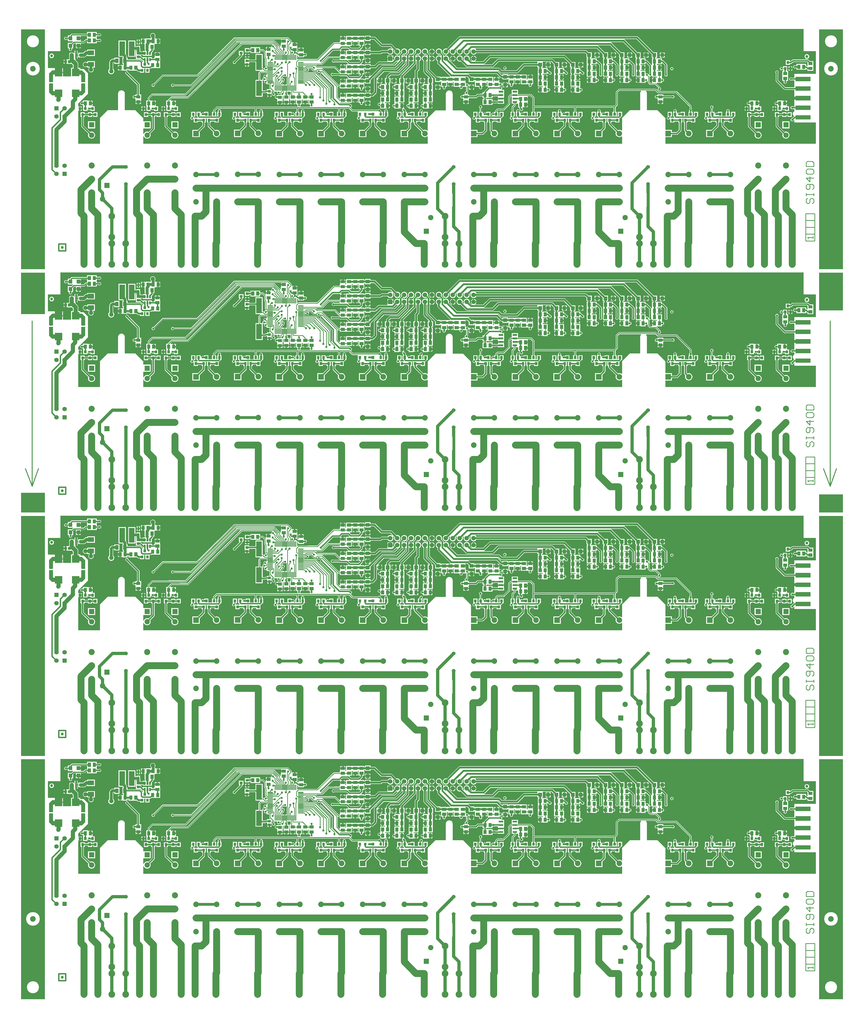
<source format=gbr>
*
%FSLAX26Y26*%
%MOIN*%
%ADD10R,0.052361X0.052361*%
%ADD11C,0.040551*%
%ADD12R,0.036181X0.036181*%
%ADD13R,0.035181X0.035181*%
%ADD14R,0.044181X0.044181*%
%ADD15R,0.107481X0.107481*%
%ADD16R,0.014181X0.014181*%
%ADD17R,0.067181X0.067181*%
%ADD18R,0.025181X0.025181*%
%ADD19R,0.041181X0.041181*%
%ADD20R,0.078181X0.078181*%
%ADD21R,0.064171X0.064171*%
%ADD22R,0.048181X0.048181*%
%ADD23R,0.079921X0.079921*%
%ADD24C,0.016181*%
%ADD25C,0.061181*%
%ADD26C,0.021181*%
%ADD27C,0.026181*%
%ADD28C,0.060241*%
%ADD29C,0.011181*%
%ADD30C,0.101181*%
%ADD31C,0.022241*%
%ADD32C,0.046181*%
%ADD33C,0.013181*%
%ADD34C,0.009181*%
%ADD35C,0.041181*%
%ADD36C,0.050551*%
%ADD37C,0.020871*%
%ADD38R,0.076181X0.076181*%
%ADD39C,0.076181*%
%ADD40C,0.064171*%
%ADD41C,0.065371*%
%ADD42R,0.065371X0.065371*%
%ADD43C,0.079921*%
%ADD44C,0.087791*%
%ADD45C,0.075981*%
%ADD46R,0.075981X0.075981*%
%ADD47C,0.096181*%
%ADD48C,0.031181*%
%ADD49C,0.053681*%
%ADD50C,0.070870*%
%ADD51C,0.007700*%
%ADD52C,0.008000*%
%ADD53C,0.016000*%
%ADD54C,0.018000*%
%ADD55C,0.058339*%
%ADD56C,0.097709*%
%ADD57C,0.137079*%
%ADD58C,0.080709*%
%ADD59C,0.011969*%
%ADD60C,0.029528*%
%ADD61C,0.031496*%
%IPPOS*%
%LNtl*%
%LPD*%
G75*
G36*
X19799Y2923818D02*
Y2996348D01*
X246691D01*
Y2984933D01*
X267009D01*
Y2996348D01*
X280191D01*
Y2984962D01*
X295711Y2984900D01*
Y2981232D01*
X357688D01*
X362766Y2983331D01*
X363098Y2983077D01*
X379669Y2966516D01*
X379831Y2966252D01*
Y2925748D01*
X351101Y2925685D01*
Y2893928D01*
X235119D01*
Y2921921D01*
X179151D01*
Y2889976D01*
X164600D01*
X165969Y2889977D01*
Y2923756D01*
X19799Y2923818D01*
G37*
G36*
Y2996348D02*
Y3032365D01*
X246691D01*
Y3020950D01*
X267009D01*
Y3032365D01*
X280191D01*
Y2996348D01*
X267009D01*
Y3007763D01*
X246691D01*
Y2996348D01*
X19799D01*
G37*
G36*
Y3032365D02*
Y3099390D01*
X39348D01*
X40480Y3090774D01*
X43801Y3082769D01*
X49048Y3075925D01*
X55899Y3070670D01*
X63853Y3067371D01*
X72600Y3066240D01*
X81146Y3067370D01*
X89101Y3070670D01*
X95952Y3075925D01*
X101199Y3082769D01*
X104520Y3090774D01*
X105652Y3099390D01*
X324891D01*
Y3047607D01*
X295711Y3047544D01*
Y3043813D01*
X280191Y3043751D01*
Y3032365D01*
X267009D01*
Y3043780D01*
X246691D01*
Y3032365D01*
X19799D01*
G37*
G36*
Y3099390D02*
Y3164923D01*
X199409Y3164985D01*
Y3349370D01*
X252792D01*
X254476Y3340870D01*
X259296Y3333666D01*
X266480Y3328860D01*
X274733Y3327215D01*
X275267D01*
X283520Y3328860D01*
X290704Y3333665D01*
X292334Y3336110D01*
X305381D01*
Y3310544D01*
X378202Y3310481D01*
X380963Y3303828D01*
X380681Y3303465D01*
X362993Y3285788D01*
X305381Y3285726D01*
Y3204296D01*
X319940Y3204235D01*
X323418Y3197815D01*
X323409Y3197544D01*
X321952Y3190209D01*
X323646Y3181711D01*
X328456Y3174506D01*
X335666Y3169685D01*
X344160Y3168003D01*
X352670Y3169694D01*
X359876Y3174524D01*
X364684Y3181711D01*
X366378Y3190209D01*
X364911Y3197543D01*
X364902Y3197815D01*
X368390Y3204235D01*
X382939Y3204296D01*
Y3223209D01*
X423341D01*
Y3208000D01*
X451749D01*
Y3223209D01*
X464931D01*
Y3208000D01*
X493339D01*
Y3223209D01*
X1036041D01*
Y3141410D01*
X696189D01*
Y3187597D01*
X583811D01*
Y3173698D01*
X571809Y3173632D01*
X563616Y3172528D01*
X555948Y3169353D01*
X549225Y3164198D01*
X528892Y3143867D01*
X446409D01*
Y3171797D01*
X431591D01*
Y3143867D01*
X418409D01*
Y3171797D01*
X403591D01*
Y3133121D01*
X403523Y3132698D01*
X396956Y3129730D01*
X396599Y3129956D01*
X395845Y3130616D01*
X395689Y3130903D01*
Y3142532D01*
X379723Y3142592D01*
X372330Y3145656D01*
X362500Y3146968D01*
X352670Y3145656D01*
X345277Y3142592D01*
X329311Y3142532D01*
Y3126706D01*
X326175Y3119106D01*
X324891Y3109305D01*
Y3099390D01*
X105652D01*
X104526Y3107945D01*
X101215Y3115950D01*
X95968Y3122794D01*
X89057Y3128094D01*
X81162Y3131363D01*
X81005Y3131405D01*
X72500Y3132523D01*
X63995Y3131405D01*
X63838Y3131363D01*
X55900Y3128070D01*
X49032Y3122794D01*
X43785Y3115950D01*
X40474Y3107945D01*
X39348Y3099390D01*
X19799D01*
G37*
G36*
X34409Y2718760D02*
Y2844596D01*
X79710Y2889915D01*
X164600Y2889976D01*
X179151D01*
X205591Y2889914D01*
Y2865936D01*
X235119D01*
Y2893928D01*
X351101D01*
Y2803794D01*
X235119D01*
Y2852749D01*
X205591D01*
Y2828832D01*
X100235Y2828769D01*
X90591Y2819125D01*
Y2718760D01*
X34409D01*
G37*
G36*
X199409Y3349370D02*
Y3484126D01*
X10900591D01*
Y3164985D01*
X11080201Y3164923D01*
Y3131146D01*
X8902089D01*
Y3146355D01*
X8873681D01*
Y3131146D01*
X8860499D01*
Y3146355D01*
X8832091D01*
Y3131146D01*
X8791689D01*
Y3150119D01*
X8740643Y3150181D01*
X8517184Y3373628D01*
X8510604Y3378009D01*
X8502950Y3379530D01*
X5949090D01*
X5941437Y3378009D01*
X5934856Y3373628D01*
X5764299Y3203073D01*
X5763960Y3202821D01*
X5761714Y3203755D01*
X5750000Y3205303D01*
X5738286Y3203755D01*
X5727489Y3199273D01*
X5718116Y3192090D01*
X5710960Y3182758D01*
X5706465Y3171892D01*
X5704927Y3160227D01*
X5695073D01*
X5693535Y3171892D01*
X5689040Y3182758D01*
X5681884Y3192090D01*
X5672511Y3199273D01*
X5661714Y3203755D01*
X5650000Y3205303D01*
X5638286Y3203755D01*
X5627489Y3199273D01*
X5618116Y3192090D01*
X5610960Y3182758D01*
X5606465Y3171892D01*
X5605800Y3166851D01*
X5590385D01*
X5589857Y3170897D01*
X5585734Y3180862D01*
X5579171Y3189415D01*
X5570603Y3195976D01*
X5560676Y3200084D01*
X5556591Y3200626D01*
X5469251D01*
X5461714Y3203755D01*
X5450000Y3205303D01*
X5438286Y3203755D01*
X5427489Y3199273D01*
X5418116Y3192090D01*
X5410960Y3182758D01*
X5406465Y3171892D01*
X5404927Y3160227D01*
X5395073D01*
X5393535Y3171892D01*
X5389040Y3182758D01*
X5381884Y3192090D01*
X5372511Y3199273D01*
X5361714Y3203755D01*
X5350000Y3205303D01*
X5338286Y3203755D01*
X5327489Y3199273D01*
X5318116Y3192090D01*
X5310960Y3182758D01*
X5306465Y3171892D01*
X5304927Y3160227D01*
X5295073D01*
X5293535Y3171892D01*
X5289040Y3182758D01*
X5281884Y3192090D01*
X5272511Y3199273D01*
X5261714Y3203755D01*
X5250000Y3205303D01*
X5238286Y3203755D01*
X5227489Y3199273D01*
X5218116Y3192090D01*
X5210960Y3182758D01*
X5206465Y3171892D01*
X5204927Y3160227D01*
X5206470Y3148562D01*
X5208230Y3144298D01*
X5207981Y3143925D01*
X5187205Y3123149D01*
X5183223Y3117199D01*
X5181828Y3110217D01*
X5181820Y3099823D01*
X5181435Y3099563D01*
X5176016Y3096903D01*
X5175691D01*
X5175459Y3097025D01*
X5172554Y3099248D01*
X5161741Y3103743D01*
X5161578Y3103786D01*
X5150008Y3105295D01*
X5138422Y3103786D01*
X5138259Y3103743D01*
X5128547Y3099725D01*
X5123869Y3101347D01*
X5121445Y3103031D01*
X5121064Y3105499D01*
X5121266Y3105801D01*
X5133970Y3118505D01*
X5138381Y3116699D01*
X5150131Y3115195D01*
X5161617Y3116699D01*
X5172551Y3121220D01*
X5181871Y3128364D01*
X5189032Y3137695D01*
X5193530Y3148562D01*
X5195073Y3160227D01*
X5193535Y3171892D01*
X5189040Y3182758D01*
X5181884Y3192090D01*
X5172511Y3199273D01*
X5161714Y3203755D01*
X5150000Y3205303D01*
X5138286Y3203755D01*
X5127489Y3199273D01*
X5118116Y3192090D01*
X5110960Y3182758D01*
X5106465Y3171892D01*
X5104927Y3160227D01*
X5106470Y3148562D01*
X5108230Y3144298D01*
X5107981Y3143925D01*
X5087205Y3123149D01*
X5083223Y3117199D01*
X5081828Y3110217D01*
X5081820Y3099823D01*
X5081435Y3099563D01*
X5076016Y3096903D01*
X5075691D01*
X5075459Y3097025D01*
X5072554Y3099248D01*
X5061741Y3103743D01*
X5061578Y3103786D01*
X5050008Y3105295D01*
X5038422Y3103786D01*
X5038259Y3103744D01*
X5027447Y3099248D01*
X5018154Y3092127D01*
X5011906Y3083995D01*
X4990909D01*
Y3101133D01*
X4956591D01*
Y3083995D01*
X4943409D01*
Y3101133D01*
X4909091D01*
Y3083995D01*
X4576689D01*
Y3126263D01*
X4584251D01*
Y3107663D01*
X4665749D01*
Y3124178D01*
X4810194Y3124241D01*
X4817757Y3125761D01*
X4824318Y3130143D01*
X4834216Y3140041D01*
X4909999D01*
X4910968Y3137695D01*
X4918129Y3128364D01*
X4927491Y3121196D01*
X4938382Y3116699D01*
X4950131Y3115195D01*
X4961617Y3116699D01*
X4972551Y3121220D01*
X4981871Y3128364D01*
X4989032Y3137695D01*
X4993530Y3148562D01*
X4995073Y3160227D01*
X4993535Y3171892D01*
X4988860Y3183193D01*
X4989235Y3183570D01*
X4994435Y3187259D01*
X5007139Y3174546D01*
X5007408Y3174181D01*
X5006465Y3171892D01*
X5004927Y3160227D01*
X5006470Y3148562D01*
X5010968Y3137695D01*
X5018129Y3128364D01*
X5027491Y3121196D01*
X5038382Y3116699D01*
X5050131Y3115195D01*
X5061617Y3116699D01*
X5072551Y3121220D01*
X5081871Y3128364D01*
X5089032Y3137695D01*
X5093530Y3148562D01*
X5095073Y3160227D01*
X5093535Y3171892D01*
X5089040Y3182758D01*
X5081884Y3192090D01*
X5072511Y3199273D01*
X5061714Y3203755D01*
X5050000Y3205303D01*
X5038286Y3203755D01*
X5035985Y3202798D01*
X4975197Y3263588D01*
X4968612Y3267989D01*
X4968532Y3268015D01*
X4961112Y3269490D01*
X4833353Y3269552D01*
X4737249Y3365666D01*
X4730609Y3370098D01*
X4722900Y3371630D01*
X4665749Y3371693D01*
Y3390260D01*
X4584251D01*
Y3371661D01*
X4576689D01*
Y3385035D01*
X4313311D01*
Y3369141D01*
X4302909D01*
Y3381303D01*
X4271591D01*
Y3369141D01*
X4258409D01*
Y3381303D01*
X4227091D01*
Y3369141D01*
X1561531D01*
X1561632Y3369356D01*
X1562573Y3370589D01*
X1566327Y3379652D01*
X1567602Y3389389D01*
X1566317Y3399125D01*
X1562552Y3408188D01*
X1556581Y3415964D01*
X1548842Y3421904D01*
X1539689Y3425701D01*
X1529936Y3426956D01*
X1520312Y3425701D01*
X1511158Y3421904D01*
X1503419Y3415964D01*
X1497448Y3408188D01*
X1493683Y3399125D01*
X1492398Y3389389D01*
X1493673Y3379652D01*
X1497427Y3370590D01*
X1503416Y3362777D01*
X1506392Y3360499D01*
X1506481Y3360168D01*
Y3351107D01*
X1498957Y3351042D01*
X1497830Y3349858D01*
X1427561Y3349796D01*
Y3348167D01*
X1427095Y3347917D01*
X1421949Y3346064D01*
X1396841Y3346003D01*
Y3330357D01*
X1383659D01*
Y3346033D01*
X1359341D01*
Y3330357D01*
X1341409D01*
Y3332534D01*
X1326591D01*
Y3318631D01*
X1313409D01*
Y3332534D01*
X1298591D01*
Y3320000D01*
X785958D01*
X784268Y3328509D01*
X779437Y3335716D01*
X772285Y3340500D01*
X763750Y3342207D01*
X755215Y3340500D01*
X750984Y3337666D01*
X721939D01*
Y3383572D01*
X751002D01*
X755232Y3380739D01*
X763710Y3379063D01*
X763791D01*
X772269Y3380739D01*
X779454Y3385546D01*
X784274Y3392750D01*
X785958Y3401250D01*
X784274Y3409748D01*
X779453Y3416955D01*
X772271Y3421759D01*
X772192Y3421785D01*
X763750Y3423455D01*
X755308Y3421785D01*
X755229Y3421759D01*
X750968Y3418905D01*
X721939D01*
Y3442948D01*
X580561D01*
Y3416355D01*
X363624Y3416293D01*
X357939Y3415146D01*
X353065Y3411884D01*
X340016Y3398841D01*
X336703Y3393885D01*
X336331Y3392034D01*
X305381Y3391972D01*
Y3366342D01*
X288801D01*
X283521Y3369879D01*
X283438Y3369906D01*
X275000Y3371575D01*
X266562Y3369906D01*
X266479Y3369879D01*
X259299Y3365077D01*
X254476Y3357869D01*
X252792Y3349370D01*
X199409D01*
G37*
G36*
X382939Y3223209D02*
Y3262992D01*
X383123Y3263248D01*
X399762Y3279877D01*
X423341D01*
Y3251605D01*
X493339D01*
Y3279876D01*
X538834Y3279939D01*
X544534Y3281086D01*
X549485Y3284410D01*
X569958Y3304883D01*
X580561D01*
Y3278291D01*
X721939D01*
Y3302333D01*
X750986D01*
X755216Y3299499D01*
X763750Y3297793D01*
X772284Y3299499D01*
X779454Y3304296D01*
X784267Y3311490D01*
X785958Y3320000D01*
X1298591D01*
Y3318631D01*
X1278959D01*
Y3319409D01*
X1173841D01*
Y3084337D01*
X1278959D01*
Y3178079D01*
X1292481D01*
Y3166672D01*
X1286811Y3166609D01*
Y3052456D01*
X1354016Y3052394D01*
X1358756Y3049150D01*
X1376233Y3031673D01*
X1381988Y3027831D01*
X1382067Y3027805D01*
X1388661Y3026472D01*
Y3014341D01*
X1388524Y3014069D01*
X1387822Y3013367D01*
X1387413Y3013304D01*
X1380731Y3013464D01*
X1380069Y3014807D01*
X1376179Y3020636D01*
X1357537Y3039278D01*
X1351735Y3043154D01*
X1344963Y3044495D01*
X1163779Y3044558D01*
Y3071558D01*
X1154609Y3071620D01*
X1154608Y3094787D01*
G03X1146574Y3114214I-27534J-13D01*
G01X1141269Y3119526D01*
X1141159Y3119807D01*
Y3319409D01*
X1036041D01*
Y3223209D01*
X493339D01*
Y3238418D01*
X464931D01*
Y3223209D01*
X451749D01*
Y3238418D01*
X423341D01*
Y3223209D01*
X382939D01*
G37*
G36*
X411941Y3040855D02*
X414446Y3046914D01*
X418409Y3046974D01*
Y3074851D01*
X431591D01*
Y3046951D01*
X446409D01*
Y3074851D01*
X1099561D01*
Y3071620D01*
X1090401Y3071558D01*
Y3026891D01*
X1049599D01*
Y3071585D01*
X976221D01*
Y3054449D01*
X947398Y3054386D01*
G03X928073Y3046364I103J-27535D01*
G01X911817Y3030112D01*
G03X903721Y3010624I19419J-19493D01*
G01X903715Y2929912D01*
X696189D01*
Y3022257D01*
X583811D01*
Y3010269D01*
X583450Y3009995D01*
X577239Y3006960D01*
X569773Y3010049D01*
X560000Y3011344D01*
X550227Y3010049D01*
X541222Y3006314D01*
X533399Y3000313D01*
X527433Y2992536D01*
X523675Y2983473D01*
X522396Y2973737D01*
X455047D01*
X455047Y2981909D01*
X453757Y2991684D01*
X449993Y3000747D01*
X444000Y3008555D01*
X412106Y3040459D01*
X411941Y3040855D01*
G37*
G36*
X418409Y3074851D02*
Y3109374D01*
X454311D01*
Y3076188D01*
X520689D01*
Y3077088D01*
X540197Y3077152D01*
X548420Y3078256D01*
X556088Y3081431D01*
X559921Y3084367D01*
X1036041D01*
X1098640Y3084305D01*
X1099490Y3083455D01*
X1099561Y3083163D01*
Y3074851D01*
X446409D01*
Y3102750D01*
X431591D01*
Y3074851D01*
X418409D01*
G37*
G36*
Y3109374D02*
Y3143867D01*
X431591D01*
Y3115937D01*
X446409D01*
Y3143867D01*
X528892D01*
X527558Y3142533D01*
X524522Y3142498D01*
X523905Y3142561D01*
X454311D01*
Y3109374D01*
X418409D01*
G37*
G36*
X454409Y1832529D02*
Y2219159D01*
X488561D01*
X501121Y2219097D01*
Y2085263D01*
X502467Y2078440D01*
X506300Y2072705D01*
X601129Y1977866D01*
X601076Y1977438D01*
X597961Y1969909D01*
X596216Y1956690D01*
X597961Y1943470D01*
X603060Y1931173D01*
X611180Y1920597D01*
X621751Y1912496D01*
X633953Y1907439D01*
X647319Y1905687D01*
X660527Y1907439D01*
X672771Y1912520D01*
X683310Y1920597D01*
X691430Y1931173D01*
X696529Y1943470D01*
X698274Y1956690D01*
X696529Y1969909D01*
X691431Y1982207D01*
X683324Y1992782D01*
X672717Y2000899D01*
X660519Y2005954D01*
X660353Y2005997D01*
X647097Y2007693D01*
X634128Y2005997D01*
X633961Y2005954D01*
X626462Y2002846D01*
X626127D01*
X625874Y2003000D01*
X536421Y2092454D01*
X536379Y2092753D01*
Y2104333D01*
X596651D01*
Y2053729D01*
X697839D01*
Y2104333D01*
X767521D01*
Y1832529D01*
X454409D01*
G37*
G36*
Y2219159D02*
Y2309481D01*
X473769Y2309544D01*
Y2320929D01*
X486951D01*
Y2309514D01*
X506769D01*
Y2320929D01*
X526951D01*
Y2305720D01*
X587329D01*
Y2325433D01*
X587828Y2325679D01*
X593809Y2327492D01*
X594214D01*
X596795Y2323666D01*
X604021Y2318842D01*
X612500Y2317171D01*
X620979Y2318842D01*
X624576Y2321240D01*
X632311D01*
Y2305720D01*
X692689D01*
Y2338892D01*
X1028911D01*
X1028911Y2315580D01*
X878163Y2315518D01*
X814963Y2252318D01*
X731069D01*
Y2285504D01*
X670701D01*
Y2269953D01*
X654299D01*
Y2285504D01*
X593931D01*
Y2269953D01*
X548939D01*
Y2285504D01*
X488561D01*
Y2219159D01*
X454409D01*
G37*
G36*
Y2368394D02*
Y2409598D01*
X459181Y2414370D01*
X484042D01*
X485726Y2405870D01*
X490546Y2398666D01*
X497729Y2393861D01*
X505979Y2392216D01*
X506521D01*
X514771Y2393861D01*
X516097Y2394751D01*
X516399Y2394898D01*
X516789Y2394789D01*
X522692Y2391631D01*
X523061Y2391372D01*
Y2372674D01*
X526951Y2372612D01*
Y2356946D01*
X506769D01*
Y2368361D01*
X486951D01*
Y2356946D01*
X473769D01*
Y2368332D01*
X454409Y2368394D01*
G37*
G36*
X455047Y2973737D02*
X522396D01*
X523677Y2964000D01*
X527436Y2954938D01*
X533403Y2947161D01*
X541236Y2941160D01*
X550242Y2937425D01*
X560000Y2936136D01*
X569759Y2937425D01*
X577175Y2940492D01*
X577527Y2940387D01*
X583484Y2937468D01*
X583811Y2937175D01*
Y2929912D01*
X608724Y2929850D01*
X611262Y2923230D01*
X611058Y2922894D01*
X607422Y2918139D01*
X603675Y2909106D01*
X602396Y2899370D01*
X603675Y2889634D01*
X607436Y2880568D01*
X613433Y2872765D01*
X621186Y2866815D01*
X630190Y2863076D01*
X630355Y2863033D01*
X640000Y2861773D01*
X649645Y2863033D01*
X649810Y2863076D01*
X658827Y2866825D01*
X666567Y2872765D01*
X669733Y2876884D01*
X887688D01*
X889176Y2865593D01*
X893521Y2855099D01*
X900445Y2846079D01*
X909472Y2839144D01*
X920037Y2834787D01*
X931250Y2833306D01*
X942463Y2834787D01*
X953028Y2839144D01*
X962055Y2846079D01*
X966506Y2851878D01*
X1134044D01*
X1135726Y2843370D01*
X1140546Y2836166D01*
X1147750Y2831347D01*
X1152770Y2830348D01*
X1152995Y2830181D01*
X1302621Y2680562D01*
Y2542816D01*
X1278561Y2542753D01*
Y2531846D01*
X1278415Y2531478D01*
X1271936Y2528015D01*
X1271020Y2528629D01*
X1270959Y2528652D01*
X1262500Y2530324D01*
X1254040Y2528651D01*
X1253979Y2528629D01*
X1246793Y2523820D01*
X1241975Y2516613D01*
X1240295Y2508134D01*
X1241976Y2499620D01*
X1246796Y2492416D01*
X1253990Y2487603D01*
X1262267Y2485958D01*
X1262733D01*
X1271009Y2487603D01*
X1271591Y2487997D01*
X1271817Y2488104D01*
X1272114D01*
X1272327Y2488019D01*
X1278215Y2484868D01*
X1278561Y2484597D01*
Y2473436D01*
X1280303Y2473380D01*
X1282322Y2467774D01*
X1282341Y2467610D01*
Y2442695D01*
X1358159D01*
Y2467610D01*
X1358178Y2467774D01*
X1360197Y2473380D01*
X1361939Y2473436D01*
X1457711D01*
Y2456102D01*
X1435561Y2456040D01*
Y2417347D01*
X1358159D01*
Y2429508D01*
X1326841D01*
Y2417347D01*
X1313659D01*
Y2429508D01*
X1282341D01*
Y2417347D01*
X1126998D01*
X1126997Y2553132D01*
X1125327Y2565831D01*
X1120409Y2577692D01*
X1112623Y2587833D01*
X1102438Y2595638D01*
X1090722Y2600493D01*
X1077931Y2602183D01*
X1065188Y2600493D01*
X1053462Y2595638D01*
X1043277Y2587833D01*
X1035502Y2577693D01*
X1030583Y2565831D01*
X1028913Y2553132D01*
X1028912Y2436630D01*
X660659D01*
Y2452275D01*
X636341D01*
Y2436630D01*
X623159D01*
Y2452245D01*
X598071Y2452306D01*
X592439Y2454349D01*
Y2456038D01*
X523060D01*
X523054Y2437302D01*
X516438Y2433769D01*
X514771Y2434879D01*
X514685Y2434906D01*
X506250Y2436575D01*
X497815Y2434906D01*
X497729Y2434879D01*
X490550Y2430077D01*
X485727Y2422870D01*
X484042Y2414370D01*
X459181D01*
X594409Y2549621D01*
Y2849125D01*
X534770Y2908765D01*
X483779Y2908827D01*
Y2925685D01*
X455049Y2925748D01*
X455047Y2973737D01*
G37*
G36*
X473769Y2320929D02*
Y2356946D01*
X486951D01*
Y2345531D01*
X506769D01*
Y2356946D01*
X526951D01*
Y2320929D01*
X506769D01*
Y2332344D01*
X486951D01*
Y2320929D01*
X473769D01*
G37*
G36*
X536379Y2104333D02*
Y2219097D01*
X548939Y2219159D01*
Y2234682D01*
X593931D01*
Y2219131D01*
X654299D01*
Y2234682D01*
X670701D01*
Y2219131D01*
X731069D01*
Y2252318D01*
X814963D01*
X767521Y2204875D01*
Y2104333D01*
X697839D01*
Y2154937D01*
X596651D01*
Y2104333D01*
X536379D01*
G37*
G36*
X559921Y3084367D02*
X562818Y3086586D01*
X577262Y3101017D01*
X577593Y3101272D01*
X583514Y3098827D01*
X583811Y3098497D01*
Y3095222D01*
X696189D01*
Y3141410D01*
X1036041D01*
Y3084367D01*
X559921D01*
G37*
G36*
X623159Y2413808D02*
Y2436630D01*
X636341D01*
Y2420985D01*
X660659D01*
Y2436630D01*
X1028912D01*
X1028911Y2338892D01*
X692689D01*
Y2372063D01*
X665752Y2372125D01*
X660948Y2375361D01*
X660659Y2375631D01*
Y2407769D01*
X629159Y2407831D01*
Y2413745D01*
X623159Y2413808D01*
G37*
G36*
X668739Y2923231D02*
X671276Y2929850D01*
X696189Y2929912D01*
X903715D01*
X903714Y2910186D01*
X900420Y2907629D01*
X893539Y2898669D01*
X889175Y2888146D01*
X887688Y2876884D01*
X669733D01*
X672564Y2880568D01*
X676325Y2889634D01*
X677604Y2899370D01*
X676325Y2909106D01*
X672578Y2918139D01*
X668942Y2922894D01*
X668739Y2923231D01*
G37*
G36*
X958769Y2999365D02*
X976221D01*
Y2982196D01*
X1049599D01*
Y3026891D01*
X1090401D01*
Y2982225D01*
X1103471Y2982163D01*
Y2968611D01*
X1096311Y2968548D01*
Y2966903D01*
X1095830Y2966662D01*
X1090691Y2964811D01*
X1065591Y2964750D01*
Y2949135D01*
X1052409D01*
Y2964780D01*
X1028091D01*
Y2949135D01*
X958773D01*
X958769Y2999365D01*
G37*
G36*
X958773Y2949135D02*
X1028091D01*
Y2933490D01*
X1052409D01*
Y2949135D01*
X1065591D01*
Y2904627D01*
X1052409D01*
Y2920303D01*
X1028091D01*
Y2904627D01*
X964385D01*
X962080Y2907628D01*
X958776Y2910185D01*
X958773Y2949135D01*
G37*
G36*
X964385Y2904627D02*
X1028091D01*
Y2888951D01*
X1052409D01*
Y2904627D01*
X1065591D01*
Y2888981D01*
X1090715Y2888920D01*
X1095880Y2887060D01*
X1096311Y2886791D01*
Y2885157D01*
X1165689D01*
Y2906680D01*
X1179061D01*
Y2885188D01*
X1298949Y2885126D01*
X1308475Y2875601D01*
X1315069Y2871190D01*
X1315120Y2871170D01*
X1322837Y2869637D01*
X1345181Y2869573D01*
Y2856605D01*
X1405549D01*
Y2915513D01*
X1421951D01*
Y2856605D01*
X1482329D01*
Y2915479D01*
X1496711Y2915544D01*
X1503205Y2916830D01*
X1503261Y2916851D01*
X1509024Y2920699D01*
X1510949Y2922635D01*
X1634439Y2922697D01*
Y3006750D01*
X1636530Y3012321D01*
X1636689Y3012353D01*
X2350254D01*
X2164861Y2826965D01*
X1675026Y2826903D01*
X1670209Y2825942D01*
X1666083Y2823178D01*
X1538733Y2695840D01*
X1535001Y2696578D01*
X1526475Y2694877D01*
X1519296Y2690074D01*
X1514476Y2682870D01*
X1512792Y2674370D01*
X1514478Y2665868D01*
X1519304Y2658660D01*
X1526455Y2653876D01*
X1535000Y2652164D01*
X1543545Y2653876D01*
X1550696Y2658660D01*
X1555522Y2665868D01*
X1557203Y2674346D01*
X1556474Y2678087D01*
X1680136Y2801772D01*
X2169958Y2801834D01*
X2174782Y2802795D01*
X2178913Y2805558D01*
X2710159Y3336794D01*
X3377241D01*
Y3316390D01*
X3415741Y3316328D01*
Y3303268D01*
X3377240Y3303206D01*
X3377237Y3278188D01*
X3375207Y3272551D01*
X3373461Y3272494D01*
Y3242792D01*
X3373123Y3242533D01*
X3367431Y3239104D01*
X3366520Y3239241D01*
X3363826Y3243266D01*
X3283915Y3323180D01*
X3279789Y3325944D01*
X3274966Y3326905D01*
X2725034D01*
X2720211Y3325944D01*
X2716085Y3323180D01*
X2079838Y2686942D01*
X1832803D01*
X1830704Y2690074D01*
X1823525Y2694877D01*
X1815000Y2696578D01*
X1806475Y2694877D01*
X1799296Y2690074D01*
X1794476Y2682870D01*
X1792792Y2674370D01*
X1794478Y2665868D01*
X1799304Y2658660D01*
X1806455Y2653876D01*
X1815000Y2652164D01*
X1823545Y2653876D01*
X1830697Y2658661D01*
X1832812Y2661811D01*
X2085156Y2661873D01*
X2089742Y2662787D01*
X2089811Y2662811D01*
X2093884Y2665536D01*
X2729553Y3301188D01*
X2729848Y3301307D01*
X2730052D01*
X2734715Y3300798D01*
X2737080Y3294710D01*
X2737193Y3294287D01*
X1994853Y2551958D01*
X1519991Y2551896D01*
X1515198Y2550935D01*
X1511077Y2548171D01*
X1461157Y2498241D01*
X1458426Y2494157D01*
X1457472Y2489370D01*
X1457711Y2488162D01*
Y2473436D01*
X1361939D01*
Y2542753D01*
X1337879Y2542816D01*
Y2687786D01*
X1336533Y2694610D01*
X1332659Y2700406D01*
X1177864Y2855201D01*
X1177757Y2855421D01*
X1176776Y2860356D01*
X1171962Y2867563D01*
X1164729Y2872398D01*
X1156250Y2874072D01*
X1147732Y2872381D01*
X1140538Y2867563D01*
X1135724Y2860356D01*
X1134044Y2851878D01*
X966506D01*
X968979Y2855099D01*
X973324Y2865593D01*
X974813Y2876884D01*
X973325Y2888146D01*
X968961Y2898669D01*
X964385Y2904627D01*
G37*
G36*
X1126998Y2417347D02*
X1282341D01*
Y2405185D01*
X1313659D01*
Y2417347D01*
X1326841D01*
Y2405185D01*
X1358159D01*
Y2417347D01*
X1435561D01*
Y2372674D01*
X1126999D01*
X1126998Y2417347D01*
G37*
G36*
X1126999Y2372674D02*
X1435561D01*
X1439451Y2372612D01*
Y2356946D01*
X1419269D01*
Y2368361D01*
X1399451D01*
Y2356946D01*
X1386269D01*
Y2368361D01*
X1366451D01*
Y2356946D01*
X1126999D01*
X1126999Y2372674D01*
G37*
G36*
X1126999Y2356946D02*
X1366451D01*
Y2345531D01*
X1386269D01*
Y2356946D01*
X1399451D01*
Y2345531D01*
X1419269D01*
Y2356946D01*
X1439451D01*
Y2320929D01*
X1419269D01*
Y2332344D01*
X1399451D01*
Y2320929D01*
X1386269D01*
Y2332344D01*
X1366451D01*
Y2320929D01*
X1126999D01*
X1126999Y2356946D01*
G37*
G36*
X1126999Y2320929D02*
X1366451D01*
Y2309514D01*
X1386269D01*
Y2320929D01*
X1399451D01*
Y2309514D01*
X1419269D01*
Y2320929D01*
X1439451D01*
Y2305720D01*
X1499819D01*
Y2325433D01*
X1500319Y2325679D01*
X1506309Y2327492D01*
X1506714D01*
X1509295Y2323666D01*
X1516521Y2318842D01*
X1525000Y2317171D01*
X1533479Y2318842D01*
X1537086Y2321240D01*
X1544811D01*
Y2305720D01*
X1605189D01*
Y2320929D01*
X1653951D01*
Y2309514D01*
X1673769D01*
Y2320929D01*
X1686951D01*
Y2309514D01*
X1706769D01*
Y2320929D01*
X1726951D01*
Y2305720D01*
X1787319D01*
Y2325434D01*
X1787820Y2325680D01*
X1793819Y2327492D01*
X1794225D01*
X1796795Y2323666D01*
X1804021Y2318842D01*
X1812500Y2317171D01*
X1820979Y2318842D01*
X1824586Y2321240D01*
X1832311D01*
Y2305720D01*
X1892689D01*
Y2372063D01*
X1865752Y2372125D01*
X1860948Y2375361D01*
X1860659Y2375631D01*
Y2407769D01*
X1829159Y2407831D01*
Y2409633D01*
X3322091D01*
Y2397472D01*
X3353409D01*
Y2409633D01*
X3366591D01*
Y2397472D01*
X3397909D01*
Y2409633D01*
X3414741D01*
Y2400644D01*
X3446059D01*
Y2412806D01*
X3459241D01*
Y2400644D01*
X3490559D01*
Y2412806D01*
X3507091D01*
Y2402448D01*
X3538409D01*
Y2414610D01*
X3551591D01*
Y2402448D01*
X3582909D01*
Y2414610D01*
X3593310D01*
X3593311Y2398683D01*
X3610374Y2398622D01*
X3612231Y2396238D01*
X3614268Y2392315D01*
X3614315Y2392056D01*
X3612796Y2384347D01*
X3614477Y2375869D01*
X3616994Y2372120D01*
X3616867Y2371735D01*
X3613515Y2365468D01*
X2449942Y2365406D01*
X2444820Y2364383D01*
X2440409Y2361433D01*
X2402089Y2323134D01*
X2399102Y2318677D01*
X2398064Y2313438D01*
X2398060Y2290887D01*
X2381421Y2290825D01*
Y2232008D01*
X2330189D01*
Y2290854D01*
X2269811D01*
Y2278568D01*
X2254969D01*
X2254514Y2278882D01*
X2254465Y2278901D01*
X2246000Y2280573D01*
X2237534Y2278900D01*
X2237480Y2278880D01*
X2230291Y2274068D01*
X2225508Y2266918D01*
X2224608Y2266787D01*
X2218890Y2269964D01*
X2218569Y2270244D01*
Y2290854D01*
X2158201D01*
Y2224509D01*
X2171073Y2224447D01*
X2172108Y2219238D01*
X2175962Y2213473D01*
X2178323Y2211102D01*
X2178322Y2210678D01*
X2175684Y2204296D01*
X2124877D01*
X2123073Y2206756D01*
X2123000Y2206904D01*
X2121787Y2210694D01*
X2121776Y2211028D01*
X2124128Y2214571D01*
X2125169Y2219812D01*
Y2224447D01*
X2141799Y2224510D01*
Y2290854D01*
X2081421D01*
Y2252318D01*
X1931079D01*
Y2285504D01*
X1870701D01*
Y2269953D01*
X1854299D01*
Y2285504D01*
X1793931D01*
Y2269953D01*
X1748939D01*
Y2285504D01*
X1688561D01*
Y2219159D01*
X1643579D01*
Y2285504D01*
X1583201D01*
Y2269953D01*
X1566799D01*
Y2285504D01*
X1506431D01*
Y2269953D01*
X1461439D01*
Y2285504D01*
X1401061D01*
Y2219131D01*
X1461439D01*
Y2234682D01*
X1506431D01*
Y2219159D01*
X1518981Y2219097D01*
X1518975Y2053360D01*
X1468616Y2003000D01*
X1468363Y2002846D01*
X1468028D01*
X1460529Y2005954D01*
X1460362Y2005997D01*
X1447383Y2007693D01*
X1434127Y2005997D01*
X1433961Y2005954D01*
X1421763Y2000899D01*
X1411166Y1992783D01*
X1403059Y1982207D01*
X1399418Y1973434D01*
X1399103Y1973174D01*
X1398803D01*
X1392923Y1974345D01*
X1392319Y1974564D01*
Y2048621D01*
X1395716Y2053697D01*
X1497829Y2053759D01*
Y2154906D01*
X1395713Y2154968D01*
X1392434Y2159859D01*
X1392319Y2160078D01*
Y2200910D01*
X1277737Y2315518D01*
X1126999Y2315580D01*
X1126999Y2320929D01*
G37*
G36*
X1278959Y3233131D02*
Y3277638D01*
X1298591D01*
Y3263735D01*
X1313409D01*
Y3277638D01*
X1326591D01*
Y3263735D01*
X1341409D01*
Y3277638D01*
X1359341D01*
Y3270204D01*
X1383659D01*
Y3285880D01*
X1396841D01*
Y3270232D01*
X1405907Y3270173D01*
X1411811Y3269691D01*
Y3185162D01*
X1418914Y3184669D01*
X1419917Y3176993D01*
X1420084Y3176604D01*
X1420111Y3176241D01*
X1415832Y3169838D01*
X1388661Y3169777D01*
Y3163462D01*
X1353189D01*
Y3166609D01*
X1347520Y3166672D01*
X1347516Y3205597D01*
X1346585Y3212736D01*
X1345189Y3216093D01*
Y3243830D01*
X1294811D01*
Y3233131D01*
X1278959D01*
G37*
G36*
Y3277638D02*
Y3318631D01*
X1298591D01*
Y3304728D01*
X1313409D01*
Y3318631D01*
X1326591D01*
Y3304728D01*
X1341409D01*
Y3318631D01*
X1359341D01*
Y3314681D01*
X1383659D01*
Y3330357D01*
X1396841D01*
Y3285880D01*
X1383659D01*
Y3301556D01*
X1359341D01*
Y3285880D01*
X1341409D01*
Y3291541D01*
X1326591D01*
Y3277638D01*
X1313409D01*
Y3291541D01*
X1298591D01*
Y3277638D01*
X1278959D01*
G37*
G36*
X1341409D02*
Y3285880D01*
X1359341D01*
Y3277638D01*
X1341409D01*
G37*
G36*
Y3318631D02*
Y3330357D01*
X1359341D01*
Y3318631D01*
X1341409D01*
G37*
G36*
X1353189Y3100178D02*
Y3108379D01*
X1387131D01*
X1387794Y3108099D01*
X1388661Y3107869D01*
Y3099452D01*
X1513839D01*
Y3137864D01*
X1557091D01*
Y3125703D01*
X1588409D01*
Y3137864D01*
X1601591D01*
Y3125703D01*
X1632909D01*
Y3137864D01*
X2475768D01*
X2350254Y3012353D01*
X1636689D01*
Y3081775D01*
X1634957Y3081831D01*
X1632909Y3087531D01*
Y3112516D01*
X1557091D01*
Y3087531D01*
X1555043Y3081831D01*
X1553311Y3081775D01*
Y3063250D01*
X1513839D01*
Y3079299D01*
X1463461D01*
Y3075542D01*
X1457841Y3075480D01*
Y3043469D01*
X1444659D01*
Y3075480D01*
X1439039Y3075542D01*
Y3079299D01*
X1388661D01*
Y3078190D01*
X1388351Y3077867D01*
X1382396Y3075400D01*
X1362202Y3095573D01*
X1356484Y3099394D01*
X1353757Y3099943D01*
X1353189Y3100178D01*
G37*
G36*
X1392319Y1832529D02*
Y1938760D01*
X1392833Y1939027D01*
X1399048Y1940247D01*
X1399418Y1939948D01*
X1403060Y1931173D01*
X1411180Y1920597D01*
X1421751Y1912496D01*
X1433953Y1907439D01*
X1447161Y1905687D01*
X1460537Y1907439D01*
X1472771Y1912520D01*
X1483310Y1920597D01*
X1491430Y1931173D01*
X1496529Y1943470D01*
X1498274Y1956690D01*
X1496529Y1969909D01*
X1493414Y1977438D01*
X1493361Y1977866D01*
X1549056Y2033578D01*
X1552894Y2039320D01*
X1554249Y2046136D01*
Y2219097D01*
X1566799Y2219159D01*
Y2234682D01*
X1583201D01*
Y2219131D01*
X1643579D01*
Y2219159D01*
X1688561D01*
X1701121Y2219097D01*
Y2085263D01*
X1702467Y2078440D01*
X1706300Y2072705D01*
X1801129Y1977866D01*
X1801076Y1977438D01*
X1797961Y1969909D01*
X1796216Y1956690D01*
X1797961Y1943470D01*
X1803060Y1931173D01*
X1811180Y1920597D01*
X1821751Y1912496D01*
X1833953Y1907439D01*
X1847319Y1905687D01*
X1860527Y1907439D01*
X1872771Y1912520D01*
X1883310Y1920597D01*
X1891430Y1931173D01*
X1896529Y1943470D01*
X1898274Y1956690D01*
X1896529Y1969909D01*
X1891431Y1982207D01*
X1883324Y1992782D01*
X1872717Y2000899D01*
X1860519Y2005954D01*
X1860353Y2005997D01*
X1847097Y2007693D01*
X1834128Y2005997D01*
X1833961Y2005954D01*
X1826462Y2002846D01*
X1826127D01*
X1825874Y2003000D01*
X1736421Y2092454D01*
X1736379Y2092753D01*
Y2104333D01*
X1796651D01*
Y2053729D01*
X1897829D01*
Y2104333D01*
X2243981D01*
Y2096996D01*
X2243832Y2096727D01*
X2180027Y2032922D01*
X2099801Y2032860D01*
Y1927764D01*
X2204919D01*
Y2007671D01*
X2204956Y2007971D01*
X2274043Y2077059D01*
X2277894Y2082823D01*
X2279247Y2089617D01*
X2279249Y2137858D01*
X2291799Y2137920D01*
Y2196737D01*
X2308201D01*
Y2137920D01*
X2320751Y2137858D01*
X2320753Y2089617D01*
X2322106Y2082823D01*
X2325957Y2077059D01*
X2400015Y2003001D01*
X2399968Y2002573D01*
X2396439Y1994045D01*
X2394628Y1980328D01*
X2396433Y1966610D01*
X2401723Y1953815D01*
X2410155Y1942828D01*
X2421156Y1934394D01*
X2433842Y1929135D01*
X2434015Y1929092D01*
X2447763Y1927334D01*
X2461255Y1929092D01*
X2461428Y1929135D01*
X2474159Y1934419D01*
X2485122Y1942835D01*
X2493547Y1953815D01*
X2498847Y1966610D01*
X2500652Y1980328D01*
X2498841Y1994044D01*
X2493531Y2006840D01*
X2485126Y2017789D01*
X2474152Y2026217D01*
X2461400Y2031506D01*
X2447641Y2033318D01*
X2433870Y2031506D01*
X2425343Y2027977D01*
X2425007D01*
X2424754Y2028131D01*
X2356167Y2096728D01*
X2356019Y2096996D01*
Y2137858D01*
X2368579Y2137920D01*
Y2153443D01*
X2419811D01*
Y2137892D01*
X2480189D01*
Y2197280D01*
X2484132Y2198101D01*
X2489862Y2201924D01*
X2502414Y2214469D01*
X2506284Y2220260D01*
X2507117Y2224447D01*
X2518569Y2224509D01*
Y2290828D01*
X2512376Y2290888D01*
X2508850Y2297479D01*
X2509514Y2298484D01*
X2511208Y2307000D01*
X2509520Y2315505D01*
X2504693Y2322712D01*
X2497541Y2327496D01*
X2489000Y2329206D01*
X2480459Y2327496D01*
X2473307Y2322712D01*
X2468480Y2315505D01*
X2466792Y2307000D01*
X2468486Y2298485D01*
X2469147Y2297484D01*
X2465739Y2290888D01*
X2458201Y2290827D01*
Y2232008D01*
X2441799D01*
Y2290825D01*
X2425169Y2290887D01*
Y2307673D01*
X2425256Y2307961D01*
X2455589Y2338284D01*
X2998061D01*
Y2290887D01*
X2981431Y2290825D01*
Y2233750D01*
X2930189D01*
Y2290854D01*
X2869811D01*
Y2278568D01*
X2854969D01*
X2854514Y2278882D01*
X2854465Y2278901D01*
X2846000Y2280573D01*
X2837534Y2278900D01*
X2837480Y2278880D01*
X2830291Y2274068D01*
X2825509Y2266919D01*
X2824619Y2266786D01*
X2818900Y2269964D01*
X2818579Y2270244D01*
Y2290854D01*
X2758201D01*
Y2224509D01*
X2771423Y2224447D01*
X2772106Y2221010D01*
X2775938Y2215278D01*
X2780103Y2211102D01*
X2780102Y2210678D01*
X2777454Y2204296D01*
X2724877D01*
X2723073Y2206756D01*
X2723000Y2206904D01*
X2721787Y2210694D01*
X2721776Y2211028D01*
X2724128Y2214571D01*
X2725169Y2219812D01*
Y2224447D01*
X2741799Y2224510D01*
Y2290854D01*
X2681431D01*
Y2223803D01*
X2679140Y2218304D01*
X2678045Y2217574D01*
X2673233Y2210379D01*
X2671542Y2201870D01*
X2673233Y2193360D01*
X2678046Y2186166D01*
X2685216Y2181369D01*
X2693750Y2179663D01*
X2702284Y2181369D01*
X2709454Y2186166D01*
X2712747Y2191095D01*
X2713084Y2191394D01*
X2719288Y2189516D01*
X2719811Y2189282D01*
Y2137892D01*
X2780189D01*
Y2155185D01*
X2831421D01*
Y2137920D01*
X2843981Y2137858D01*
X2843980Y2098645D01*
X2779999Y2034664D01*
X2699801Y2034602D01*
Y1929506D01*
X2804919D01*
Y2009618D01*
X2805093Y2009878D01*
X2874066Y2078863D01*
X2877894Y2084590D01*
X2879249Y2091421D01*
Y2137858D01*
X2891799Y2137920D01*
Y2198541D01*
X2908201D01*
Y2137920D01*
X2920751Y2137858D01*
Y2091421D01*
X2922106Y2084591D01*
X2925984Y2078801D01*
X3000100Y2004664D01*
X2996433Y1995787D01*
X2994628Y1982069D01*
X2996440Y1968352D01*
X3001742Y1955557D01*
X3010146Y1944608D01*
X3021122Y1936180D01*
X3033878Y1930890D01*
X3047640Y1929081D01*
X3061392Y1930890D01*
X3074148Y1936180D01*
X3085124Y1944608D01*
X3093528Y1955557D01*
X3098840Y1968352D01*
X3100652Y1982069D01*
X3098847Y1995787D01*
X3093549Y2008582D01*
X3085115Y2019572D01*
X3074118Y2028004D01*
X3061431Y2033263D01*
X3061276Y2033305D01*
X3047497Y2035063D01*
X3033995Y2033305D01*
X3033839Y2033263D01*
X3025045Y2029618D01*
X2956020Y2098645D01*
X2956019Y2137858D01*
X2968569Y2137920D01*
Y2155185D01*
X3019811D01*
Y2137892D01*
X3080189D01*
Y2198838D01*
X3085250Y2199858D01*
X3085311Y2199880D01*
X3091063Y2203728D01*
X3100809Y2213474D01*
X3104662Y2219238D01*
X3105707Y2224447D01*
X3118579Y2224509D01*
Y2290831D01*
X3114329Y2290889D01*
X3110841Y2296179D01*
X3110771Y2296358D01*
X3110592Y2297457D01*
X3112208Y2305620D01*
X3110524Y2314120D01*
X3105704Y2321324D01*
X3098524Y2326127D01*
X3090000Y2327828D01*
X3081476Y2326127D01*
X3074296Y2321324D01*
X3069476Y2314120D01*
X3067792Y2305620D01*
X3069408Y2297457D01*
X3069229Y2296358D01*
X3069159Y2296179D01*
X3065670Y2290888D01*
X3058201Y2290827D01*
Y2233750D01*
X3041799D01*
Y2290825D01*
X3025169Y2290887D01*
Y2338315D01*
X3598061D01*
Y2290887D01*
X3581421Y2290825D01*
Y2232039D01*
X3562466D01*
X3558519Y2238021D01*
X3558596Y2238678D01*
X3558710Y2238986D01*
X3565722Y2243692D01*
X3570524Y2250870D01*
X3572206Y2259378D01*
X3570526Y2267856D01*
X3565712Y2275063D01*
X3558479Y2279898D01*
X3550000Y2281572D01*
X3541482Y2279881D01*
X3537139Y2276970D01*
X3536786Y2276788D01*
X3530410Y2279883D01*
X3530189Y2280232D01*
Y2290854D01*
X3469811D01*
Y2232008D01*
X3418569D01*
Y2290854D01*
X3358201D01*
Y2224509D01*
X3371073Y2224447D01*
X3372108Y2219238D01*
X3375961Y2213474D01*
X3378333Y2211102D01*
X3378332Y2210678D01*
X3375684Y2204296D01*
X3324877D01*
X3323073Y2206756D01*
X3323000Y2206904D01*
X3321787Y2210694D01*
X3321776Y2211028D01*
X3324128Y2214571D01*
X3325169Y2219812D01*
Y2224447D01*
X3341799Y2224510D01*
Y2290854D01*
X3281431D01*
Y2223803D01*
X3279140Y2218304D01*
X3278045Y2217574D01*
X3273233Y2210379D01*
X3271542Y2201870D01*
X3273233Y2193360D01*
X3278046Y2186166D01*
X3285216Y2181369D01*
X3293750Y2179663D01*
X3302284Y2181369D01*
X3309454Y2186166D01*
X3312747Y2191095D01*
X3313084Y2191394D01*
X3319288Y2189516D01*
X3319811Y2189282D01*
Y2137892D01*
X3380189D01*
Y2153443D01*
X3431431D01*
Y2137920D01*
X3443981Y2137858D01*
Y2096996D01*
X3443832Y2096727D01*
X3380027Y2032922D01*
X3299801Y2032860D01*
Y1927764D01*
X3404919D01*
Y2007671D01*
X3404956Y2007971D01*
X3474043Y2077059D01*
X3477894Y2082823D01*
X3479247Y2089617D01*
X3479249Y2137858D01*
X3491799Y2137920D01*
Y2196737D01*
X3508201D01*
Y2137920D01*
X3520751Y2137858D01*
X3520753Y2089617D01*
X3522106Y2082823D01*
X3525957Y2077059D01*
X3600015Y2003001D01*
X3599968Y2002573D01*
X3596439Y1994045D01*
X3594628Y1980328D01*
X3596433Y1966610D01*
X3601723Y1953815D01*
X3610155Y1942828D01*
X3621156Y1934394D01*
X3633842Y1929135D01*
X3634015Y1929092D01*
X3647763Y1927334D01*
X3661255Y1929092D01*
X3661428Y1929135D01*
X3674159Y1934419D01*
X3685122Y1942835D01*
X3693547Y1953815D01*
X3698847Y1966610D01*
X3700652Y1980328D01*
X3698841Y1994044D01*
X3693531Y2006840D01*
X3685126Y2017789D01*
X3674152Y2026217D01*
X3661400Y2031506D01*
X3647641Y2033318D01*
X3633870Y2031506D01*
X3625343Y2027977D01*
X3625007D01*
X3624754Y2028131D01*
X3556167Y2096728D01*
X3556019Y2096996D01*
Y2137858D01*
X3568579Y2137920D01*
Y2153443D01*
X3619811D01*
Y2137892D01*
X3680189D01*
Y2197405D01*
X3683542Y2198101D01*
X3689261Y2201924D01*
X3700809Y2213474D01*
X3704662Y2219238D01*
X3705697Y2224447D01*
X3718569Y2224509D01*
Y2290826D01*
X3708678Y2290888D01*
X3706637Y2297542D01*
X3708014Y2299606D01*
X3709708Y2308120D01*
X3708020Y2316624D01*
X3703193Y2323832D01*
X3696042Y2328616D01*
X3687500Y2330326D01*
X3678958Y2328616D01*
X3671807Y2323832D01*
X3666980Y2316624D01*
X3665292Y2308120D01*
X3666986Y2299605D01*
X3668400Y2297480D01*
X3664874Y2290888D01*
X3658201Y2290828D01*
Y2232008D01*
X3641799D01*
Y2290825D01*
X3625169Y2290887D01*
Y2338315D01*
X4198061D01*
Y2290887D01*
X4181431Y2290825D01*
Y2232008D01*
X4130189D01*
Y2290854D01*
X4069811D01*
Y2278568D01*
X4054969D01*
X4054514Y2278882D01*
X4054465Y2278901D01*
X4046000Y2280573D01*
X4037534Y2278900D01*
X4037480Y2278880D01*
X4030291Y2274068D01*
X4025509Y2266919D01*
X4024619Y2266786D01*
X4018891Y2269964D01*
X4018569Y2270244D01*
Y2290854D01*
X3958201D01*
Y2224509D01*
X3971073Y2224447D01*
X3972108Y2219238D01*
X3975962Y2213473D01*
X3978323Y2211102D01*
X3978322Y2210678D01*
X3975684Y2204296D01*
X3924877D01*
X3923073Y2206756D01*
X3923000Y2206904D01*
X3921787Y2210694D01*
X3921776Y2211028D01*
X3924128Y2214571D01*
X3925169Y2219812D01*
Y2224447D01*
X3941799Y2224510D01*
Y2290854D01*
X3881421D01*
Y2223842D01*
X3881373Y2223667D01*
X3879140Y2218304D01*
X3878045Y2217574D01*
X3873233Y2210379D01*
X3871542Y2201870D01*
X3873233Y2193360D01*
X3878046Y2186166D01*
X3885216Y2181369D01*
X3893750Y2179663D01*
X3902284Y2181369D01*
X3909454Y2186166D01*
X3912747Y2191095D01*
X3913084Y2191394D01*
X3919288Y2189516D01*
X3919811Y2189282D01*
Y2137892D01*
X3980189D01*
Y2153443D01*
X4031431D01*
Y2137920D01*
X4043981Y2137858D01*
Y2096996D01*
X4043832Y2096727D01*
X3980027Y2032922D01*
X3899801Y2032860D01*
Y1927764D01*
X4004919D01*
Y2007671D01*
X4004956Y2007971D01*
X4074043Y2077059D01*
X4077894Y2082823D01*
X4079247Y2089617D01*
X4079249Y2137858D01*
X4091799Y2137920D01*
Y2196737D01*
X4108201D01*
Y2137920D01*
X4120751Y2137858D01*
X4120753Y2089617D01*
X4122106Y2082823D01*
X4125957Y2077059D01*
X4200015Y2003001D01*
X4199968Y2002573D01*
X4196439Y1994045D01*
X4194628Y1980328D01*
X4196433Y1966610D01*
X4201723Y1953815D01*
X4210155Y1942828D01*
X4221156Y1934394D01*
X4233842Y1929135D01*
X4234015Y1929092D01*
X4247763Y1927334D01*
X4261255Y1929092D01*
X4261428Y1929135D01*
X4274159Y1934419D01*
X4285122Y1942835D01*
X4293547Y1953815D01*
X4298847Y1966610D01*
X4300652Y1980328D01*
X4298841Y1994044D01*
X4293531Y2006840D01*
X4285126Y2017789D01*
X4274152Y2026217D01*
X4261400Y2031506D01*
X4247641Y2033318D01*
X4233870Y2031506D01*
X4225343Y2027977D01*
X4225007D01*
X4224754Y2028131D01*
X4156167Y2096728D01*
X4156019Y2096996D01*
Y2137858D01*
X4168569Y2137920D01*
Y2153443D01*
X4219811D01*
Y2137892D01*
X4280189D01*
Y2197405D01*
X4283542Y2198101D01*
X4289261Y2201924D01*
X4300809Y2213474D01*
X4304662Y2219238D01*
X4305697Y2224447D01*
X4318569Y2224509D01*
Y2290826D01*
X4307629Y2290888D01*
Y2298985D01*
X4308012Y2299597D01*
X4309708Y2308120D01*
X4308020Y2316624D01*
X4303193Y2323832D01*
X4296042Y2328616D01*
X4287500Y2330326D01*
X4278958Y2328616D01*
X4271807Y2323832D01*
X4266980Y2316624D01*
X4265292Y2308120D01*
X4266986Y2299605D01*
X4268400Y2297480D01*
X4264874Y2290888D01*
X4258201Y2290828D01*
Y2232008D01*
X4241799D01*
Y2290825D01*
X4225169Y2290887D01*
Y2338284D01*
X4356911D01*
X4396615Y2298590D01*
X4401049Y2295621D01*
X4401133Y2295594D01*
X4406029Y2294616D01*
X4476034Y2294554D01*
X4481252Y2291914D01*
X4481431Y2291551D01*
Y2223803D01*
X4479140Y2218304D01*
X4478045Y2217574D01*
X4473233Y2210379D01*
X4471542Y2201870D01*
X4473233Y2193360D01*
X4478046Y2186166D01*
X4485216Y2181369D01*
X4493750Y2179663D01*
X4502284Y2181369D01*
X4509454Y2186166D01*
X4512747Y2191095D01*
X4513084Y2191394D01*
X4519288Y2189516D01*
X4519811Y2189282D01*
Y2137892D01*
X4580189D01*
Y2153443D01*
X4631431D01*
Y2137920D01*
X4643981Y2137858D01*
Y2096996D01*
X4643832Y2096727D01*
X4580027Y2032922D01*
X4499801Y2032860D01*
Y1927764D01*
X4604919D01*
Y2007671D01*
X4604956Y2007971D01*
X4674043Y2077059D01*
X4677894Y2082823D01*
X4679247Y2089617D01*
X4679249Y2137858D01*
X4691799Y2137920D01*
Y2196737D01*
X4708201D01*
Y2137920D01*
X4720751Y2137858D01*
X4720753Y2089617D01*
X4722106Y2082823D01*
X4725957Y2077059D01*
X4800015Y2003001D01*
X4799968Y2002573D01*
X4796439Y1994045D01*
X4794628Y1980328D01*
X4796433Y1966610D01*
X4801723Y1953815D01*
X4810155Y1942828D01*
X4821156Y1934394D01*
X4833842Y1929135D01*
X4834015Y1929092D01*
X4847763Y1927334D01*
X4861255Y1929092D01*
X4861428Y1929135D01*
X4874159Y1934419D01*
X4885122Y1942835D01*
X4893547Y1953815D01*
X4898847Y1966610D01*
X4900652Y1980328D01*
X4898841Y1994044D01*
X4893531Y2006840D01*
X4885126Y2017789D01*
X4874152Y2026217D01*
X4861400Y2031506D01*
X4847641Y2033318D01*
X4833870Y2031506D01*
X4825343Y2027977D01*
X4825007D01*
X4824754Y2028131D01*
X4756167Y2096728D01*
X4756019Y2096996D01*
Y2137858D01*
X4768579Y2137920D01*
Y2153443D01*
X4819811D01*
Y2137892D01*
X4880189D01*
Y2197405D01*
X4883542Y2198101D01*
X4889261Y2201924D01*
X4900809Y2213474D01*
X4904662Y2219238D01*
X4905697Y2224447D01*
X4918579Y2224509D01*
Y2290827D01*
X4910722Y2290888D01*
X4907497Y2297491D01*
X4908894Y2299605D01*
X4910598Y2308120D01*
X4908900Y2316625D01*
X4904083Y2323832D01*
X4896932Y2328616D01*
X4888390Y2330326D01*
X4879848Y2328616D01*
X4872687Y2323831D01*
X4867870Y2316625D01*
X4866172Y2308120D01*
X4867876Y2299605D01*
X4869273Y2297491D01*
X4866048Y2290888D01*
X4858201Y2290827D01*
Y2232008D01*
X4841799D01*
Y2290825D01*
X4825032Y2290887D01*
X4824124Y2295440D01*
X4821170Y2299870D01*
X4815460Y2305588D01*
X4815958Y2308119D01*
X4814270Y2316624D01*
X4809443Y2323832D01*
X4802292Y2328616D01*
X4793750Y2330326D01*
X4785208Y2328616D01*
X4778056Y2323831D01*
X4776644Y2321738D01*
X4411806D01*
X4381317Y2352218D01*
X4381258Y2352605D01*
X4382727Y2357440D01*
X4382796Y2357584D01*
X4383782Y2359022D01*
X4390717Y2363685D01*
X4395524Y2370870D01*
X4397208Y2379371D01*
X4395524Y2387870D01*
X4390716Y2395056D01*
X4383493Y2399895D01*
X4378405Y2400909D01*
X4372535Y2406780D01*
X4366731Y2410655D01*
X4359951Y2411998D01*
X4227245Y2412060D01*
X4222509Y2416796D01*
X4222463Y2417215D01*
X4225124Y2423629D01*
X4396689Y2423691D01*
Y2439616D01*
X4407091D01*
Y2427455D01*
X4438409D01*
Y2439616D01*
X4451591D01*
Y2427455D01*
X4482909D01*
Y2439616D01*
X4493311D01*
Y2423689D01*
X4509512Y2423628D01*
X4513448Y2418835D01*
X4513619Y2418540D01*
X4512800Y2414331D01*
X4514476Y2405870D01*
X4519296Y2398666D01*
X4526478Y2393861D01*
X4534951Y2392185D01*
X4535049D01*
X4543522Y2393861D01*
X4547432Y2396477D01*
X4588031D01*
Y2382294D01*
X4618409D01*
Y2396477D01*
X4631591D01*
Y2382294D01*
X4661969D01*
Y2396477D01*
X4768367D01*
X4769483Y2390860D01*
X4774296Y2383666D01*
X4781466Y2378869D01*
X4790001Y2377163D01*
X4793772Y2377907D01*
G03X4804311Y2371978I12415J9735D01*
G01Y2337693D01*
X4873689D01*
Y2339063D01*
X4873870Y2339470D01*
X4879385Y2341456D01*
X4904409Y2341517D01*
Y2357133D01*
X4917591D01*
Y2341488D01*
X4941909D01*
Y2357133D01*
X5005293D01*
X5009311Y2353835D01*
Y2337693D01*
X5078689D01*
Y2339063D01*
X5078870Y2339470D01*
X5084385Y2341456D01*
X5109409Y2341517D01*
Y2401609D01*
X5122591D01*
Y2385964D01*
X5146909D01*
Y2401609D01*
X5210300D01*
X5209448Y2400908D01*
X5209186Y2400749D01*
X5205014Y2401567D01*
X5196489Y2399886D01*
X5189284Y2395056D01*
X5184476Y2387870D01*
X5182792Y2379371D01*
X5184476Y2370870D01*
X5189282Y2363686D01*
X5196533Y2358840D01*
X5204981Y2357175D01*
X5209236Y2358000D01*
X5214311Y2353835D01*
Y2337693D01*
X5283689D01*
Y2339063D01*
X5283870Y2339470D01*
X5289385Y2341456D01*
X5314409Y2341517D01*
Y2357133D01*
X5327591D01*
Y2341488D01*
X5351909D01*
Y2357133D01*
X5415293D01*
X5419311Y2353835D01*
Y2337693D01*
X5488689D01*
Y2339063D01*
X5488870Y2339470D01*
X5494385Y2341456D01*
X5519409Y2341517D01*
Y2357133D01*
X5532591D01*
Y2341488D01*
X5556909D01*
Y2357133D01*
X5750251D01*
X5750251Y2313776D01*
X5599499Y2313714D01*
X5488861Y2203075D01*
X5488849Y2023317D01*
X5482240Y2020061D01*
X5481895Y2020273D01*
X5474152Y2026217D01*
X5461400Y2031506D01*
X5447641Y2033318D01*
X5433870Y2031506D01*
X5425343Y2027977D01*
X5425007D01*
X5424754Y2028131D01*
X5324769Y2128130D01*
Y2137858D01*
X5337329Y2137920D01*
Y2153443D01*
X5388561D01*
Y2137892D01*
X5448939D01*
Y2197405D01*
X5452292Y2198101D01*
X5458011Y2201924D01*
X5469559Y2213474D01*
X5473412Y2219238D01*
X5474457Y2224447D01*
X5487329Y2224509D01*
Y2290854D01*
X5426951D01*
Y2232008D01*
X5410549D01*
X5410555Y2291580D01*
X5412550Y2297032D01*
X5414264Y2299606D01*
X5415958Y2308120D01*
X5414270Y2316624D01*
X5409443Y2323832D01*
X5402292Y2328616D01*
X5393750Y2330326D01*
X5385208Y2328616D01*
X5378057Y2323832D01*
X5373230Y2316624D01*
X5371542Y2308119D01*
X5372039Y2305589D01*
X5370809Y2304350D01*
X5367847Y2299920D01*
X5366811Y2294653D01*
Y2290887D01*
X5350181Y2290825D01*
Y2232008D01*
X5298939D01*
Y2290854D01*
X5238561D01*
Y2278568D01*
X5223719D01*
X5223264Y2278881D01*
X5223215Y2278901D01*
X5214750Y2280573D01*
X5206284Y2278900D01*
X5206230Y2278880D01*
X5199041Y2274068D01*
X5194258Y2266918D01*
X5193358Y2266787D01*
X5187640Y2269964D01*
X5187319Y2270244D01*
Y2290826D01*
X5174769Y2290888D01*
Y2307155D01*
X5173414Y2313980D01*
X5169581Y2319713D01*
X5165286Y2324029D01*
X5164268Y2329127D01*
X5159439Y2336335D01*
X5152286Y2341119D01*
X5147380Y2342112D01*
X5146909Y2342403D01*
Y2372777D01*
X5122591D01*
Y2341499D01*
X5124208Y2341443D01*
X5126969Y2334946D01*
X5126884Y2334592D01*
X5123232Y2329128D01*
X5121542Y2320620D01*
X5123234Y2312109D01*
X5128045Y2304916D01*
X5135219Y2300117D01*
X5139501Y2299235D01*
Y2290888D01*
X5126951Y2290826D01*
Y2224509D01*
X5139823Y2224447D01*
X5140858Y2219238D01*
X5144712Y2213473D01*
X5147073Y2211102D01*
X5147072Y2210678D01*
X5144434Y2204296D01*
X5093627D01*
X5091823Y2206756D01*
X5091750Y2206904D01*
X5090537Y2210694D01*
X5090526Y2211028D01*
X5092878Y2214571D01*
X5093919Y2219812D01*
Y2224447D01*
X5110549Y2224510D01*
Y2290854D01*
X5050171D01*
Y2223842D01*
X5050123Y2223667D01*
X5047890Y2218304D01*
X5046795Y2217574D01*
X5041983Y2210379D01*
X5040292Y2201870D01*
X5041983Y2193360D01*
X5046796Y2186166D01*
X5053966Y2181369D01*
X5062500Y2179663D01*
X5071034Y2181369D01*
X5078204Y2186166D01*
X5081732Y2191425D01*
X5088038Y2189516D01*
X5088561Y2189282D01*
Y2137892D01*
X5148939D01*
Y2153443D01*
X5200181D01*
Y2137920D01*
X5212731Y2137858D01*
X5212719Y2065614D01*
X5180027Y2032922D01*
X5099801Y2032860D01*
Y1927764D01*
X5204919D01*
Y2007671D01*
X5204956Y2007971D01*
X5242809Y2045832D01*
X5246644Y2051570D01*
X5247999Y2058390D01*
Y2137858D01*
X5260549Y2137920D01*
Y2196737D01*
X5276951D01*
Y2137920D01*
X5289500Y2137858D01*
X5289507Y2120844D01*
X5290856Y2114071D01*
X5294729Y2108286D01*
X5400014Y2003001D01*
X5399968Y2002573D01*
X5396439Y1994045D01*
X5394628Y1980328D01*
X5396433Y1966610D01*
X5401723Y1953815D01*
X5410155Y1942828D01*
X5421156Y1934394D01*
X5433842Y1929135D01*
X5434015Y1929092D01*
X5447516Y1927334D01*
X5461255Y1929092D01*
X5461428Y1929135D01*
X5474159Y1934419D01*
X5482202Y1940592D01*
X5488556Y1937457D01*
X5488861Y1937154D01*
Y1832529D01*
X1392319D01*
G37*
G36*
X1482789Y2456102D02*
X1482795Y2484431D01*
X1525191Y2526827D01*
X2000235Y2526889D01*
X2004802Y2527805D01*
X2008906Y2530551D01*
X2760170Y3281805D01*
X2790875D01*
X2793352Y3275838D01*
X2793322Y3275417D01*
X2029856Y2511961D01*
X1800633Y2511898D01*
X1795832Y2510938D01*
X1791709Y2508174D01*
X1746195Y2462659D01*
X1743423Y2458513D01*
X1742943Y2456102D01*
X1723061Y2456040D01*
Y2436630D01*
X1573159D01*
Y2452275D01*
X1548841D01*
Y2436630D01*
X1535659D01*
Y2452245D01*
X1510571Y2452306D01*
X1504939Y2454349D01*
Y2456040D01*
X1482789Y2456102D01*
G37*
G36*
X1513839Y3137864D02*
Y3145560D01*
X1513916Y3145851D01*
X1530917Y3162843D01*
X1534783Y3168630D01*
X1536124Y3175401D01*
X1536130Y3185137D01*
X1553189Y3185199D01*
Y3267620D01*
X1568689Y3267683D01*
Y3269272D01*
X1569100Y3269553D01*
X1574276Y3271417D01*
X1599409Y3271478D01*
Y3287124D01*
X1612591D01*
Y3271448D01*
X1636909D01*
Y3287124D01*
X2625032D01*
X2475768Y3137864D01*
X1632909D01*
Y3150025D01*
X1601591D01*
Y3137864D01*
X1588409D01*
Y3150025D01*
X1557091D01*
Y3137864D01*
X1513839D01*
G37*
G36*
X1535659Y2413808D02*
Y2436630D01*
X1548841D01*
Y2420985D01*
X1573159D01*
Y2436630D01*
X1723061D01*
Y2372674D01*
X1726951Y2372612D01*
Y2356946D01*
X1706769D01*
Y2368361D01*
X1686951D01*
Y2356946D01*
X1673769D01*
Y2368361D01*
X1653951D01*
Y2356946D01*
X1605189D01*
Y2372063D01*
X1578252Y2372125D01*
X1573448Y2375361D01*
X1573159Y2375631D01*
Y2407769D01*
X1541659Y2407831D01*
Y2413745D01*
X1535659Y2413808D01*
G37*
G36*
X1561519Y3351107D02*
Y3369118D01*
X1561531Y3369141D01*
X4227091D01*
Y3356980D01*
X4258409D01*
Y3369141D01*
X4271591D01*
Y3356980D01*
X4302909D01*
Y3369141D01*
X4313311D01*
Y3314254D01*
X4306740Y3313806D01*
X4306330Y3313910D01*
X4303273Y3317842D01*
X4303197Y3317984D01*
X4302930Y3318709D01*
X4302909Y3318874D01*
Y3343793D01*
X4227091D01*
Y3318875D01*
X4227070Y3318711D01*
X4225053Y3313108D01*
X4223311Y3313052D01*
Y3290951D01*
X4138952Y3290888D01*
X4134187Y3289928D01*
X4130069Y3287164D01*
X4121476Y3278571D01*
X3609309D01*
Y3290733D01*
X3577991D01*
Y3278571D01*
X3564809D01*
Y3290703D01*
X3532644Y3290764D01*
X3527849Y3293739D01*
X3527540Y3294009D01*
X3527535Y3309335D01*
X3526574Y3314159D01*
X3523809Y3318286D01*
X3483889Y3358201D01*
X3479811Y3360929D01*
X3479752Y3360951D01*
X3475172Y3361864D01*
X2704828D01*
X2700248Y3360951D01*
X2700189Y3360929D01*
X2696111Y3358201D01*
X2669541Y3331632D01*
X1636909D01*
Y3347277D01*
X1612591D01*
Y3331632D01*
X1599409D01*
Y3347247D01*
X1574317Y3347308D01*
X1568689Y3349351D01*
Y3351045D01*
X1561519Y3351107D01*
G37*
G36*
X1599409Y3287124D02*
Y3331632D01*
X1612591D01*
Y3315987D01*
X1636909D01*
Y3331632D01*
X2669541D01*
X2625032Y3287124D01*
X1636909D01*
Y3302800D01*
X1612591D01*
Y3287124D01*
X1599409D01*
G37*
G36*
X1605189Y2320929D02*
Y2356946D01*
X1653951D01*
Y2345531D01*
X1673769D01*
Y2356946D01*
X1686951D01*
Y2345531D01*
X1706769D01*
Y2356946D01*
X1726951D01*
Y2320929D01*
X1706769D01*
Y2332344D01*
X1686951D01*
Y2320929D01*
X1673769D01*
Y2332344D01*
X1653951D01*
Y2320929D01*
X1605189D01*
G37*
G36*
X1736379Y2104333D02*
Y2219097D01*
X1748939Y2219159D01*
Y2234682D01*
X1793931D01*
Y2219131D01*
X1854299D01*
Y2234682D01*
X1870701D01*
Y2219131D01*
X1931079D01*
Y2252318D01*
X2081421D01*
Y2223842D01*
X2081373Y2223667D01*
X2079140Y2218304D01*
X2078045Y2217574D01*
X2073233Y2210379D01*
X2071542Y2201870D01*
X2073233Y2193360D01*
X2078046Y2186166D01*
X2085216Y2181369D01*
X2093750Y2179663D01*
X2102284Y2181369D01*
X2109454Y2186166D01*
X2112747Y2191095D01*
X2113084Y2191394D01*
X2119288Y2189516D01*
X2119811Y2189282D01*
Y2137892D01*
X2180189D01*
Y2153443D01*
X2231431D01*
Y2137920D01*
X2243981Y2137858D01*
Y2104333D01*
X1897829D01*
Y2154937D01*
X1796651D01*
Y2104333D01*
X1736379D01*
G37*
G36*
X1781388Y2462172D02*
X1781561Y2462567D01*
X1805824Y2486829D01*
X2035247Y2486891D01*
X2039759Y2487790D01*
X2043909Y2490554D01*
X2509587Y2956226D01*
X2855591D01*
Y2946055D01*
X2878409D01*
Y2956226D01*
X2891591D01*
Y2946055D01*
X2914409D01*
Y2956226D01*
X3007211D01*
Y2883384D01*
X3073205Y2883322D01*
X3076449Y2877484D01*
G02X3076272Y2876345I-1071J-416D01*
G01X3072314Y2873689D01*
X3056347Y2857722D01*
X3053574Y2853576D01*
X3052611Y2848710D01*
Y2751761D01*
X3007211Y2751698D01*
Y2509378D01*
X3110589D01*
Y2518150D01*
X3179491D01*
Y2508010D01*
X3202309D01*
Y2518150D01*
X3215491D01*
Y2508010D01*
X3238309D01*
Y2518150D01*
X3293008D01*
X3289484Y2512880D01*
X3287792Y2504370D01*
X3289482Y2495862D01*
X3294312Y2488655D01*
X3301464Y2483871D01*
X3310001Y2482163D01*
X3313153Y2482782D01*
X3313450Y2482630D01*
X3318093Y2478818D01*
X3318311Y2478545D01*
Y2465723D01*
X3320040Y2465666D01*
X3322091Y2459967D01*
Y2436630D01*
X1860659D01*
Y2452275D01*
X1836341D01*
Y2436630D01*
X1823159D01*
Y2452245D01*
X1798071Y2452306D01*
X1792439Y2454349D01*
Y2456043D01*
X1783897Y2456103D01*
X1781388Y2462172D01*
G37*
G36*
X1823159Y2413808D02*
Y2436630D01*
X1836341D01*
Y2420985D01*
X1860659D01*
Y2436630D01*
X3322091D01*
Y2434981D01*
X3397909D01*
Y2459967D01*
X3399960Y2465666D01*
X3401689Y2465723D01*
Y2524149D01*
X3402012Y2524418D01*
X3404362Y2525820D01*
X3410788Y2522182D01*
X3410961Y2521833D01*
Y2468895D01*
X3412693Y2468838D01*
X3414741Y2463139D01*
Y2438154D01*
X3490559D01*
Y2463139D01*
X3492607Y2468838D01*
X3494339Y2468895D01*
Y2538212D01*
X3470279Y2538275D01*
X3470281Y2548876D01*
X3470515Y2549215D01*
X3472207Y2557712D01*
X3470514Y2566209D01*
X3465706Y2573397D01*
X3462730Y2575391D01*
X3462529Y2575702D01*
Y2583900D01*
X3516201D01*
Y2540080D01*
X3503311Y2540018D01*
Y2470699D01*
X3505049Y2470642D01*
X3507060Y2465058D01*
X3507091Y2464895D01*
Y2439958D01*
X3582909D01*
Y2464896D01*
X3582941Y2465062D01*
X3583153Y2465631D01*
X3584075Y2466115D01*
X3591682D01*
X3593307Y2464321D01*
X3593310Y2414610D01*
X3582909D01*
Y2426771D01*
X3551591D01*
Y2414610D01*
X3538409D01*
Y2426771D01*
X3507091D01*
Y2414610D01*
X3490559D01*
Y2424967D01*
X3459241D01*
Y2412806D01*
X3446059D01*
Y2424967D01*
X3414741D01*
Y2412806D01*
X3397909D01*
Y2421795D01*
X3366591D01*
Y2409633D01*
X3353409D01*
Y2421795D01*
X3322091D01*
Y2409633D01*
X1829159D01*
Y2413745D01*
X1823159Y2413808D01*
G37*
G36*
X2509587Y2956226D02*
X2557731Y3004370D01*
X2682792D01*
X2684481Y2995864D01*
X2689310Y2988656D01*
X2696461Y2983872D01*
X2705000Y2982163D01*
X2713539Y2983872D01*
X2720690Y2988656D01*
X2725519Y2995864D01*
X2726538Y3000963D01*
X2810053Y3084492D01*
X2858901D01*
Y3074570D01*
X2881719D01*
Y3084492D01*
X2894901D01*
Y3074570D01*
X2917719D01*
Y3084492D01*
X3007211D01*
Y3043407D01*
X2918189D01*
Y3056470D01*
X2851811D01*
Y2995094D01*
X2855591Y2995032D01*
Y2979584D01*
X2914409D01*
Y2995032D01*
X2918189Y2995094D01*
Y3008136D01*
X3007211D01*
Y2956226D01*
X2914409D01*
Y2966397D01*
X2891591D01*
Y2956226D01*
X2878409D01*
Y2966397D01*
X2855591D01*
Y2956226D01*
X2509587D01*
G37*
G36*
X2557731Y3004370D02*
X2815140Y3261775D01*
X3249051D01*
X3251628Y3255841D01*
G02X3251343Y3254779I-1465J-176D01*
G01X3244286Y3250060D01*
X3239473Y3242853D01*
X3237793Y3234374D01*
X3239239Y3227053D01*
X3239193Y3226701D01*
X3235392Y3222796D01*
X3235250Y3222689D01*
X3234066Y3221966D01*
X3202991Y3221904D01*
Y3209773D01*
X3189809D01*
Y3221934D01*
X3158491D01*
Y3209773D01*
X3075689D01*
Y3221063D01*
X2934311D01*
Y3196990D01*
X2921499D01*
Y3207938D01*
X2855121D01*
Y3147599D01*
X2921499D01*
Y3161719D01*
X2934311D01*
Y3137708D01*
X3075689D01*
Y3166789D01*
X3111246D01*
X3133861Y3144174D01*
X3133862Y3080103D01*
X3134826Y3075261D01*
X3137574Y3071153D01*
X3146269Y3062446D01*
X3146361Y3062160D01*
X3146361Y2961354D01*
X3147326Y2956511D01*
X3150074Y2952404D01*
X3159613Y2942852D01*
X3159807Y2942428D01*
X3156698Y2936601D01*
X3156368Y2936311D01*
X3155001Y2936576D01*
X3146570Y2934907D01*
X3146479Y2934880D01*
X3139303Y2930079D01*
X3134478Y2922872D01*
X3133862Y2919757D01*
X3133399Y2919561D01*
X3126663Y2917512D01*
X3124081Y2920093D01*
X3119963Y2922857D01*
X3115194Y2923819D01*
X3110589Y2923889D01*
Y3125766D01*
X3007211D01*
Y3117492D01*
X2917719D01*
Y3127383D01*
X2894901D01*
Y3117492D01*
X2881719D01*
Y3127383D01*
X2858901D01*
Y3117492D01*
X2834879D01*
Y3169558D01*
X2768501D01*
Y3109183D01*
X2776029Y3109122D01*
X2778571Y3102973D01*
X2778294Y3102609D01*
X2701664Y3025979D01*
X2701334Y3025855D01*
X2696470Y3024873D01*
X2689296Y3020074D01*
X2684485Y3012882D01*
X2682792Y3004370D01*
X2557731D01*
G37*
G36*
X2810053Y3084492D02*
X2814130Y3088570D01*
X2817976Y3094334D01*
X2819329Y3101128D01*
Y3109123D01*
X2834879Y3109185D01*
X2858901D01*
Y3107601D01*
X2881719D01*
Y3117492D01*
X2894901D01*
Y3107601D01*
X2917719D01*
Y3117492D01*
X3007211D01*
Y3084492D01*
X2917719D01*
Y3094414D01*
X2894901D01*
Y3084492D01*
X2881719D01*
Y3094414D01*
X2858901D01*
Y3084492D01*
X2810053D01*
G37*
G36*
X2834879Y3109185D02*
Y3117492D01*
X2858901D01*
Y3109185D01*
X2834879D01*
G37*
G36*
X3075689Y3191921D02*
Y3209773D01*
X3158491D01*
Y3197611D01*
X3189809D01*
Y3209773D01*
X3202991D01*
Y3190496D01*
X3196991Y3190434D01*
Y3184519D01*
X3158491Y3184457D01*
Y3164696D01*
X3158156Y3164387D01*
X3151766Y3161740D01*
X3125297Y3188196D01*
X3121168Y3190948D01*
X3116599Y3191858D01*
X3075689Y3191921D01*
G37*
G36*
X3110589Y2518150D02*
Y2562407D01*
X3152841Y2562470D01*
X3159343Y2563757D01*
X3159412Y2563781D01*
X3165170Y2567626D01*
X3167604Y2570059D01*
X3175711D01*
Y2557049D01*
X3179491Y2556986D01*
Y2541476D01*
X3238309D01*
Y2556986D01*
X3242089Y2557049D01*
Y2590423D01*
X3242329Y2590784D01*
X3248355Y2593270D01*
X3257320Y2584315D01*
X3257461Y2584043D01*
Y2562504D01*
X3257388Y2562148D01*
X3254263Y2560025D01*
X3249482Y2552878D01*
X3247792Y2544370D01*
X3249484Y2535860D01*
X3254296Y2528666D01*
X3261467Y2523869D01*
X3270000Y2522163D01*
X3278533Y2523869D01*
X3285704Y2528666D01*
X3290516Y2535860D01*
X3292208Y2544370D01*
X3290518Y2552878D01*
X3285688Y2560085D01*
X3282612Y2562146D01*
X3282539Y2562504D01*
Y2583868D01*
X3316517D01*
X3318159Y2580780D01*
X3319379Y2577351D01*
X3317792Y2569370D01*
X3319479Y2560866D01*
X3324306Y2553659D01*
X3331458Y2548875D01*
X3340000Y2547164D01*
X3348542Y2548875D01*
X3355694Y2553659D01*
X3357811Y2556809D01*
X3367700D01*
X3373210Y2551507D01*
X3372793Y2549377D01*
X3374329Y2541614D01*
X3374235Y2541361D01*
X3370980Y2535101D01*
X3318311Y2535039D01*
Y2530207D01*
X3318103Y2529930D01*
X3313451Y2526110D01*
X3313148Y2525960D01*
X3310001Y2526577D01*
X3301467Y2524871D01*
X3294296Y2520074D01*
X3293008Y2518150D01*
X3238309D01*
Y2528289D01*
X3215491D01*
Y2518150D01*
X3202309D01*
Y2528289D01*
X3179491D01*
Y2518150D01*
X3110589D01*
G37*
G36*
X3397909Y2409633D02*
Y2412806D01*
X3414741D01*
Y2409633D01*
X3397909D01*
G37*
G36*
X3490559Y2412806D02*
Y2414610D01*
X3507091D01*
Y2412806D01*
X3490559D01*
G37*
G36*
X3564809Y3259232D02*
Y3278571D01*
X3577991D01*
Y3266410D01*
X3609309D01*
Y3278571D01*
X4121476D01*
X4046454Y3203552D01*
X3703059D01*
Y3215714D01*
X3671741D01*
Y3203552D01*
X3658559D01*
Y3215714D01*
X3627241D01*
Y3203552D01*
X3613091D01*
X3613089Y3222482D01*
X3611347Y3222538D01*
X3609330Y3228141D01*
X3609309Y3228304D01*
Y3253193D01*
X3570809Y3253255D01*
Y3259170D01*
X3564809Y3259232D01*
G37*
G36*
X3607479Y3048663D02*
Y3097841D01*
X3607598Y3098098D01*
X3608500Y3099131D01*
X3614127Y3101621D01*
X3614676Y3101263D01*
X3621429Y3099916D01*
X3623461Y3099833D01*
Y3078116D01*
X3706839D01*
Y3093308D01*
X3707266Y3093579D01*
X3713506Y3095842D01*
X3716493Y3093851D01*
X3725007Y3092174D01*
X3733507Y3093851D01*
X3740704Y3098666D01*
X3745524Y3105870D01*
X3747206Y3114381D01*
X3745525Y3122860D01*
X3740709Y3130067D01*
X3733520Y3134880D01*
X3733468Y3134900D01*
X3725000Y3136573D01*
X3716532Y3134900D01*
X3716480Y3134880D01*
X3713797Y3133085D01*
X3713511Y3132956D01*
X3713125Y3133032D01*
X3707048Y3135240D01*
X3706839Y3135633D01*
Y3147463D01*
X3705104Y3147520D01*
X3703097Y3153092D01*
X3703059Y3153254D01*
Y3178204D01*
X3627241D01*
Y3153253D01*
X3627202Y3153089D01*
X3626929Y3152348D01*
X3623746Y3148237D01*
X3616832Y3147080D01*
X3616359Y3147524D01*
X3613094Y3152332D01*
X3613091Y3203552D01*
X3627241D01*
Y3191391D01*
X3658559D01*
Y3203552D01*
X3671741D01*
Y3191391D01*
X3703059D01*
Y3203552D01*
X4046454D01*
X3894855Y3051960D01*
X3624967Y3051898D01*
G03X3613780Y3045836I1457J-16042D01*
G01X3607765Y3048327D01*
X3607479Y3048663D01*
G37*
G36*
X4396689Y2439616D02*
Y2494051D01*
X4397181Y2494323D01*
X4403025Y2495632D01*
X4406779Y2490821D01*
X4407053Y2490077D01*
X4407091Y2489913D01*
Y2464964D01*
X4482909D01*
Y2489913D01*
X4482947Y2490077D01*
X4483220Y2490820D01*
X4486329Y2494830D01*
X4486705Y2494953D01*
X4493311Y2494504D01*
Y2439616D01*
X4482909D01*
Y2451777D01*
X4451591D01*
Y2439616D01*
X4438409D01*
Y2451777D01*
X4407091D01*
Y2439616D01*
X4396689D01*
G37*
G36*
X4527385Y2981710D02*
X4527645Y2982081D01*
X4547431Y3001857D01*
X4551277Y3007620D01*
X4552040Y3011464D01*
X4588031D01*
Y2997250D01*
X4618409D01*
Y3011464D01*
X4631591D01*
Y2997250D01*
X4661969D01*
Y3011464D01*
X4774974D01*
X4770700Y3008610D01*
X4723786Y2961701D01*
X4665749D01*
Y2980269D01*
X4584251D01*
Y2961670D01*
X4576689D01*
Y2975013D01*
X4530139Y2975075D01*
X4527385Y2981710D01*
G37*
G36*
X4547432Y2396477D02*
X4550704Y2398666D01*
X4555524Y2405870D01*
X4557200Y2414331D01*
X4556381Y2418540D01*
X4556552Y2418835D01*
X4560488Y2423628D01*
X4576689Y2423689D01*
Y2438061D01*
X4588031D01*
Y2423847D01*
X4618409D01*
Y2438061D01*
X4631591D01*
Y2423847D01*
X4661969D01*
Y2438061D01*
X4804311D01*
Y2421171D01*
X4797714Y2420053D01*
X4790001Y2421577D01*
X4781465Y2419870D01*
X4774313Y2415086D01*
X4769483Y2407879D01*
X4767792Y2399370D01*
X4768367Y2396477D01*
X4661969D01*
Y2410660D01*
X4631591D01*
Y2396477D01*
X4618409D01*
Y2410660D01*
X4588031D01*
Y2396477D01*
X4547432D01*
G37*
G36*
X4552040Y3011464D02*
X4552627Y3014415D01*
X4552630Y3038646D01*
X4576689Y3038708D01*
Y3053079D01*
X4588031D01*
Y3038865D01*
X4618409D01*
Y3053079D01*
X4631591D01*
Y3038865D01*
X4661969D01*
Y3053079D01*
X4909091D01*
Y3018613D01*
X4908918Y3018318D01*
X4904229Y3014575D01*
X4784873Y3014513D01*
X4777263Y3012992D01*
X4774974Y3011464D01*
X4661969D01*
Y3025678D01*
X4631591D01*
Y3011464D01*
X4618409D01*
Y3025678D01*
X4588031D01*
Y3011464D01*
X4552040D01*
G37*
G36*
X4576689Y2438061D02*
Y2511244D01*
X4584251D01*
Y2492707D01*
X4665749D01*
Y2511212D01*
X4692056Y2511275D01*
X4699776Y2512810D01*
X4699830Y2512830D01*
X4706404Y2517239D01*
X4726288Y2537122D01*
X4808091D01*
Y2521446D01*
X4832409D01*
Y2537122D01*
X4845591D01*
Y2521476D01*
X4870730Y2521415D01*
X4871386Y2521173D01*
X4871570Y2521065D01*
X4875608Y2517926D01*
X4875155Y2511090D01*
X4804311Y2511028D01*
Y2438061D01*
X4661969D01*
Y2452275D01*
X4631591D01*
Y2438061D01*
X4618409D01*
Y2452275D01*
X4588031D01*
Y2438061D01*
X4576689D01*
G37*
G36*
Y3053079D02*
Y3083995D01*
X4909091D01*
Y3066857D01*
X4943409D01*
Y3083995D01*
X4956591D01*
Y3066857D01*
X4990909D01*
Y3083995D01*
X5011906D01*
X5010966Y3082772D01*
X5006475Y3071928D01*
X5004929Y3060263D01*
X5006462Y3048597D01*
X5007349Y3046431D01*
X5007239Y3046024D01*
X4997460Y3036235D01*
X4997110Y3035987D01*
X4991200Y3038435D01*
X4990909Y3038768D01*
Y3053670D01*
X4909091D01*
Y3053079D01*
X4661969D01*
Y3067293D01*
X4631591D01*
Y3053079D01*
X4618409D01*
Y3067293D01*
X4588031D01*
Y3053079D01*
X4576689D01*
G37*
G36*
X4726288Y2537122D02*
X4749246Y2560079D01*
X4753634Y2566651D01*
X4755179Y2574440D01*
Y2581629D01*
X4808091D01*
Y2565985D01*
X4832409D01*
Y2581629D01*
X4845591D01*
Y2537122D01*
X4832409D01*
Y2552798D01*
X4808091D01*
Y2537122D01*
X4726288D01*
G37*
G36*
X4755179Y2581629D02*
Y2717578D01*
X4762911D01*
Y2702400D01*
X4791319D01*
Y2717578D01*
X4804501D01*
Y2702400D01*
X4832909D01*
Y2717578D01*
X4873311D01*
Y2698633D01*
X4885385Y2698572D01*
X4888023Y2692190D01*
X4888021Y2691766D01*
X4887366Y2691110D01*
X4804311Y2691048D01*
Y2675076D01*
X4804160Y2674777D01*
X4799456Y2670914D01*
X4799198Y2670800D01*
X4798950D01*
X4795001Y2671577D01*
X4786466Y2669871D01*
X4779296Y2665074D01*
X4774483Y2657880D01*
X4772792Y2649370D01*
X4774483Y2640861D01*
X4779313Y2633654D01*
X4786465Y2628870D01*
X4795001Y2627163D01*
X4798953Y2627940D01*
X4799198D01*
X4799455Y2627826D01*
X4804156Y2623966D01*
X4804311Y2623669D01*
Y2607692D01*
X4875156Y2607630D01*
X4875595Y2601036D01*
X4875461Y2600700D01*
X4871506Y2597625D01*
X4870682Y2597306D01*
X4845591Y2597245D01*
Y2581629D01*
X4832409D01*
Y2597274D01*
X4808091D01*
Y2581629D01*
X4755179D01*
G37*
G36*
Y2717578D02*
Y2760998D01*
X4755885Y2761479D01*
G02X4756740Y2761505I447J-630D01*
G01X4762595Y2758372D01*
X4762911Y2758085D01*
Y2745943D01*
X4791319D01*
Y2761152D01*
X4804501D01*
Y2745943D01*
X4832909D01*
Y2761152D01*
X4873311D01*
Y2717578D01*
X4832909D01*
Y2732756D01*
X4804501D01*
Y2717578D01*
X4791319D01*
Y2732756D01*
X4762911D01*
Y2717578D01*
X4755179D01*
G37*
G36*
X4771814Y2782534D02*
X4772078Y2782903D01*
X4858314Y2869139D01*
X5044997Y2869201D01*
X5052738Y2870748D01*
X5059340Y2875166D01*
X5164250Y2980085D01*
X5168635Y2986657D01*
X5170179Y2994447D01*
X5170181Y3020223D01*
X5172546Y3021217D01*
X5175456Y3023442D01*
X5175690Y3023563D01*
X5176024D01*
X5181459Y3020895D01*
X5181821Y3020622D01*
Y2976970D01*
X5181639Y2976714D01*
X5064486Y2859561D01*
X4949802Y2859498D01*
X4942242Y2857978D01*
X4935682Y2853597D01*
X4897881Y2815796D01*
X4893443Y2809162D01*
X4891901Y2801372D01*
Y2780127D01*
X4873311Y2780065D01*
Y2761152D01*
X4832909D01*
Y2776362D01*
X4804501D01*
Y2761152D01*
X4791319D01*
Y2776333D01*
X4774363Y2776394D01*
X4771814Y2782534D01*
G37*
G36*
X4874396Y2420911D02*
X4874847Y2427672D01*
X4945689Y2427734D01*
Y2537122D01*
X5013091D01*
Y2521446D01*
X5037409D01*
Y2537122D01*
X5050591D01*
Y2521476D01*
X5075730Y2521415D01*
X5076386Y2521173D01*
X5076570Y2521065D01*
X5080608Y2517926D01*
X5080155Y2511090D01*
X5009311Y2511028D01*
Y2404907D01*
X5005300Y2401609D01*
X4941909D01*
Y2417254D01*
X4917591D01*
Y2401609D01*
X4904409D01*
Y2417224D01*
X4879378Y2417285D01*
X4878524Y2417602D01*
X4874643Y2420619D01*
X4874396Y2420911D01*
G37*
G36*
X4904409Y2357133D02*
Y2401609D01*
X4917591D01*
Y2385964D01*
X4941909D01*
Y2401609D01*
X5005300D01*
X5004448Y2400908D01*
X5004186Y2400749D01*
X5000014Y2401567D01*
X4991489Y2399886D01*
X4984284Y2395056D01*
X4979476Y2387870D01*
X4977792Y2379371D01*
X4979476Y2370870D01*
X4984282Y2363686D01*
X4991533Y2358840D01*
X4999981Y2357175D01*
X5004239Y2357998D01*
X5005293Y2357133D01*
X4941909D01*
Y2372777D01*
X4917591D01*
Y2357133D01*
X4904409D01*
G37*
G36*
X4932269Y2691113D02*
Y2698572D01*
X4950869Y2698634D01*
Y2717578D01*
X4967911D01*
Y2702400D01*
X4996319D01*
Y2717578D01*
X5009501D01*
Y2702400D01*
X5037909D01*
Y2717578D01*
X5078311D01*
Y2698633D01*
X5090385Y2698572D01*
X5093023Y2692190D01*
X5093021Y2691766D01*
X5092366Y2691110D01*
X5009311Y2691048D01*
Y2675076D01*
X5009160Y2674777D01*
X5004456Y2670914D01*
X5004198Y2670800D01*
X5003950D01*
X5000001Y2671577D01*
X4991466Y2669871D01*
X4984296Y2665074D01*
X4979483Y2657880D01*
X4977792Y2649370D01*
X4945689D01*
Y2691051D01*
X4932269Y2691113D01*
G37*
G36*
Y2780127D02*
Y2793090D01*
X4958354Y2819189D01*
X5070246Y2819251D01*
X5077665Y2820725D01*
X5077742Y2820751D01*
X5084274Y2825120D01*
X5088630Y2831644D01*
X5088795Y2832451D01*
X5212782Y2956447D01*
X5216784Y2962420D01*
X5218179Y2969441D01*
Y3024607D01*
X5218546Y3024878D01*
X5224599Y3027855D01*
X5224930D01*
X5225163Y3027733D01*
X5229357Y3024514D01*
X5239275Y3020406D01*
X5243409Y3019849D01*
Y3100617D01*
X5239263Y3100059D01*
X5229351Y3095951D01*
X5225160Y3092735D01*
X5224853Y3092570D01*
X5224455Y3092677D01*
X5218569Y3095581D01*
X5218179Y3095838D01*
Y3102615D01*
X5218350Y3102875D01*
X5233970Y3118505D01*
X5238381Y3116699D01*
X5250131Y3115195D01*
X5261617Y3116699D01*
X5272551Y3121220D01*
X5281871Y3128364D01*
X5289032Y3137695D01*
X5293530Y3148562D01*
X5295073Y3160227D01*
X5304927D01*
X5306470Y3148562D01*
X5308230Y3144298D01*
X5307981Y3143925D01*
X5287205Y3123149D01*
X5283223Y3117199D01*
X5281821Y3110156D01*
Y3095838D01*
X5281431Y3095580D01*
X5275393Y3092611D01*
X5275071D01*
X5274840Y3092735D01*
X5270649Y3095951D01*
X5260736Y3100060D01*
X5256591Y3100620D01*
Y3019849D01*
X5260725Y3020406D01*
X5270643Y3024514D01*
X5274837Y3027733D01*
X5275138Y3027890D01*
X5275547Y3027792D01*
X5281455Y3024878D01*
X5281821Y3024607D01*
Y2997122D01*
X5281754Y2996829D01*
X5113127Y2828201D01*
X5112276Y2828001D01*
X5105736Y2823634D01*
X5101366Y2817090D01*
X5099825Y2809334D01*
X5099820Y2780127D01*
X5078311Y2780065D01*
Y2761152D01*
X5037909D01*
Y2776362D01*
X5009501D01*
Y2761152D01*
X4996319D01*
Y2776362D01*
X4967911D01*
Y2761152D01*
X4950869D01*
Y2780065D01*
X4932269Y2780127D01*
G37*
G36*
X4945689Y2537122D02*
Y2581629D01*
X5013091D01*
Y2565985D01*
X5037409D01*
Y2581629D01*
X5050591D01*
Y2537122D01*
X5037409D01*
Y2552798D01*
X5013091D01*
Y2537122D01*
X4945689D01*
G37*
G36*
Y2581629D02*
Y2649370D01*
X4977792D01*
X4979483Y2640861D01*
X4984313Y2633654D01*
X4991465Y2628870D01*
X5000001Y2627163D01*
X5003953Y2627940D01*
X5004198D01*
X5004455Y2627826D01*
X5009156Y2623966D01*
X5009311Y2623669D01*
Y2607692D01*
X5080156Y2607630D01*
X5080595Y2601036D01*
X5080461Y2600700D01*
X5076506Y2597625D01*
X5075682Y2597306D01*
X5050591Y2597245D01*
Y2581629D01*
X5037409D01*
Y2597274D01*
X5013091D01*
Y2581629D01*
X4945689D01*
G37*
G36*
X4950869Y2717578D02*
Y2761152D01*
X4967911D01*
Y2745943D01*
X4996319D01*
Y2761152D01*
X5009501D01*
Y2745943D01*
X5037909D01*
Y2761152D01*
X5078311D01*
Y2717578D01*
X5037909D01*
Y2732756D01*
X5009501D01*
Y2717578D01*
X4996319D01*
Y2732756D01*
X4967911D01*
Y2717578D01*
X4950869D01*
G37*
G36*
X5079396Y2420911D02*
X5079847Y2427672D01*
X5150689Y2427734D01*
Y2537122D01*
X5218091D01*
Y2521446D01*
X5242409D01*
Y2537122D01*
X5255591D01*
Y2521476D01*
X5280730Y2521415D01*
X5281386Y2521173D01*
X5281570Y2521065D01*
X5285608Y2517926D01*
X5285155Y2511090D01*
X5214311Y2511028D01*
Y2404907D01*
X5210300Y2401609D01*
X5146909D01*
Y2417254D01*
X5122591D01*
Y2401609D01*
X5109409D01*
Y2417224D01*
X5084378Y2417285D01*
X5083524Y2417602D01*
X5079643Y2420619D01*
X5079396Y2420911D01*
G37*
G36*
X5137269Y2691113D02*
Y2698572D01*
X5155869Y2698634D01*
Y2717578D01*
X5172911D01*
Y2702400D01*
X5201319D01*
Y2717578D01*
X5214501D01*
Y2702400D01*
X5242909D01*
Y2717578D01*
X5283311D01*
Y2698633D01*
X5295385Y2698572D01*
X5298023Y2692190D01*
X5298021Y2691766D01*
X5297366Y2691110D01*
X5214311Y2691048D01*
Y2675076D01*
X5214160Y2674777D01*
X5209456Y2670914D01*
X5209198Y2670800D01*
X5208950D01*
X5205001Y2671577D01*
X5196466Y2669871D01*
X5189296Y2665074D01*
X5184483Y2657880D01*
X5182792Y2649370D01*
X5184483Y2640861D01*
X5189313Y2633654D01*
X5196465Y2628870D01*
X5205001Y2627163D01*
X5208953Y2627940D01*
X5209198D01*
X5209455Y2627826D01*
X5214156Y2623966D01*
X5214311Y2623669D01*
Y2607692D01*
X5285156Y2607630D01*
X5285595Y2601036D01*
X5285461Y2600700D01*
X5281506Y2597625D01*
X5280682Y2597306D01*
X5255591Y2597245D01*
Y2581629D01*
X5242409D01*
Y2597274D01*
X5218091D01*
Y2581629D01*
X5150689D01*
Y2691051D01*
X5137269Y2691113D01*
G37*
G36*
X5140179Y2780127D02*
Y2803577D01*
X5140213Y2803879D01*
X5312812Y2976477D01*
X5316785Y2982427D01*
X5318175Y2989408D01*
X5318179Y3020622D01*
X5318540Y3020895D01*
X5323737Y3023455D01*
G02X5324582Y3023413I392J-645D01*
G01X5327454Y3021217D01*
X5329819Y3020223D01*
X5329821Y2912945D01*
X5329741Y2912656D01*
X5307845Y2890753D01*
X5303457Y2884180D01*
X5301901Y2876390D01*
Y2780127D01*
X5283311Y2780065D01*
Y2761152D01*
X5242909D01*
Y2776362D01*
X5214501D01*
Y2761152D01*
X5201319D01*
Y2776362D01*
X5172911D01*
Y2761152D01*
X5155869D01*
Y2780065D01*
X5140179Y2780127D01*
G37*
G36*
X5150689Y2537122D02*
Y2581629D01*
X5218091D01*
Y2565985D01*
X5242409D01*
Y2581629D01*
X5255591D01*
Y2537122D01*
X5242409D01*
Y2552798D01*
X5218091D01*
Y2537122D01*
X5150689D01*
G37*
G36*
X5155869Y2717578D02*
Y2761152D01*
X5172911D01*
Y2745943D01*
X5201319D01*
Y2761152D01*
X5214501D01*
Y2745943D01*
X5242909D01*
Y2761152D01*
X5283311D01*
Y2717578D01*
X5242909D01*
Y2732756D01*
X5214501D01*
Y2717578D01*
X5201319D01*
Y2732756D01*
X5172911D01*
Y2717578D01*
X5155869D01*
G37*
G36*
X5284396Y2420911D02*
X5284847Y2427672D01*
X5355689Y2427734D01*
Y2537122D01*
X5423091D01*
Y2521446D01*
X5447409D01*
Y2537122D01*
X5460591D01*
Y2521476D01*
X5485730Y2521415D01*
X5486386Y2521173D01*
X5486570Y2521065D01*
X5490608Y2517926D01*
X5490155Y2511090D01*
X5419311Y2511028D01*
Y2404907D01*
X5415300Y2401609D01*
X5351909D01*
Y2417254D01*
X5327591D01*
Y2401609D01*
X5314409D01*
Y2417224D01*
X5289378Y2417285D01*
X5288524Y2417602D01*
X5284643Y2420619D01*
X5284396Y2420911D01*
G37*
G36*
X5314409Y2357133D02*
Y2401609D01*
X5327591D01*
Y2385964D01*
X5351909D01*
Y2401609D01*
X5415300D01*
X5414448Y2400908D01*
X5414186Y2400749D01*
X5410014Y2401567D01*
X5401489Y2399886D01*
X5394284Y2395056D01*
X5389476Y2387870D01*
X5387792Y2379371D01*
X5389476Y2370870D01*
X5394282Y2363686D01*
X5401533Y2358840D01*
X5409981Y2357175D01*
X5414239Y2357998D01*
X5415293Y2357133D01*
X5351909D01*
Y2372777D01*
X5327591D01*
Y2357133D01*
X5314409D01*
G37*
G36*
X5321064Y3105499D02*
X5321266Y3105801D01*
X5333970Y3118505D01*
X5338381Y3116699D01*
X5350131Y3115195D01*
X5361617Y3116699D01*
X5372551Y3121220D01*
X5381871Y3128364D01*
X5389032Y3137695D01*
X5393530Y3148562D01*
X5395073Y3160227D01*
X5404927D01*
X5406470Y3148562D01*
X5410968Y3137695D01*
X5418129Y3128364D01*
X5427491Y3121196D01*
X5438382Y3116699D01*
X5450131Y3115195D01*
X5461618Y3116699D01*
X5466030Y3118505D01*
X5478734Y3105801D01*
X5478936Y3105499D01*
X5478555Y3103031D01*
X5476131Y3101347D01*
X5471453Y3099725D01*
X5461741Y3103743D01*
X5461578Y3103786D01*
X5450008Y3105295D01*
X5438422Y3103786D01*
X5438259Y3103744D01*
X5427447Y3099248D01*
X5418154Y3092127D01*
X5410966Y3082772D01*
X5406475Y3071928D01*
X5404929Y3060263D01*
X5406465Y3048574D01*
X5410966Y3037698D01*
X5418137Y3028367D01*
X5427454Y3021216D01*
X5429819Y3020223D01*
X5429823Y2869416D01*
X5431366Y2861650D01*
X5435772Y2855054D01*
X5503728Y2787097D01*
X5503918Y2786707D01*
X5501198Y2780127D01*
X5488311Y2780066D01*
Y2761152D01*
X5447909D01*
Y2776362D01*
X5419501D01*
Y2761152D01*
X5406319D01*
Y2776362D01*
X5377911D01*
Y2761152D01*
X5360869D01*
Y2780065D01*
X5342269Y2780127D01*
Y2867870D01*
X5342338Y2868163D01*
X5364243Y2890075D01*
X5368631Y2896647D01*
X5370179Y2904437D01*
X5370181Y3020223D01*
X5372546Y3021216D01*
X5381872Y3028376D01*
X5389034Y3037698D01*
X5393535Y3048574D01*
X5395071Y3060263D01*
X5393525Y3071928D01*
X5389034Y3082772D01*
X5381846Y3092127D01*
X5372553Y3099248D01*
X5361741Y3103743D01*
X5361578Y3103786D01*
X5350008Y3105295D01*
X5338422Y3103786D01*
X5338259Y3103743D01*
X5328547Y3099725D01*
X5323869Y3101347D01*
X5321445Y3103031D01*
X5321064Y3105499D01*
G37*
G36*
X5342269Y2691113D02*
Y2698572D01*
X5360869Y2698634D01*
Y2717578D01*
X5377911D01*
Y2702400D01*
X5406319D01*
Y2717578D01*
X5419501D01*
Y2702400D01*
X5447909D01*
Y2717578D01*
X5488311D01*
Y2698633D01*
X5500385Y2698572D01*
X5503023Y2692190D01*
X5503021Y2691766D01*
X5502366Y2691110D01*
X5419311Y2691048D01*
Y2675076D01*
X5419160Y2674777D01*
X5414456Y2670914D01*
X5414198Y2670800D01*
X5413950D01*
X5410001Y2671577D01*
X5401466Y2669871D01*
X5394296Y2665074D01*
X5389483Y2657880D01*
X5387792Y2649370D01*
X5355689D01*
Y2691051D01*
X5342269Y2691113D01*
G37*
G36*
X5355689Y2537122D02*
Y2581629D01*
X5423091D01*
Y2565985D01*
X5447409D01*
Y2581629D01*
X5460591D01*
Y2537122D01*
X5447409D01*
Y2552798D01*
X5423091D01*
Y2537122D01*
X5355689D01*
G37*
G36*
Y2581629D02*
Y2649370D01*
X5387792D01*
X5389483Y2640861D01*
X5394313Y2633654D01*
X5401465Y2628870D01*
X5410001Y2627163D01*
X5413953Y2627940D01*
X5414198D01*
X5414455Y2627826D01*
X5419156Y2623966D01*
X5419311Y2623669D01*
Y2607692D01*
X5490156Y2607630D01*
X5490595Y2601036D01*
X5490461Y2600700D01*
X5486506Y2597625D01*
X5485682Y2597306D01*
X5460591Y2597245D01*
Y2581629D01*
X5447409D01*
Y2597274D01*
X5423091D01*
Y2581629D01*
X5355689D01*
G37*
G36*
X5360869Y2717578D02*
Y2761152D01*
X5377911D01*
Y2745943D01*
X5406319D01*
Y2761152D01*
X5419501D01*
Y2745943D01*
X5447909D01*
Y2761152D01*
X5488311D01*
Y2717578D01*
X5447909D01*
Y2732756D01*
X5419501D01*
Y2717578D01*
X5406319D01*
Y2732756D01*
X5377911D01*
Y2717578D01*
X5360869D01*
G37*
G36*
X5469251Y3200626D02*
X5556591D01*
Y3183738D01*
X5543409D01*
Y3200625D01*
X5539324Y3200084D01*
X5529397Y3195976D01*
X5520829Y3189415D01*
X5514266Y3180862D01*
X5510143Y3170897D01*
X5509615Y3166851D01*
X5494200D01*
X5493535Y3171892D01*
X5489040Y3182758D01*
X5481884Y3192090D01*
X5472511Y3199273D01*
X5469251Y3200626D01*
G37*
G36*
X5470181Y3020223D02*
X5472546Y3021217D01*
X5475456Y3023442D01*
X5475690Y3023563D01*
X5476024D01*
X5481459Y3020895D01*
X5481821Y3020622D01*
Y2896537D01*
X5483216Y2889511D01*
X5487212Y2883543D01*
X5594251Y2776481D01*
Y2722678D01*
X5675749D01*
Y2734600D01*
X5676121Y2734889D01*
X5682475Y2737513D01*
X5683115Y2736881D01*
X5683311Y2736628D01*
Y2668094D01*
X5671969D01*
Y2682308D01*
X5641591D01*
Y2668094D01*
X5628409D01*
Y2682308D01*
X5598031D01*
Y2668094D01*
X5560689D01*
Y2691051D01*
X5547269Y2691113D01*
Y2698572D01*
X5565869Y2698634D01*
Y2780065D01*
X5547270Y2780127D01*
X5547268Y2792227D01*
X5545724Y2799999D01*
X5541314Y2806589D01*
X5470208Y2877697D01*
X5470181Y3020223D01*
G37*
G36*
X5489396Y2420911D02*
X5489847Y2427672D01*
X5560689Y2427734D01*
Y2626479D01*
X5598031D01*
Y2612265D01*
X5628409D01*
Y2626479D01*
X5641591D01*
Y2612265D01*
X5671969D01*
Y2626479D01*
X5707414D01*
X5709296Y2623666D01*
X5716487Y2618856D01*
X5724973Y2617179D01*
X5725027D01*
X5733513Y2618856D01*
X5740704Y2623666D01*
X5745524Y2630870D01*
X5747205Y2639386D01*
X5745666Y2647188D01*
X5747758Y2651214D01*
X5749656Y2653661D01*
X5766689Y2653722D01*
Y2669618D01*
X5777091D01*
Y2657488D01*
X5808409D01*
Y2669618D01*
X5821591D01*
Y2657488D01*
X5852909D01*
Y2669618D01*
X5863311D01*
Y2653724D01*
X5943088Y2653662D01*
X5948404Y2647453D01*
X5947793Y2644363D01*
X5949474Y2635884D01*
X5954288Y2628677D01*
X5961519Y2623843D01*
X5970000Y2622169D01*
X5978518Y2623858D01*
X5985712Y2628677D01*
X5990527Y2635885D01*
X5992091Y2643746D01*
G03X5997349Y2653662I-9401J11337D01*
G01X6037499D01*
X6042369Y2650066D01*
X6042461Y2649729D01*
Y2586340D01*
X6035276Y2584899D01*
X6028046Y2580074D01*
X6023226Y2572870D01*
X6021543Y2564368D01*
X6023227Y2555870D01*
X6027482Y2549465D01*
X6025310Y2542815D01*
X5998111Y2542753D01*
Y2531846D01*
X5997965Y2531478D01*
X5991486Y2528015D01*
X5990570Y2528629D01*
X5990509Y2528652D01*
X5982050Y2530324D01*
X5973590Y2528651D01*
X5973529Y2528629D01*
X5966343Y2523820D01*
X5961525Y2516613D01*
X5959835Y2508134D01*
X5961526Y2499621D01*
X5966346Y2492416D01*
X5973540Y2487603D01*
X5981817Y2485958D01*
X5982283D01*
X5990559Y2487603D01*
X5991141Y2487997D01*
X5991367Y2488104D01*
X5991664D01*
X5991877Y2488019D01*
X5997765Y2484868D01*
X5998111Y2484597D01*
Y2473436D01*
X5999853Y2473380D01*
X6001872Y2467774D01*
X6001891Y2467610D01*
Y2442726D01*
X6077710D01*
X6077716Y2467742D01*
X6079747Y2473380D01*
X6081489Y2473436D01*
Y2490437D01*
X6183735Y2490499D01*
X6190475Y2491834D01*
X6196292Y2495717D01*
X6216008Y2515443D01*
X6279311D01*
Y2491430D01*
X6296371Y2491368D01*
Y2474826D01*
X6279311Y2474764D01*
Y2417347D01*
X6077709D01*
Y2429508D01*
X6046391D01*
Y2417347D01*
X6033209D01*
Y2429508D01*
X6001891D01*
Y2417347D01*
X5848338D01*
X5848337Y2551328D01*
X5846667Y2564027D01*
X5841751Y2575889D01*
X5833969Y2586029D01*
X5823787Y2593834D01*
X5812071Y2598689D01*
X5799296Y2600385D01*
X5786519Y2598689D01*
X5774803Y2593834D01*
X5764621Y2586029D01*
X5756838Y2575889D01*
X5751923Y2564027D01*
X5750253Y2551328D01*
X5750251Y2401609D01*
X5556909D01*
Y2417254D01*
X5532591D01*
Y2401609D01*
X5519409D01*
Y2417224D01*
X5494378Y2417285D01*
X5493524Y2417602D01*
X5489643Y2420619D01*
X5489396Y2420911D01*
G37*
G36*
X5491770Y3144298D02*
X5493530Y3148562D01*
X5494196Y3153602D01*
X5509619D01*
X5510145Y3149557D01*
X5514259Y3139624D01*
X5520824Y3131059D01*
X5529395Y3124494D01*
X5539248Y3120417D01*
X5539408Y3120374D01*
X5543409Y3119850D01*
X5556591D01*
X5560592Y3120374D01*
X5560752Y3120417D01*
X5570650Y3124519D01*
X5579182Y3131065D01*
X5585741Y3139624D01*
X5589855Y3149557D01*
X5590381Y3153602D01*
X5605804D01*
X5606470Y3148562D01*
X5610968Y3137695D01*
X5618129Y3128364D01*
X5627491Y3121196D01*
X5638382Y3116699D01*
X5650131Y3115195D01*
X5661618Y3116699D01*
X5666030Y3118505D01*
X5678734Y3105801D01*
X5678936Y3105499D01*
X5678555Y3103031D01*
X5676131Y3101347D01*
X5671453Y3099725D01*
X5661741Y3103743D01*
X5661578Y3103786D01*
X5650008Y3105295D01*
X5638422Y3103786D01*
X5638259Y3103744D01*
X5627447Y3099248D01*
X5618154Y3092127D01*
X5610966Y3082772D01*
X5606475Y3071928D01*
X5605807Y3066888D01*
X5590379D01*
X5589847Y3070933D01*
X5585731Y3080867D01*
X5579193Y3089390D01*
X5570649Y3095951D01*
X5560736Y3100060D01*
X5556591Y3100620D01*
X5518179D01*
Y3110156D01*
X5516777Y3117199D01*
X5512795Y3123149D01*
X5492019Y3143925D01*
X5491770Y3144298D01*
G37*
G36*
X5494196Y3153602D02*
X5495073Y3160227D01*
X5494200Y3166851D01*
X5543409D01*
Y3183738D01*
X5556591D01*
Y3166851D01*
X5605800D01*
X5604927Y3160227D01*
X5605804Y3153602D01*
X5556591D01*
Y3119850D01*
X5543409D01*
Y3153602D01*
X5494196D01*
G37*
G36*
X5518179Y2904088D02*
Y3024607D01*
X5518546Y3024878D01*
X5524599Y3027855D01*
X5524930D01*
X5525163Y3027733D01*
X5529357Y3024514D01*
X5539275Y3020406D01*
X5543409Y3019849D01*
X5556591D01*
X5560725Y3020406D01*
X5570643Y3024514D01*
X5579190Y3031075D01*
X5585727Y3039599D01*
X5589845Y3049532D01*
X5590385Y3053639D01*
X5605800D01*
X5606465Y3048574D01*
X5610966Y3037698D01*
X5618137Y3028367D01*
X5627454Y3021216D01*
X5629819Y3020223D01*
X5629821Y2994447D01*
X5631365Y2986657D01*
X5635750Y2980085D01*
X5813847Y2801978D01*
X5813945Y2801567D01*
X5811279Y2795117D01*
X5683311Y2795055D01*
Y2781649D01*
X5675749D01*
Y2800218D01*
X5621885Y2800280D01*
X5518341Y2903824D01*
X5518179Y2904088D01*
G37*
G36*
Y3095838D02*
Y3100620D01*
X5556591D01*
Y3066888D01*
X5605807D01*
X5604929Y3060263D01*
X5605800Y3053639D01*
X5556591D01*
Y3019849D01*
X5543409D01*
Y3100617D01*
X5539263Y3100059D01*
X5529351Y3095951D01*
X5525160Y3092735D01*
X5524853Y3092570D01*
X5524455Y3092677D01*
X5518569Y3095581D01*
X5518179Y3095838D01*
G37*
G36*
X5519409Y2357133D02*
Y2401609D01*
X5532591D01*
Y2385964D01*
X5556909D01*
Y2401609D01*
X5750251D01*
X5750251Y2357133D01*
X5556909D01*
Y2372777D01*
X5532591D01*
Y2357133D01*
X5519409D01*
G37*
G36*
X5560689Y2626479D02*
Y2668094D01*
X5598031D01*
Y2653880D01*
X5628409D01*
Y2668094D01*
X5641591D01*
Y2653880D01*
X5671969D01*
Y2668094D01*
X5683311D01*
Y2653722D01*
X5700344Y2653661D01*
X5702242Y2651214D01*
X5704318Y2647221D01*
X5704295Y2646956D01*
X5702801Y2639325D01*
X5704476Y2630870D01*
X5707414Y2626479D01*
X5671969D01*
Y2640693D01*
X5641591D01*
Y2626479D01*
X5628409D01*
Y2640693D01*
X5598031D01*
Y2626479D01*
X5560689D01*
G37*
G36*
X5691770Y3144298D02*
X5693530Y3148562D01*
X5695073Y3160227D01*
X5704927D01*
X5706470Y3148562D01*
X5710968Y3137695D01*
X5718129Y3128364D01*
X5727491Y3121196D01*
X5738382Y3116699D01*
X5750131Y3115195D01*
X5761617Y3116699D01*
X5772551Y3121220D01*
X5781871Y3128364D01*
X5789032Y3137695D01*
X5793530Y3148562D01*
X5795073Y3160227D01*
X5793535Y3171892D01*
X5792592Y3174181D01*
X5792861Y3174546D01*
X5805565Y3187259D01*
X5810765Y3183570D01*
X5811140Y3183193D01*
X5806465Y3171892D01*
X5804927Y3160227D01*
X5806470Y3148562D01*
X5810968Y3137695D01*
X5818129Y3128364D01*
X5827491Y3121196D01*
X5838382Y3116699D01*
X5850131Y3115195D01*
X5861617Y3116699D01*
X5872551Y3121220D01*
X5881871Y3128364D01*
X5889032Y3137695D01*
X5893530Y3148562D01*
X5895073Y3160227D01*
X5893535Y3171892D01*
X5892592Y3174181D01*
X5892861Y3174546D01*
X5905565Y3187259D01*
X5910765Y3183570D01*
X5911140Y3183193D01*
X5906465Y3171892D01*
X5904927Y3160227D01*
X5906470Y3148562D01*
X5910968Y3137695D01*
X5918129Y3128364D01*
X5927491Y3121196D01*
X5938382Y3116699D01*
X5950131Y3115195D01*
X5961617Y3116699D01*
X5972551Y3121220D01*
X5981871Y3128364D01*
X5989032Y3137695D01*
X5993530Y3148562D01*
X5995073Y3160227D01*
X5993535Y3171892D01*
X5992592Y3174181D01*
X5992861Y3174546D01*
X6005565Y3187259D01*
X6010765Y3183570D01*
X6011140Y3183193D01*
X6006465Y3171892D01*
X6004927Y3160227D01*
X6006470Y3148562D01*
X6010968Y3137695D01*
X6018129Y3128364D01*
X6027491Y3121196D01*
X6038382Y3116699D01*
X6050131Y3115195D01*
X6061617Y3116699D01*
X6072551Y3121220D01*
X6081871Y3128364D01*
X6089032Y3137695D01*
X6093530Y3148562D01*
X6095073Y3160227D01*
X6093535Y3171892D01*
X6092592Y3174181D01*
X6092861Y3174546D01*
X6105565Y3187259D01*
X6110765Y3183570D01*
X6111140Y3183193D01*
X6106465Y3171892D01*
X6104927Y3160227D01*
X6106470Y3148562D01*
X6110968Y3137695D01*
X6118129Y3128364D01*
X6127491Y3121196D01*
X6138382Y3116699D01*
X6150131Y3115195D01*
X6161617Y3116699D01*
X6172551Y3121220D01*
X6181871Y3128364D01*
X6189032Y3137695D01*
X6190001Y3140041D01*
X7753694D01*
X7774131Y3119603D01*
Y3068628D01*
X7792731Y3068566D01*
Y3061107D01*
X7779311Y3061044D01*
Y2991154D01*
X7727089D01*
Y3006333D01*
X7698681D01*
Y2991154D01*
X7685499D01*
Y3006333D01*
X7657091D01*
Y2991154D01*
X7616689D01*
Y3010097D01*
X7565666Y3010158D01*
X7472228Y3103597D01*
X7465667Y3107979D01*
X7458104Y3109499D01*
X6384806D01*
X6377243Y3107979D01*
X6370682Y3103597D01*
X6333978Y3066888D01*
X6190379D01*
X6189847Y3070933D01*
X6185731Y3080867D01*
X6179193Y3089390D01*
X6170649Y3095951D01*
X6160736Y3100060D01*
X6156591Y3100620D01*
X6069253D01*
X6061741Y3103743D01*
X6061578Y3103786D01*
X6050008Y3105295D01*
X6038422Y3103786D01*
X6038259Y3103744D01*
X6027447Y3099248D01*
X6018154Y3092127D01*
X6010966Y3082772D01*
X6006475Y3071928D01*
X6004929Y3060263D01*
X6006465Y3048574D01*
X6011073Y3037439D01*
X6010895Y3036992D01*
X6005566Y3033216D01*
X5992761Y3046024D01*
X5992651Y3046431D01*
X5993538Y3048597D01*
X5995071Y3060263D01*
X5993525Y3071928D01*
X5989034Y3082772D01*
X5981846Y3092127D01*
X5972553Y3099248D01*
X5961741Y3103743D01*
X5961578Y3103786D01*
X5950008Y3105295D01*
X5938422Y3103786D01*
X5938259Y3103744D01*
X5927447Y3099248D01*
X5918154Y3092127D01*
X5910966Y3082772D01*
X5906475Y3071928D01*
X5905807Y3066888D01*
X5890379D01*
X5889847Y3070933D01*
X5885731Y3080867D01*
X5879183Y3089390D01*
X5870649Y3095951D01*
X5860736Y3100060D01*
X5856591Y3100620D01*
X5769253D01*
X5761741Y3103743D01*
X5761578Y3103786D01*
X5750008Y3105295D01*
X5738422Y3103786D01*
X5738259Y3103744D01*
X5727446Y3099248D01*
X5724541Y3097025D01*
X5724238Y3096865D01*
X5723835Y3096967D01*
X5718564Y3099563D01*
X5718179Y3099823D01*
Y3110156D01*
X5716777Y3117199D01*
X5712795Y3123149D01*
X5692019Y3143925D01*
X5691770Y3144298D01*
G37*
G36*
X5766689Y2669618D02*
Y2724372D01*
X5767405Y2724570D01*
X5773547Y2724979D01*
X5776760Y2720856D01*
X5777087Y2719987D01*
X5777090Y2694966D01*
X5852910D01*
X5852913Y2719987D01*
X5853239Y2720856D01*
X5856297Y2724788D01*
X5856553Y2724972D01*
X5862595Y2724570D01*
X5863311Y2724372D01*
Y2669618D01*
X5852909D01*
Y2681748D01*
X5821591D01*
Y2669618D01*
X5808409D01*
Y2681748D01*
X5777091D01*
Y2669618D01*
X5766689D01*
G37*
G36*
X5769253Y3100620D02*
X5856591D01*
Y3083752D01*
X5843409D01*
Y3100617D01*
X5839263Y3100059D01*
X5829351Y3095951D01*
X5820817Y3089390D01*
X5814269Y3080867D01*
X5810153Y3070933D01*
X5809621Y3066888D01*
X5794193D01*
X5793525Y3071928D01*
X5789034Y3082772D01*
X5781846Y3092127D01*
X5772553Y3099248D01*
X5769253Y3100620D01*
G37*
G36*
X5792651Y3046431D02*
X5793538Y3048597D01*
X5794200Y3053639D01*
X5809615D01*
X5810155Y3049532D01*
X5814273Y3039599D01*
X5820820Y3031075D01*
X5829357Y3024514D01*
X5839275Y3020406D01*
X5843409Y3019849D01*
X5856591D01*
X5860725Y3020406D01*
X5870643Y3024514D01*
X5879180Y3031075D01*
X5885727Y3039599D01*
X5889845Y3049532D01*
X5890385Y3053639D01*
X5905800D01*
X5906465Y3048574D01*
X5910966Y3037698D01*
X5918137Y3028367D01*
X5927453Y3021217D01*
X5938261Y3016736D01*
X5950000Y3015172D01*
X5961740Y3016736D01*
X5964019Y3017675D01*
X6041603Y2940108D01*
X6048160Y2935734D01*
X6055853Y2934205D01*
X6425017D01*
X6432734Y2935746D01*
X6439344Y2940169D01*
X6513313Y3014138D01*
X7063991D01*
X7068838Y3011220D01*
X7069131Y3010937D01*
Y2989569D01*
X6874841Y2989506D01*
X6867253Y2987986D01*
X6860691Y2983604D01*
X6801462Y2924370D01*
X6622208D01*
X6620524Y2932869D01*
X6615704Y2940074D01*
X6608524Y2944878D01*
X6600000Y2946578D01*
X6591476Y2944878D01*
X6584296Y2940074D01*
X6579476Y2932869D01*
X6577792Y2924370D01*
X6515838D01*
X6515178Y2924502D01*
X5914210Y2924564D01*
X5792761Y3046024D01*
X5792651Y3046431D01*
G37*
G36*
X5794193Y3066888D02*
X5843409D01*
Y3083752D01*
X5856591D01*
Y3066888D01*
X5905807D01*
X5904929Y3060263D01*
X5905800Y3053639D01*
X5856591D01*
Y3019849D01*
X5843409D01*
Y3053639D01*
X5794200D01*
X5795071Y3060263D01*
X5794193Y3066888D01*
G37*
G36*
X5848338Y2417347D02*
X6001891D01*
Y2405185D01*
X6033209D01*
Y2417347D01*
X6046391D01*
Y2405185D01*
X6077709D01*
Y2417347D01*
X6279311D01*
Y2391438D01*
X6420689D01*
Y2414858D01*
X6438128D01*
X6441513Y2412594D01*
X6450000Y2410920D01*
X6458515Y2412607D01*
X6461872Y2414858D01*
X6499061D01*
Y2407922D01*
X6588439D01*
Y2458652D01*
X6584809Y2462937D01*
X6584659Y2463179D01*
Y2476535D01*
X6502841D01*
Y2463130D01*
X6499059Y2458680D01*
X6498965Y2450191D01*
X6463659D01*
X6458485Y2453646D01*
X6450000Y2455319D01*
X6441515Y2453646D01*
X6436341Y2450191D01*
X6420689D01*
Y2474763D01*
X6331629Y2474825D01*
Y2486604D01*
X6331685Y2486901D01*
X6336165Y2491370D01*
X6420689Y2491432D01*
Y2509628D01*
X6421064Y2509884D01*
X6427112Y2513111D01*
X6427430D01*
X6427652Y2513001D01*
X6428232Y2512610D01*
X6436706Y2510933D01*
X6436793D01*
X6445270Y2512610D01*
X6449500Y2515443D01*
X6494522D01*
X6498911Y2511045D01*
X6499060Y2510778D01*
X6499072Y2507544D01*
X6502841Y2503127D01*
Y2489722D01*
X6584659D01*
Y2503127D01*
X6588439Y2507558D01*
Y2608254D01*
X6552510Y2608316D01*
X6550478Y2615016D01*
X6550794Y2615386D01*
X6555700Y2618663D01*
X6560523Y2625870D01*
X6561661Y2631611D01*
X7078091D01*
Y2615935D01*
X7102409D01*
Y2631611D01*
X7115591D01*
Y2587103D01*
X7102409D01*
Y2602748D01*
X7078091D01*
Y2587103D01*
X6788439D01*
Y2608285D01*
X6699061D01*
Y2546736D01*
X6687517Y2546671D01*
X6682303Y2545622D01*
X6677851Y2542635D01*
X6652937Y2517711D01*
X6649986Y2513299D01*
X6648944Y2508076D01*
X6648917Y2413712D01*
X6574797Y2339591D01*
X6493756Y2339529D01*
X6488554Y2338483D01*
X6484162Y2335555D01*
X6464576Y2315981D01*
X6461595Y2311524D01*
X6460561Y2306285D01*
Y2290887D01*
X6443931Y2290825D01*
Y2281122D01*
X6443738Y2280773D01*
X6438006Y2277713D01*
X6436640Y2278630D01*
X6436582Y2278651D01*
X6428120Y2280323D01*
X6419667Y2278651D01*
X6419609Y2278629D01*
X6412413Y2273819D01*
X6407605Y2266612D01*
X6405915Y2258134D01*
X6407606Y2249620D01*
X6412394Y2242448D01*
X6417633Y2238923D01*
X6417648Y2238461D01*
X6415711Y2232039D01*
X6392689D01*
Y2290854D01*
X6332311D01*
Y2278568D01*
X6317469D01*
X6317014Y2278881D01*
X6316965Y2278901D01*
X6308500Y2280573D01*
X6300034Y2278900D01*
X6299980Y2278880D01*
X6292791Y2274068D01*
X6288008Y2266918D01*
X6287108Y2266787D01*
X6281390Y2269964D01*
X6281069Y2270244D01*
Y2290825D01*
X6263419Y2290887D01*
Y2346896D01*
X6263561Y2347229D01*
X6265722Y2348693D01*
X6270524Y2355870D01*
X6272206Y2364379D01*
X6270526Y2372858D01*
X6265710Y2380065D01*
X6258475Y2384899D01*
X6250000Y2386572D01*
X6241480Y2384880D01*
X6234290Y2380065D01*
X6229474Y2372858D01*
X6227794Y2364379D01*
X6229476Y2355870D01*
X6234277Y2348694D01*
X6238221Y2346041D01*
X6238351Y2345702D01*
Y2290887D01*
X6220701Y2290825D01*
Y2224509D01*
X6233573Y2224447D01*
X6234608Y2219238D01*
X6238462Y2213473D01*
X6240823Y2211102D01*
X6240822Y2210678D01*
X6238184Y2204296D01*
X6187377D01*
X6185573Y2206756D01*
X6185500Y2206904D01*
X6184287Y2210694D01*
X6184276Y2211028D01*
X6186628Y2214571D01*
X6187669Y2219812D01*
Y2224447D01*
X6204299Y2224510D01*
Y2290854D01*
X6143921D01*
Y2223842D01*
X6143873Y2223667D01*
X6141640Y2218304D01*
X6140545Y2217574D01*
X6135733Y2210379D01*
X6134042Y2201870D01*
X6135733Y2193360D01*
X6140546Y2186166D01*
X6147716Y2181369D01*
X6156250Y2179663D01*
X6164784Y2181369D01*
X6171954Y2186166D01*
X6175482Y2191425D01*
X6181788Y2189516D01*
X6182311Y2189282D01*
Y2137892D01*
X6242689D01*
Y2153443D01*
X6293931D01*
Y2137920D01*
X6306481Y2137858D01*
X6306463Y2033268D01*
X6271158Y1997963D01*
X6204919D01*
Y2032860D01*
X6113669Y2032922D01*
Y2199145D01*
X5999091Y2313714D01*
X5848339Y2313776D01*
X5848338Y2417347D01*
G37*
G36*
X6069253Y3100620D02*
X6156591D01*
Y3083752D01*
X6143409D01*
Y3100617D01*
X6139263Y3100059D01*
X6129351Y3095951D01*
X6120807Y3089390D01*
X6114269Y3080867D01*
X6110153Y3070933D01*
X6109621Y3066888D01*
X6094193D01*
X6093525Y3071928D01*
X6089034Y3082772D01*
X6081846Y3092127D01*
X6072553Y3099248D01*
X6069253Y3100620D01*
G37*
G36*
X6075860Y2832305D02*
X6075914Y2832771D01*
X6077681Y2839157D01*
X6481669D01*
X6538593Y2782232D01*
X6543239Y2779129D01*
X6517909D01*
Y2791291D01*
X6486591D01*
Y2779129D01*
X6473409D01*
Y2791291D01*
X6442091D01*
Y2779129D01*
X6431689D01*
Y2795085D01*
X6168311D01*
Y2781649D01*
X6160749D01*
Y2800218D01*
X6109725Y2800280D01*
X6081405Y2828590D01*
X6075860Y2832305D01*
G37*
G36*
X6092651Y3046431D02*
X6093538Y3048597D01*
X6095071Y3060263D01*
X6094193Y3066888D01*
X6143409D01*
Y3083752D01*
X6156591D01*
Y3066888D01*
X6333978D01*
X6286646Y3019551D01*
X6175346D01*
X6173092Y3026182D01*
X6173328Y3026575D01*
X6179189Y3031075D01*
X6185727Y3039599D01*
X6189845Y3049532D01*
X6190385Y3053639D01*
X6109615D01*
X6110155Y3049532D01*
X6114273Y3039599D01*
X6120811Y3031075D01*
X6124949Y3027890D01*
X6122935Y3020975D01*
X6118412Y3020377D01*
X6092761Y3046024D01*
X6092651Y3046431D01*
G37*
G36*
X6175007Y3197455D02*
X6177291Y3204174D01*
X7924571D01*
X7997589Y3131146D01*
X7962089D01*
Y3146355D01*
X7933681D01*
Y3131146D01*
X7920499D01*
Y3146355D01*
X7892091D01*
Y3131146D01*
X7851689D01*
Y3150119D01*
X7800643Y3150181D01*
X7776386Y3174449D01*
X7769742Y3178879D01*
X7762026Y3180413D01*
X6189982Y3180475D01*
X6189040Y3182758D01*
X6181883Y3192090D01*
X6175355Y3197105D01*
X6175007Y3197455D01*
G37*
G36*
X6303707Y2981393D02*
X6309318Y2985144D01*
X6393355Y3069190D01*
X7449556D01*
X7527582Y2991154D01*
X7492089D01*
Y3006333D01*
X7463681D01*
Y2991154D01*
X7450499D01*
Y3006333D01*
X7422091D01*
Y2991154D01*
X7381689D01*
Y3010097D01*
X7330666Y3010158D01*
X7292213Y3048608D01*
X7285651Y3052989D01*
X7278049Y3054510D01*
X6504861D01*
X6497259Y3052989D01*
X6490697Y3048608D01*
X6416662Y2974577D01*
X6305593D01*
X6303707Y2981393D01*
G37*
G36*
X6431689Y2724242D02*
Y2779129D01*
X6442091D01*
Y2766968D01*
X6473409D01*
Y2779129D01*
X6486591D01*
Y2766968D01*
X6517909D01*
Y2779129D01*
X6543239D01*
X6545155Y2777850D01*
X6552675Y2776330D01*
X6564251Y2776264D01*
Y2757700D01*
X6645749D01*
Y2768450D01*
X6646059Y2768773D01*
X6652216Y2771322D01*
X6652577D01*
X6653146Y2770761D01*
X6653311Y2770496D01*
Y2703084D01*
X6641969D01*
Y2717267D01*
X6611591D01*
Y2703084D01*
X6598409D01*
Y2717267D01*
X6568031D01*
Y2696329D01*
X6561344Y2695665D01*
X6560902Y2695935D01*
X6560518Y2697877D01*
X6555689Y2705084D01*
X6548538Y2709868D01*
X6540000Y2711577D01*
X6531463Y2709868D01*
X6528646Y2707985D01*
X6528332Y2707827D01*
X6527960Y2707952D01*
X6522043Y2711107D01*
X6521689Y2711375D01*
Y2723040D01*
X6519952Y2723097D01*
X6517941Y2728680D01*
X6517909Y2728843D01*
Y2753781D01*
X6442091D01*
Y2728842D01*
X6442058Y2728677D01*
X6441793Y2727956D01*
X6441707Y2727815D01*
X6438670Y2723909D01*
X6438283Y2723793D01*
X6431689Y2724242D01*
G37*
G36*
X6499590Y2876980D02*
X6501330Y2883209D01*
X6501913Y2883375D01*
X6506869Y2883934D01*
X6535691Y2855136D01*
X6542253Y2850754D01*
X6549841Y2849234D01*
X6775159D01*
X6782747Y2850754D01*
X6789309Y2855136D01*
X6883309Y2949135D01*
X7069131D01*
Y2928667D01*
X7087731Y2928605D01*
Y2921084D01*
X7074311Y2921022D01*
Y2814120D01*
X7002909D01*
Y2826250D01*
X6971591D01*
Y2814120D01*
X6958409D01*
Y2826250D01*
X6927091D01*
Y2814120D01*
X6916689D01*
Y2830044D01*
X6653311D01*
Y2815551D01*
X6645749D01*
Y2835270D01*
X6564251D01*
Y2823180D01*
X6557824Y2820527D01*
X6557487D01*
X6557234Y2820681D01*
X6504350Y2873564D01*
X6499832Y2876589D01*
X6499590Y2876980D01*
G37*
G36*
X6515838Y2924370D02*
X6577792D01*
X6579478Y2915868D01*
X6584303Y2908661D01*
X6591479Y2903860D01*
X6591570Y2903832D01*
X6600000Y2902164D01*
X6608430Y2903832D01*
X6608521Y2903860D01*
X6615697Y2908661D01*
X6620522Y2915868D01*
X6622208Y2924370D01*
X6801462D01*
X6766701Y2889605D01*
X6558299D01*
X6529315Y2918600D01*
X6522753Y2922982D01*
X6515838Y2924370D01*
G37*
G36*
X6521689Y2655526D02*
Y2667421D01*
X6528113Y2670862D01*
X6528429D01*
X6528650Y2670753D01*
X6531468Y2668868D01*
X6540000Y2667163D01*
X6548532Y2668868D01*
X6555704Y2673666D01*
X6560516Y2680859D01*
X6560904Y2682813D01*
X6561330Y2683054D01*
X6561588D01*
X6568031Y2682406D01*
Y2647286D01*
X6598409D01*
Y2661500D01*
X6611591D01*
Y2647286D01*
X6641969D01*
Y2661500D01*
X6677402D01*
X6679304Y2658660D01*
X6686455Y2653876D01*
X6695000Y2652164D01*
X6703545Y2653876D01*
X6710696Y2658660D01*
X6715522Y2665868D01*
X6717203Y2674346D01*
X6715686Y2682049D01*
X6715729Y2682309D01*
X6717769Y2686236D01*
X6719624Y2688620D01*
X6736689Y2688681D01*
Y2704608D01*
X6747091D01*
Y2692447D01*
X6778409D01*
Y2704608D01*
X6791591D01*
Y2692447D01*
X6822909D01*
Y2704608D01*
X6833311D01*
Y2688683D01*
X6940989Y2688621D01*
X6944323Y2682210D01*
X6942792Y2674370D01*
X6944478Y2665868D01*
X6949304Y2658660D01*
X6956455Y2653876D01*
X6965000Y2652164D01*
X6973545Y2653876D01*
X6980696Y2658660D01*
X6985522Y2665868D01*
X6987203Y2674346D01*
X6985686Y2682049D01*
X6985729Y2682309D01*
X6989010Y2688620D01*
X7006689Y2688681D01*
Y2758061D01*
X7004944Y2758118D01*
X7002914Y2763755D01*
X7002910Y2788772D01*
X6927090D01*
X6927086Y2763750D01*
X6926759Y2762882D01*
X6923711Y2758962D01*
X6923465Y2758766D01*
X6917451Y2759167D01*
X6916689Y2759349D01*
Y2814120D01*
X6927091D01*
Y2801989D01*
X6958409D01*
Y2814120D01*
X6971591D01*
Y2801989D01*
X7002909D01*
Y2814120D01*
X7074311D01*
Y2657705D01*
X7145155Y2657643D01*
X7145590Y2651125D01*
X7145543Y2650764D01*
X7141552Y2647661D01*
X7141355Y2647555D01*
X7140711Y2647318D01*
X7115591Y2647257D01*
Y2631611D01*
X7102409D01*
Y2647287D01*
X7078091D01*
Y2631611D01*
X6561661D01*
X6562208Y2634370D01*
X6560524Y2642870D01*
X6555704Y2650074D01*
X6548521Y2654879D01*
X6540271Y2656524D01*
X6539729D01*
X6531479Y2654879D01*
X6528648Y2652988D01*
G02X6527889Y2652960I-409J750D01*
G01X6521743Y2655059D01*
X6521689Y2655526D01*
G37*
G36*
X6598409Y2661500D02*
Y2703084D01*
X6611591D01*
Y2688901D01*
X6641969D01*
Y2703084D01*
X6653311D01*
Y2688681D01*
X6670376Y2688620D01*
X6672231Y2686236D01*
X6674323Y2682210D01*
X6672792Y2674370D01*
X6674478Y2665868D01*
X6677402Y2661500D01*
X6641969D01*
Y2675714D01*
X6611591D01*
Y2661500D01*
X6598409D01*
G37*
G36*
X6736689Y2704608D02*
Y2759496D01*
X6743278Y2759945D01*
X6743670Y2759831D01*
X6746711Y2755919D01*
X6746795Y2755778D01*
X6747061Y2755057D01*
X6747091Y2754892D01*
Y2729956D01*
X6822909D01*
Y2754892D01*
X6822939Y2755057D01*
X6823205Y2755778D01*
X6823289Y2755919D01*
X6826330Y2759831D01*
X6826722Y2759945D01*
X6833311Y2759496D01*
Y2704608D01*
X6822909D01*
Y2716770D01*
X6791591D01*
Y2704608D01*
X6778409D01*
Y2716770D01*
X6747091D01*
Y2704608D01*
X6736689D01*
G37*
G36*
X6788439Y2546733D02*
Y2587103D01*
X7078091D01*
Y2571459D01*
X7102409D01*
Y2587103D01*
X7115591D01*
Y2571488D01*
X7140696Y2571427D01*
X7145838Y2569575D01*
X7146311Y2569329D01*
Y2567664D01*
X7215689D01*
Y2585316D01*
X7219120Y2587103D01*
X7313091D01*
Y2571459D01*
X7337409D01*
Y2587103D01*
X7350591D01*
Y2571488D01*
X7375696Y2571427D01*
X7380838Y2569575D01*
X7381311Y2569329D01*
Y2567664D01*
X7450689D01*
Y2583682D01*
X7450856Y2583976D01*
X7453907Y2586481D01*
X7548091D01*
Y2570837D01*
X7572409D01*
Y2586481D01*
X7585591D01*
Y2570866D01*
X7610674Y2570805D01*
X7616311Y2568763D01*
Y2567042D01*
X7685689D01*
Y2583095D01*
X7685891Y2583374D01*
X7690548Y2587199D01*
X7690852Y2587348D01*
X7695000Y2586535D01*
X7703441Y2588205D01*
X7703521Y2588231D01*
X7710702Y2593034D01*
X7715524Y2600241D01*
X7717208Y2608740D01*
X7715524Y2617240D01*
X7710704Y2624444D01*
X7703519Y2629251D01*
X7695262Y2630896D01*
X7694738D01*
X7691292Y2630212D01*
X7690633D01*
X7685786Y2634192D01*
X7685689Y2634510D01*
Y2727126D01*
X7783091D01*
Y2711481D01*
X7807409D01*
Y2727126D01*
X7820591D01*
Y2711511D01*
X7845632Y2711450D01*
X7851237Y2709431D01*
X7851311Y2708979D01*
Y2707687D01*
X7920689D01*
Y2723828D01*
X7924695Y2727126D01*
X8018091D01*
Y2711481D01*
X8042409D01*
Y2727126D01*
X8055591D01*
Y2711511D01*
X8080632Y2711450D01*
X8086237Y2709431D01*
X8086311Y2708979D01*
Y2707687D01*
X8155689D01*
Y2723828D01*
X8159695Y2727126D01*
X8253091D01*
Y2711481D01*
X8277409D01*
Y2727126D01*
X8290591D01*
Y2711511D01*
X8315632Y2711450D01*
X8321237Y2709431D01*
X8321311Y2708979D01*
Y2707687D01*
X8390689D01*
Y2723828D01*
X8394695Y2727126D01*
X8488091D01*
Y2711481D01*
X8512409D01*
Y2727126D01*
X8525591D01*
Y2711511D01*
X8550632Y2711450D01*
X8556237Y2709431D01*
X8556311Y2708979D01*
Y2707687D01*
X8625689D01*
Y2723828D01*
X8630551Y2727831D01*
X8630824Y2727988D01*
X8635000Y2727169D01*
X8643517Y2728858D01*
X8650747Y2733698D01*
X8652564Y2733324D01*
X8656993Y2731616D01*
X8657461Y2731373D01*
Y2719440D01*
X8658431Y2714574D01*
X8661163Y2710490D01*
X8686080Y2685565D01*
X8690203Y2682801D01*
X8695007Y2681841D01*
X8769857Y2681778D01*
X8808089Y2643546D01*
X8808217Y2643331D01*
X8809475Y2636732D01*
X8809379Y2636449D01*
X8804469Y2629080D01*
X8802796Y2620601D01*
X8804476Y2612122D01*
X8809296Y2604915D01*
X8816478Y2600111D01*
X8816556Y2600085D01*
X8825000Y2598415D01*
X8833444Y2600085D01*
X8833522Y2600111D01*
X8840704Y2604915D01*
X8845524Y2612122D01*
X8847204Y2620601D01*
X8845524Y2629120D01*
X8840704Y2636325D01*
X8837539Y2638450D01*
Y2644305D01*
X8836566Y2649171D01*
X8833834Y2653255D01*
X8786356Y2700739D01*
X8786193Y2701048D01*
X8787084Y2707530D01*
X8860689Y2707717D01*
Y2723828D01*
X8865551Y2727831D01*
X8865824Y2727988D01*
X8870000Y2727169D01*
X8878517Y2728858D01*
X8885713Y2733679D01*
X8890527Y2740886D01*
X8892207Y2749365D01*
X8890524Y2757870D01*
X8885704Y2765074D01*
X8878491Y2769895D01*
X8870000Y2771568D01*
X8865763Y2770738D01*
X8860690Y2774900D01*
X8860689Y2881022D01*
X8789846Y2881084D01*
X8789390Y2887920D01*
X8793561Y2891154D01*
X8794253Y2891408D01*
X8819409Y2891469D01*
Y2907116D01*
X8832591D01*
Y2891440D01*
X8856909D01*
Y2907116D01*
X8902371D01*
Y2837240D01*
X8902257Y2837021D01*
X8899475Y2832862D01*
X8897795Y2824383D01*
X8899476Y2815870D01*
X8904296Y2808666D01*
X8911492Y2803852D01*
X8919773Y2802207D01*
X8920227D01*
X8928508Y2803852D01*
X8935704Y2808666D01*
X8940524Y2815870D01*
X8942205Y2824383D01*
X10501121D01*
X10501122Y2739718D01*
X10502466Y2732924D01*
X10506316Y2727161D01*
X10618773Y2614715D01*
X10624500Y2610893D01*
X10631166Y2609559D01*
X10768901Y2609496D01*
Y2436630D01*
X10660659D01*
Y2452275D01*
X10636341D01*
Y2436630D01*
X10623159D01*
Y2452245D01*
X10598071Y2452306D01*
X10592439Y2454349D01*
Y2456038D01*
X10523060D01*
X10523054Y2437302D01*
X10521795Y2436630D01*
X10260659D01*
Y2452275D01*
X10236341D01*
Y2436630D01*
X10223159D01*
Y2452245D01*
X10198071Y2452306D01*
X10192439Y2454349D01*
Y2456038D01*
X10123060D01*
X10123054Y2437302D01*
X10116438Y2433769D01*
X10114771Y2434879D01*
X10114685Y2434906D01*
X10106250Y2436575D01*
X10097815Y2434906D01*
X10097729Y2434879D01*
X10090550Y2430077D01*
X10085727Y2422870D01*
X10084042Y2414370D01*
X9250415D01*
X9078350Y2586427D01*
X9073938Y2589378D01*
X9068835Y2590401D01*
X8811832Y2590463D01*
X8784631Y2617654D01*
X8780222Y2620605D01*
X8775201Y2621627D01*
X8243549D01*
X8238528Y2620605D01*
X8234119Y2617654D01*
X8202094Y2585638D01*
X8199114Y2581181D01*
X8198064Y2575941D01*
X8198034Y2401209D01*
X8174787Y2377972D01*
X7025169D01*
Y2496444D01*
X7024125Y2501684D01*
X7021154Y2506141D01*
X6984650Y2542635D01*
X6980162Y2545637D01*
X6974985Y2546671D01*
X6788439Y2546733D01*
G37*
G36*
X7128099Y2921081D02*
Y2928605D01*
X7146689Y2928667D01*
Y2947580D01*
X7187091D01*
Y2932370D01*
X7215499D01*
Y2947580D01*
X7228681D01*
Y2932370D01*
X7257089D01*
Y2947580D01*
X7304131D01*
Y2928667D01*
X7322731Y2928605D01*
Y2921084D01*
X7309311Y2921022D01*
Y2811631D01*
X7211909D01*
Y2827307D01*
X7187591D01*
Y2811631D01*
X7174409D01*
Y2827278D01*
X7149234Y2827339D01*
X7148542Y2827593D01*
X7144678Y2830592D01*
X7144393Y2830867D01*
X7144846Y2837663D01*
X7215689Y2837725D01*
Y2849746D01*
X7216067Y2850031D01*
X7221958Y2852465D01*
X7228466Y2845948D01*
X7229490Y2840850D01*
X7234296Y2833666D01*
X7241482Y2828858D01*
X7249741Y2827213D01*
X7250259D01*
X7258518Y2828858D01*
X7265704Y2833666D01*
X7270524Y2840870D01*
X7272208Y2849370D01*
X7270524Y2857868D01*
X7265703Y2865075D01*
X7258550Y2869860D01*
X7253385Y2870930D01*
X7232525Y2891790D01*
X7226761Y2895639D01*
X7226706Y2895660D01*
X7219683Y2897058D01*
X7215745Y2901494D01*
X7215689Y2901770D01*
Y2921019D01*
X7128099Y2921081D01*
G37*
G36*
X7144399Y2747790D02*
X7144611Y2748096D01*
X7148513Y2751130D01*
X7149357Y2751448D01*
X7174409Y2751509D01*
Y2767124D01*
X7187591D01*
Y2751479D01*
X7211909D01*
Y2767124D01*
X7309311D01*
Y2657705D01*
X7380155Y2657643D01*
X7380590Y2651125D01*
X7380543Y2650764D01*
X7376552Y2647661D01*
X7376355Y2647555D01*
X7375711Y2647318D01*
X7350591Y2647257D01*
Y2631611D01*
X7337409D01*
Y2647287D01*
X7313091D01*
Y2631611D01*
X7219152D01*
X7216052Y2633223D01*
X7215689Y2633489D01*
Y2740999D01*
X7144847Y2741061D01*
X7144399Y2747790D01*
G37*
G36*
X7146689Y2947580D02*
Y2991154D01*
X7187091D01*
Y2975976D01*
X7215499D01*
Y2991154D01*
X7228681D01*
Y2975976D01*
X7257089D01*
Y2991154D01*
X7292584D01*
X7303971Y2979764D01*
X7304131Y2979500D01*
Y2947580D01*
X7257089D01*
Y2962789D01*
X7228681D01*
Y2947580D01*
X7215499D01*
Y2962789D01*
X7187091D01*
Y2947580D01*
X7146689D01*
G37*
G36*
Y2991154D02*
Y3010938D01*
X7146983Y3011220D01*
X7151840Y3014138D01*
X7269607D01*
X7292584Y2991154D01*
X7257089D01*
Y3006333D01*
X7228681D01*
Y2991154D01*
X7215499D01*
Y3006333D01*
X7187091D01*
Y2991154D01*
X7146689D01*
G37*
G36*
X7174409Y2767124D02*
Y2811631D01*
X7187591D01*
Y2795955D01*
X7211909D01*
Y2811631D01*
X7309311D01*
Y2767124D01*
X7211909D01*
Y2782769D01*
X7187591D01*
Y2767124D01*
X7174409D01*
G37*
G36*
X7219120Y2587103D02*
X7222195Y2588707D01*
X7229999Y2587163D01*
X7238539Y2588872D01*
X7245690Y2593656D01*
X7250519Y2600864D01*
X7252208Y2609370D01*
X7250515Y2617882D01*
X7245704Y2625074D01*
X7238531Y2629873D01*
X7229999Y2631577D01*
X7222231Y2630041D01*
X7221982Y2630139D01*
X7219152Y2631611D01*
X7313091D01*
Y2615935D01*
X7337409D01*
Y2631611D01*
X7350591D01*
Y2587103D01*
X7337409D01*
Y2602748D01*
X7313091D01*
Y2587103D01*
X7219120D01*
G37*
G36*
X7363099Y2921081D02*
Y2928605D01*
X7381689Y2928667D01*
Y2947580D01*
X7422091D01*
Y2932370D01*
X7450499D01*
Y2947580D01*
X7463681D01*
Y2932370D01*
X7492089D01*
Y2947580D01*
X7539131D01*
Y2928667D01*
X7557731Y2928605D01*
Y2921084D01*
X7544311Y2921022D01*
Y2837723D01*
X7558821Y2837661D01*
Y2830451D01*
X7544311Y2830389D01*
Y2811631D01*
X7446909D01*
Y2827307D01*
X7422591D01*
Y2811631D01*
X7409409D01*
Y2827278D01*
X7384234Y2827339D01*
X7383542Y2827593D01*
X7379678Y2830592D01*
X7379393Y2830867D01*
X7379846Y2837663D01*
X7450689Y2837725D01*
Y2849746D01*
X7451067Y2850031D01*
X7456958Y2852465D01*
X7463466Y2845948D01*
X7464490Y2840850D01*
X7469296Y2833666D01*
X7476482Y2828858D01*
X7484741Y2827213D01*
X7485259D01*
X7493518Y2828858D01*
X7500704Y2833666D01*
X7505524Y2840870D01*
X7507208Y2849370D01*
X7505524Y2857868D01*
X7500703Y2865075D01*
X7493550Y2869860D01*
X7488385Y2870930D01*
X7467525Y2891790D01*
X7461761Y2895639D01*
X7461706Y2895660D01*
X7454683Y2897058D01*
X7450745Y2901494D01*
X7450689Y2901770D01*
Y2921019D01*
X7363099Y2921081D01*
G37*
G36*
X7379399Y2747790D02*
X7379611Y2748096D01*
X7383513Y2751130D01*
X7384357Y2751448D01*
X7409409Y2751509D01*
Y2767124D01*
X7422591D01*
Y2751479D01*
X7446909D01*
Y2767124D01*
X7544311D01*
Y2657083D01*
X7615155Y2657021D01*
X7615609Y2650185D01*
X7611573Y2647047D01*
X7611390Y2646938D01*
X7610732Y2646696D01*
X7585591Y2646635D01*
Y2630989D01*
X7572409D01*
Y2646665D01*
X7548091D01*
Y2630989D01*
X7462945D01*
X7459999Y2631577D01*
X7456060Y2630803D01*
X7455803D01*
X7455543Y2630915D01*
X7450829Y2634787D01*
X7450689Y2635090D01*
Y2740999D01*
X7379847Y2741061D01*
X7379399Y2747790D01*
G37*
G36*
X7381689Y2947580D02*
Y2991154D01*
X7422091D01*
Y2975976D01*
X7450499D01*
Y2991154D01*
X7463681D01*
Y2975976D01*
X7492089D01*
Y2991154D01*
X7527582D01*
X7538971Y2979764D01*
X7539131Y2979500D01*
Y2947580D01*
X7492089D01*
Y2962789D01*
X7463681D01*
Y2947580D01*
X7450499D01*
Y2962789D01*
X7422091D01*
Y2947580D01*
X7381689D01*
G37*
G36*
X7409409Y2767124D02*
Y2811631D01*
X7422591D01*
Y2795955D01*
X7446909D01*
Y2811631D01*
X7544311D01*
Y2767124D01*
X7446909D01*
Y2782769D01*
X7422591D01*
Y2767124D01*
X7409409D01*
G37*
G36*
X7453907Y2586481D02*
X7455545Y2587827D01*
X7455801Y2587943D01*
X7456036D01*
X7459999Y2587163D01*
X7468539Y2588872D01*
X7475690Y2593656D01*
X7480519Y2600864D01*
X7482208Y2609370D01*
X7480515Y2617882D01*
X7475704Y2625074D01*
X7468531Y2629873D01*
X7462945Y2630989D01*
X7548091D01*
Y2615313D01*
X7572409D01*
Y2630989D01*
X7585591D01*
Y2586481D01*
X7572409D01*
Y2602126D01*
X7548091D01*
Y2586481D01*
X7453907D01*
G37*
G36*
X7598099Y2921081D02*
Y2928605D01*
X7616689Y2928667D01*
Y2947580D01*
X7657091D01*
Y2932370D01*
X7685499D01*
Y2947580D01*
X7698681D01*
Y2932370D01*
X7727089D01*
Y2947580D01*
X7779311D01*
Y2849370D01*
X7742208D01*
X7740524Y2857868D01*
X7735703Y2865075D01*
X7728550Y2869860D01*
X7723385Y2870930D01*
X7702525Y2891790D01*
X7696761Y2895639D01*
X7696706Y2895660D01*
X7689683Y2897058D01*
X7685745Y2901494D01*
X7685689Y2901770D01*
Y2921019D01*
X7598099Y2921081D01*
G37*
G36*
X7603254Y2837132D02*
X7603741Y2837663D01*
X7685689Y2837725D01*
Y2849746D01*
X7686067Y2850031D01*
X7691958Y2852465D01*
X7698466Y2845948D01*
X7699490Y2840850D01*
X7704296Y2833666D01*
X7711482Y2828858D01*
X7719741Y2827213D01*
X7720259D01*
X7728518Y2828858D01*
X7735704Y2833666D01*
X7740524Y2840870D01*
X7742208Y2849370D01*
X7779311D01*
Y2810978D01*
X7681909D01*
Y2826623D01*
X7657591D01*
Y2810978D01*
X7644409D01*
Y2826594D01*
X7619383Y2826655D01*
X7613856Y2828645D01*
X7613689Y2829059D01*
Y2830391D01*
X7606026Y2830452D01*
X7603254Y2837132D01*
G37*
G36*
X7614396Y2747204D02*
X7614647Y2747494D01*
X7618525Y2750509D01*
X7619381Y2750826D01*
X7644409Y2750887D01*
Y2766502D01*
X7657591D01*
Y2750857D01*
X7681909D01*
Y2766502D01*
X7783091D01*
Y2755958D01*
X7807409D01*
Y2771634D01*
X7820591D01*
Y2727126D01*
X7807409D01*
Y2742771D01*
X7783091D01*
Y2727126D01*
X7685689D01*
Y2740377D01*
X7614847Y2740439D01*
X7614396Y2747204D01*
G37*
G36*
X7616689Y2947580D02*
Y2991154D01*
X7657091D01*
Y2975976D01*
X7685499D01*
Y2991154D01*
X7698681D01*
Y2975976D01*
X7727089D01*
Y2991154D01*
X7779311D01*
Y2947580D01*
X7727089D01*
Y2962789D01*
X7698681D01*
Y2947580D01*
X7685499D01*
Y2962789D01*
X7657091D01*
Y2947580D01*
X7616689D01*
G37*
G36*
X7644409Y2766502D02*
Y2810978D01*
X7657591D01*
Y2795333D01*
X7681909D01*
Y2810978D01*
X7779311D01*
Y2797728D01*
X7850154Y2797666D01*
X7850606Y2790878D01*
X7850331Y2790599D01*
X7846464Y2787595D01*
X7845773Y2787341D01*
X7820591Y2787280D01*
Y2771634D01*
X7807409D01*
Y2787310D01*
X7783091D01*
Y2771634D01*
X7681909D01*
Y2782147D01*
X7657591D01*
Y2766502D01*
X7644409D01*
G37*
G36*
X7681909D02*
Y2771634D01*
X7783091D01*
Y2766502D01*
X7681909D01*
G37*
G36*
X7833099Y3061104D02*
Y3068566D01*
X7851689Y3068628D01*
Y3087572D01*
X7892091D01*
Y3072393D01*
X7920499D01*
Y3087572D01*
X7933681D01*
Y3072393D01*
X7962089D01*
Y3087572D01*
X8009131D01*
Y3068628D01*
X8027731Y3068566D01*
Y3061107D01*
X8014311Y3061044D01*
Y2797728D01*
X8085154Y2797666D01*
X8085606Y2790878D01*
X8085331Y2790599D01*
X8081464Y2787595D01*
X8080773Y2787341D01*
X8055591Y2787280D01*
Y2771634D01*
X8042409D01*
Y2787310D01*
X8018091D01*
Y2771634D01*
X7924671D01*
X7920690Y2774900D01*
X7920689Y2881022D01*
X7849846Y2881084D01*
X7849390Y2887920D01*
X7853561Y2891154D01*
X7854253Y2891408D01*
X7879409Y2891469D01*
Y2907116D01*
X7892591D01*
Y2891440D01*
X7916909D01*
Y2907116D01*
X7962371D01*
Y2837240D01*
X7962257Y2837021D01*
X7959475Y2832862D01*
X7957795Y2824383D01*
X7959476Y2815870D01*
X7964296Y2808666D01*
X7971492Y2803852D01*
X7979773Y2802207D01*
X7980227D01*
X7988508Y2803852D01*
X7995704Y2808666D01*
X8000524Y2815870D01*
X8002205Y2824383D01*
X8000525Y2832862D01*
X7997743Y2837021D01*
X7997629Y2837240D01*
X7997627Y2969325D01*
X7996277Y2976119D01*
X7992432Y2981883D01*
X7942496Y3031813D01*
X7936769Y3035634D01*
X7930096Y3036969D01*
X7920689Y3037035D01*
Y3061042D01*
X7833099Y3061104D01*
G37*
G36*
X7849402Y2970994D02*
X7849844Y2977624D01*
X7920689Y2977686D01*
Y2994224D01*
X7927103Y2996877D01*
X7927452D01*
X7927709Y2996726D01*
X7962217Y2962218D01*
X7962371Y2961951D01*
Y2951623D01*
X7916909D01*
Y2967268D01*
X7892591D01*
Y2951623D01*
X7879409D01*
Y2967238D01*
X7854337Y2967299D01*
X7853503Y2967618D01*
X7849575Y2970672D01*
X7849402Y2970994D01*
G37*
G36*
X7851689Y3087572D02*
Y3131146D01*
X7892091D01*
Y3115937D01*
X7920499D01*
Y3131146D01*
X7933681D01*
Y3115937D01*
X7962089D01*
Y3131146D01*
X7997589D01*
X8009131Y3119603D01*
Y3087572D01*
X7962089D01*
Y3102750D01*
X7933681D01*
Y3087572D01*
X7920499D01*
Y3102750D01*
X7892091D01*
Y3087572D01*
X7851689D01*
G37*
G36*
X7879409Y2907116D02*
Y2951623D01*
X7892591D01*
Y2935978D01*
X7916909D01*
Y2951623D01*
X7962371D01*
Y2907116D01*
X7916909D01*
Y2922792D01*
X7892591D01*
Y2907116D01*
X7879409D01*
G37*
G36*
X7924671Y2771634D02*
X8018091D01*
Y2755958D01*
X8042409D01*
Y2771634D01*
X8055591D01*
Y2727126D01*
X8042409D01*
Y2742771D01*
X8018091D01*
Y2727126D01*
X7924695D01*
X7925551Y2727831D01*
X7925824Y2727988D01*
X7930000Y2727169D01*
X7938517Y2728858D01*
X7945713Y2733679D01*
X7950527Y2740886D01*
X7952207Y2749365D01*
X7950524Y2757870D01*
X7945704Y2765074D01*
X7938491Y2769895D01*
X7930000Y2771568D01*
X7925763Y2770738D01*
X7924671Y2771634D01*
G37*
G36*
X7941722Y3242690D02*
X7943509Y3249148D01*
X8114597D01*
X8232588Y3131146D01*
X8197089D01*
Y3146355D01*
X8168681D01*
Y3131146D01*
X8155499D01*
Y3146355D01*
X8127091D01*
Y3131146D01*
X8086689D01*
Y3150119D01*
X8035643Y3150181D01*
X7947243Y3238582D01*
X7941780Y3242244D01*
X7941722Y3242690D01*
G37*
G36*
X8068099Y3061104D02*
Y3068566D01*
X8086689Y3068628D01*
Y3087572D01*
X8127091D01*
Y3072393D01*
X8155499D01*
Y3087572D01*
X8168681D01*
Y3072393D01*
X8197089D01*
Y3087572D01*
X8244131D01*
Y3068628D01*
X8262731Y3068566D01*
Y3061107D01*
X8249311Y3061044D01*
Y2797728D01*
X8320154Y2797666D01*
X8320606Y2790878D01*
X8320331Y2790599D01*
X8316464Y2787595D01*
X8315773Y2787341D01*
X8290591Y2787280D01*
Y2771634D01*
X8277409D01*
Y2787310D01*
X8253091D01*
Y2771634D01*
X8159671D01*
X8155690Y2774900D01*
X8155689Y2881022D01*
X8084846Y2881084D01*
X8084390Y2887920D01*
X8088561Y2891154D01*
X8089253Y2891408D01*
X8114409Y2891469D01*
Y2907116D01*
X8127591D01*
Y2891440D01*
X8151909D01*
Y2907116D01*
X8197371D01*
Y2837240D01*
X8197257Y2837021D01*
X8194475Y2832862D01*
X8192795Y2824383D01*
X8194476Y2815870D01*
X8199296Y2808666D01*
X8206492Y2803852D01*
X8214773Y2802207D01*
X8215227D01*
X8223508Y2803852D01*
X8230704Y2808666D01*
X8235524Y2815870D01*
X8237205Y2824383D01*
X8235525Y2832862D01*
X8232743Y2837021D01*
X8232629Y2837240D01*
X8232627Y2969325D01*
X8231277Y2976119D01*
X8227432Y2981883D01*
X8177496Y3031813D01*
X8171769Y3035634D01*
X8165096Y3036969D01*
X8155689Y3037035D01*
Y3061042D01*
X8068099Y3061104D01*
G37*
G36*
X8084402Y2970994D02*
X8084844Y2977624D01*
X8155689Y2977686D01*
Y2994224D01*
X8162103Y2996877D01*
X8162452D01*
X8162709Y2996726D01*
X8197217Y2962218D01*
X8197371Y2961951D01*
Y2951623D01*
X8151909D01*
Y2967268D01*
X8127591D01*
Y2951623D01*
X8114409D01*
Y2967238D01*
X8089337Y2967299D01*
X8088503Y2967618D01*
X8084575Y2970672D01*
X8084402Y2970994D01*
G37*
G36*
X8086689Y3087572D02*
Y3131146D01*
X8127091D01*
Y3115937D01*
X8155499D01*
Y3131146D01*
X8168681D01*
Y3115937D01*
X8197089D01*
Y3131146D01*
X8232588D01*
X8244131Y3119603D01*
Y3087572D01*
X8197089D01*
Y3102750D01*
X8168681D01*
Y3087572D01*
X8155499D01*
Y3102750D01*
X8127091D01*
Y3087572D01*
X8086689D01*
G37*
G36*
X8114409Y2907116D02*
Y2951623D01*
X8127591D01*
Y2935978D01*
X8151909D01*
Y2951623D01*
X8197371D01*
Y2907116D01*
X8151909D01*
Y2922792D01*
X8127591D01*
Y2907116D01*
X8114409D01*
G37*
G36*
X8131662Y3287474D02*
X8133519Y3294184D01*
X8304561D01*
X8467588Y3131146D01*
X8432089D01*
Y3146355D01*
X8403681D01*
Y3131146D01*
X8390499D01*
Y3146355D01*
X8362091D01*
Y3131146D01*
X8321689D01*
Y3150119D01*
X8270643Y3150181D01*
X8137199Y3283618D01*
X8131976Y3287113D01*
X8131662Y3287474D01*
G37*
G36*
X8159671Y2771634D02*
X8253091D01*
Y2755958D01*
X8277409D01*
Y2771634D01*
X8290591D01*
Y2727126D01*
X8277409D01*
Y2742771D01*
X8253091D01*
Y2727126D01*
X8159695D01*
X8160551Y2727831D01*
X8160824Y2727988D01*
X8165000Y2727169D01*
X8173517Y2728858D01*
X8180713Y2733679D01*
X8185527Y2740886D01*
X8187207Y2749365D01*
X8185524Y2757870D01*
X8180704Y2765074D01*
X8173491Y2769895D01*
X8165000Y2771568D01*
X8160763Y2770738D01*
X8159671Y2771634D01*
G37*
G36*
X8303099Y3061104D02*
Y3068566D01*
X8321689Y3068628D01*
Y3087572D01*
X8362091D01*
Y3072393D01*
X8390499D01*
Y3087572D01*
X8403681D01*
Y3072393D01*
X8432089D01*
Y3087572D01*
X8479131D01*
Y3068628D01*
X8497731Y3068566D01*
Y3061107D01*
X8484311Y3061044D01*
Y2797728D01*
X8555154Y2797666D01*
X8555606Y2790878D01*
X8555331Y2790599D01*
X8551464Y2787595D01*
X8550773Y2787341D01*
X8525591Y2787280D01*
Y2771634D01*
X8512409D01*
Y2787310D01*
X8488091D01*
Y2771634D01*
X8394671D01*
X8390690Y2774900D01*
X8390689Y2881022D01*
X8319846Y2881084D01*
X8319390Y2887920D01*
X8323561Y2891154D01*
X8324253Y2891408D01*
X8349409Y2891469D01*
Y2907116D01*
X8362591D01*
Y2891440D01*
X8386909D01*
Y2907116D01*
X8432371D01*
Y2837240D01*
X8432257Y2837021D01*
X8429475Y2832862D01*
X8427795Y2824383D01*
X8429476Y2815870D01*
X8434296Y2808666D01*
X8441492Y2803852D01*
X8449773Y2802207D01*
X8450227D01*
X8458508Y2803852D01*
X8465704Y2808666D01*
X8470524Y2815870D01*
X8472205Y2824383D01*
X8470525Y2832862D01*
X8467743Y2837021D01*
X8467629Y2837240D01*
X8467627Y2969325D01*
X8466277Y2976119D01*
X8462432Y2981883D01*
X8412496Y3031813D01*
X8406769Y3035634D01*
X8400096Y3036969D01*
X8390689Y3037035D01*
Y3061042D01*
X8303099Y3061104D01*
G37*
G36*
X8319402Y2970994D02*
X8319844Y2977624D01*
X8390689Y2977686D01*
Y2994224D01*
X8397103Y2996877D01*
X8397452D01*
X8397709Y2996726D01*
X8432217Y2962218D01*
X8432371Y2961951D01*
Y2951623D01*
X8386909D01*
Y2967268D01*
X8362591D01*
Y2951623D01*
X8349409D01*
Y2967238D01*
X8324337Y2967299D01*
X8323503Y2967618D01*
X8319575Y2970672D01*
X8319402Y2970994D01*
G37*
G36*
X8321689Y3087572D02*
Y3131146D01*
X8362091D01*
Y3115937D01*
X8390499D01*
Y3131146D01*
X8403681D01*
Y3115937D01*
X8432089D01*
Y3131146D01*
X8467588D01*
X8479131Y3119603D01*
Y3087572D01*
X8432089D01*
Y3102750D01*
X8403681D01*
Y3087572D01*
X8390499D01*
Y3102750D01*
X8362091D01*
Y3087572D01*
X8321689D01*
G37*
G36*
X8349409Y2907116D02*
Y2951623D01*
X8362591D01*
Y2935978D01*
X8386909D01*
Y2951623D01*
X8432371D01*
Y2907116D01*
X8386909D01*
Y2922792D01*
X8362591D01*
Y2907116D01*
X8349409D01*
G37*
G36*
X8394671Y2771634D02*
X8488091D01*
Y2755958D01*
X8512409D01*
Y2771634D01*
X8525591D01*
Y2727126D01*
X8512409D01*
Y2742771D01*
X8488091D01*
Y2727126D01*
X8394695D01*
X8395551Y2727831D01*
X8395824Y2727988D01*
X8400000Y2727169D01*
X8408517Y2728858D01*
X8415713Y2733679D01*
X8420527Y2740886D01*
X8422207Y2749365D01*
X8420524Y2757870D01*
X8415704Y2765074D01*
X8408491Y2769895D01*
X8400000Y2771568D01*
X8395763Y2770738D01*
X8394671Y2771634D01*
G37*
G36*
X8773099Y3061104D02*
Y3068566D01*
X8791689Y3068628D01*
Y3087572D01*
X8832091D01*
Y3072393D01*
X8860499D01*
Y3087572D01*
X8873681D01*
Y3072393D01*
X8902089D01*
Y3087572D01*
X10917085D01*
X10917986Y3080759D01*
X10921286Y3072788D01*
X10926566Y3065910D01*
X10933419Y3060655D01*
X10941389Y3057356D01*
X10949989Y3056225D01*
X10958611Y3057356D01*
X10966581Y3060655D01*
X10973434Y3065910D01*
X10978714Y3072788D01*
X10982014Y3080759D01*
X10983154Y3089375D01*
X11080201D01*
Y2952728D01*
X11041689D01*
Y3023408D01*
X10990214Y3023470D01*
X10974417Y3039278D01*
X10968625Y3043154D01*
X10961853Y3044495D01*
X10743787D01*
X10737000Y3043146D01*
X10731213Y3039278D01*
X10712187Y3020242D01*
X10711882Y3020041D01*
X10705189Y3021668D01*
Y3034636D01*
X10644811D01*
Y3001449D01*
X8912863D01*
X8882496Y3031813D01*
X8876769Y3035634D01*
X8870096Y3036969D01*
X8860689Y3037035D01*
Y3061042D01*
X8773099Y3061104D01*
G37*
G36*
X8789402Y2970994D02*
X8789844Y2977624D01*
X8860689Y2977686D01*
Y2994224D01*
X8867103Y2996877D01*
X8867452D01*
X8867709Y2996726D01*
X8902217Y2962218D01*
X8902371Y2961951D01*
Y2951623D01*
X8856909D01*
Y2967268D01*
X8832591D01*
Y2951623D01*
X8819409D01*
Y2967238D01*
X8794337Y2967299D01*
X8793503Y2967618D01*
X8789575Y2970672D01*
X8789402Y2970994D01*
G37*
G36*
X8791689Y3087572D02*
Y3131146D01*
X8832091D01*
Y3115937D01*
X8860499D01*
Y3131146D01*
X8873681D01*
Y3115937D01*
X8902089D01*
Y3131146D01*
X11080201D01*
Y3089375D01*
X10983154D01*
X10982028Y3097931D01*
X10978721Y3105936D01*
X10973446Y3112821D01*
X10966554Y3118096D01*
X10958580Y3121395D01*
X10950000Y3122520D01*
X10941420Y3121395D01*
X10933446Y3118096D01*
X10926548Y3112815D01*
X10921279Y3105936D01*
X10917972Y3097931D01*
X10916846Y3089375D01*
X8902089D01*
Y3102750D01*
X8873681D01*
Y3087572D01*
X8860499D01*
Y3102750D01*
X8832091D01*
Y3087572D01*
X8791689D01*
G37*
G36*
X8819409Y2907116D02*
Y2951623D01*
X8832591D01*
Y2935978D01*
X8856909D01*
Y2951623D01*
X8902371D01*
Y2907116D01*
X8856909D01*
Y2922792D01*
X8832591D01*
Y2907116D01*
X8819409D01*
G37*
G36*
X8902089Y3087572D02*
Y3089375D01*
X10916846D01*
X10917085Y3087572D01*
X8902089D01*
G37*
G36*
X8911869Y1832529D02*
Y1927733D01*
X9004919Y1927795D01*
Y1962629D01*
X9078449Y1962692D01*
X9085203Y1964046D01*
X9090975Y1967910D01*
X9136547Y2013486D01*
X9140396Y2019249D01*
X9141749Y2026044D01*
Y2137858D01*
X9154299Y2137920D01*
Y2196737D01*
X9170701D01*
Y2137920D01*
X9183251Y2137858D01*
X9183256Y2027101D01*
X9184615Y2020307D01*
X9188472Y2014544D01*
X9200014Y2003001D01*
X9199968Y2002573D01*
X9196439Y1994045D01*
X9194628Y1980328D01*
X9196433Y1966610D01*
X9201723Y1953815D01*
X9210155Y1942828D01*
X9221156Y1934394D01*
X9233842Y1929135D01*
X9234015Y1929092D01*
X9247517Y1927334D01*
X9261255Y1929092D01*
X9261428Y1929135D01*
X9274159Y1934419D01*
X9285122Y1942835D01*
X9293547Y1953815D01*
X9298847Y1966610D01*
X9300652Y1980328D01*
X9298841Y1994044D01*
X9293531Y2006840D01*
X9285126Y2017789D01*
X9274152Y2026217D01*
X9261400Y2031506D01*
X9247641Y2033318D01*
X9233870Y2031506D01*
X9225343Y2027977D01*
X9225007D01*
X9224754Y2028131D01*
X9218719Y2034175D01*
X9218519Y2034425D01*
Y2137858D01*
X9231079Y2137920D01*
Y2153443D01*
X9282311D01*
Y2137892D01*
X9342689D01*
Y2197405D01*
X9346042Y2198101D01*
X9351681Y2201870D01*
X9471542D01*
X9473233Y2193360D01*
X9478046Y2186166D01*
X9485216Y2181369D01*
X9493750Y2179663D01*
X9502284Y2181369D01*
X9509454Y2186166D01*
X9512747Y2191095D01*
X9513084Y2191394D01*
X9519288Y2189516D01*
X9519811Y2189282D01*
Y2137892D01*
X9580189D01*
Y2153443D01*
X9631431D01*
Y2137920D01*
X9643981Y2137858D01*
Y2096996D01*
X9643832Y2096727D01*
X9580027Y2032922D01*
X9499801Y2032860D01*
Y1927764D01*
X9604919D01*
Y2007671D01*
X9604956Y2007971D01*
X9674043Y2077059D01*
X9677894Y2082823D01*
X9679247Y2089617D01*
X9679249Y2137858D01*
X9691799Y2137920D01*
Y2196737D01*
X9708201D01*
Y2137920D01*
X9720751Y2137858D01*
X9720753Y2089617D01*
X9722106Y2082823D01*
X9725957Y2077059D01*
X9800015Y2003001D01*
X9799968Y2002573D01*
X9796439Y1994045D01*
X9794628Y1980328D01*
X9796433Y1966610D01*
X9801723Y1953815D01*
X9810155Y1942828D01*
X9821156Y1934394D01*
X9833842Y1929135D01*
X9834015Y1929092D01*
X9847763Y1927334D01*
X9861255Y1929092D01*
X9861428Y1929135D01*
X9874159Y1934419D01*
X9885122Y1942835D01*
X9893547Y1953815D01*
X9898847Y1966610D01*
X9900652Y1980328D01*
X9898841Y1994044D01*
X9893531Y2006840D01*
X9885126Y2017789D01*
X9874152Y2026217D01*
X9861400Y2031506D01*
X9847641Y2033318D01*
X9833870Y2031506D01*
X9825343Y2027977D01*
X9825007D01*
X9824754Y2028131D01*
X9756167Y2096728D01*
X9756019Y2096996D01*
Y2137858D01*
X9768569Y2137920D01*
Y2153443D01*
X9819811D01*
Y2137892D01*
X9880189D01*
Y2197405D01*
X9883542Y2198101D01*
X9889261Y2201924D01*
X9900809Y2213474D01*
X9904609Y2219159D01*
X10088561D01*
X10101121Y2219097D01*
Y2085263D01*
X10102467Y2078440D01*
X10106300Y2072705D01*
X10201129Y1977866D01*
X10201076Y1977438D01*
X10197961Y1969909D01*
X10196216Y1956690D01*
X10197961Y1943470D01*
X10203060Y1931173D01*
X10211180Y1920597D01*
X10221751Y1912496D01*
X10233953Y1907439D01*
X10247319Y1905687D01*
X10260537Y1907439D01*
X10272771Y1912520D01*
X10283310Y1920597D01*
X10291430Y1931173D01*
X10296529Y1943470D01*
X10298274Y1956690D01*
X10296529Y1969909D01*
X10291431Y1982207D01*
X10283324Y1992782D01*
X10272717Y2000899D01*
X10260529Y2005954D01*
X10260364Y2005997D01*
X10247096Y2007693D01*
X10234128Y2005997D01*
X10233961Y2005954D01*
X10226462Y2002846D01*
X10226127D01*
X10225874Y2003000D01*
X10136421Y2092454D01*
X10136379Y2092753D01*
Y2104333D01*
X10196651D01*
Y2053729D01*
X10297839D01*
Y2104333D01*
X10501121D01*
Y2085263D01*
X10502467Y2078440D01*
X10506300Y2072705D01*
X10601129Y1977866D01*
X10601076Y1977438D01*
X10597961Y1969909D01*
X10596216Y1956690D01*
X10597961Y1943470D01*
X10603060Y1931173D01*
X10611180Y1920597D01*
X10621751Y1912496D01*
X10633953Y1907439D01*
X10647319Y1905687D01*
X10660537Y1907439D01*
X10672780Y1912520D01*
X10683310Y1920597D01*
X10691430Y1931173D01*
X10696529Y1943470D01*
X10698274Y1956690D01*
X10696529Y1969909D01*
X10691431Y1982207D01*
X10683324Y1992783D01*
X10672727Y2000899D01*
X10660530Y2005954D01*
X10660363Y2005997D01*
X10647096Y2007693D01*
X10634128Y2005997D01*
X10633961Y2005954D01*
X10626462Y2002846D01*
X10626127D01*
X10625874Y2003000D01*
X10536421Y2092454D01*
X10536379Y2092753D01*
Y2104333D01*
X10596651D01*
Y2053729D01*
X10697829D01*
Y2104333D01*
X11080201D01*
Y1832529D01*
X8911869D01*
G37*
G36*
X8912863Y3001449D02*
X10644811D01*
Y2968263D01*
X10705189D01*
Y2983780D01*
X10718522Y2983844D01*
X10724985Y2985133D01*
X10725071Y2985160D01*
X10730815Y2989000D01*
X10751039Y3009224D01*
X10953381D01*
X10958133Y3004473D01*
X10958311Y3004214D01*
Y2955640D01*
X10958106Y2955339D01*
X10955233Y2953304D01*
X10951942Y2952104D01*
X10946651Y2955639D01*
X10939665Y2957041D01*
X10939439Y2957484D01*
Y2981077D01*
X10798061D01*
Y2959586D01*
X10783944D01*
X10783531Y2959870D01*
X10775000Y2961577D01*
X10766464Y2959869D01*
X10759312Y2955085D01*
X10754482Y2947878D01*
X10752792Y2939370D01*
X10754097Y2932806D01*
X10739799D01*
Y2944190D01*
X10719981D01*
Y2932806D01*
X10706799D01*
Y2944190D01*
X10686981D01*
Y2932806D01*
X10666799D01*
Y2947985D01*
X10606421D01*
Y2926928D01*
X10599063D01*
X10596948Y2930079D01*
X10589771Y2934880D01*
X10589680Y2934907D01*
X10581250Y2936576D01*
X10572820Y2934907D01*
X10572729Y2934880D01*
X10565553Y2930079D01*
X10560728Y2922872D01*
X10559042Y2914370D01*
X9027208D01*
X9025522Y2922872D01*
X9020697Y2930079D01*
X9013521Y2934880D01*
X9013430Y2934907D01*
X9005000Y2936576D01*
X8996570Y2934907D01*
X8996479Y2934880D01*
X8989303Y2930079D01*
X8984478Y2922872D01*
X8982792Y2914370D01*
X8937628D01*
X8937627Y2969325D01*
X8936277Y2976119D01*
X8932432Y2981883D01*
X8912863Y3001449D01*
G37*
G36*
X8937628Y2914370D02*
X8982792D01*
X8984476Y2905870D01*
X8989296Y2898666D01*
X8996476Y2893862D01*
X9005000Y2892162D01*
X9013524Y2893862D01*
X9020704Y2898666D01*
X9025524Y2905870D01*
X9027208Y2914370D01*
X10559042D01*
X10560726Y2905870D01*
X10565546Y2898666D01*
X10572726Y2893862D01*
X10581250Y2892162D01*
X10589774Y2893862D01*
X10596954Y2898666D01*
X10599052Y2901797D01*
X10606421D01*
Y2880678D01*
X10605912Y2880437D01*
X10600715Y2878845D01*
X10595811Y2878788D01*
Y2737450D01*
X10614586Y2737388D01*
X10617943Y2731114D01*
X10618056Y2730729D01*
X10616974Y2729105D01*
X10615293Y2720626D01*
X10616976Y2712120D01*
X10621796Y2704916D01*
X10629007Y2700095D01*
X10637500Y2698422D01*
X10645993Y2700095D01*
X10653204Y2704916D01*
X10658024Y2712120D01*
X10659707Y2720626D01*
X10658027Y2729105D01*
X10656944Y2730729D01*
X10657057Y2731114D01*
X10660414Y2737388D01*
X10679189Y2737450D01*
X10768901D01*
Y2644830D01*
X10638525D01*
X10536482Y2746862D01*
X10536379Y2747145D01*
Y2851351D01*
X10536406Y2851588D01*
X10539280Y2855902D01*
X10540956Y2864381D01*
X10539276Y2872859D01*
X10534459Y2880067D01*
X10527270Y2884880D01*
X10527220Y2884899D01*
X10518750Y2886573D01*
X10510280Y2884899D01*
X10510230Y2884880D01*
X10503041Y2880067D01*
X10498224Y2872859D01*
X10496544Y2864381D01*
X10498220Y2855902D01*
X10501094Y2851588D01*
X10501121Y2851351D01*
X10501121Y2824383D01*
X8942205D01*
X8940525Y2832862D01*
X8937743Y2837021D01*
X8937629Y2837240D01*
X8937628Y2914370D01*
G37*
G36*
X9250415Y2414370D02*
X10084042D01*
X10085726Y2405870D01*
X10090546Y2398666D01*
X10097729Y2393861D01*
X10105979Y2392216D01*
X10106521D01*
X10114771Y2393861D01*
X10116097Y2394751D01*
X10116399Y2394898D01*
X10116789Y2394789D01*
X10122692Y2391631D01*
X10123061Y2391372D01*
Y2372674D01*
X10126951Y2372612D01*
Y2356946D01*
X10106769D01*
Y2368361D01*
X10086951D01*
Y2356946D01*
X10073769D01*
Y2368361D01*
X10053951D01*
Y2356946D01*
X9601727D01*
X9602208Y2359370D01*
X9600516Y2367881D01*
X9595704Y2375074D01*
X9588532Y2379872D01*
X9580000Y2381577D01*
X9571468Y2379872D01*
X9564296Y2375074D01*
X9559484Y2367881D01*
X9557792Y2359370D01*
X9559481Y2350863D01*
X9564311Y2343656D01*
X9567382Y2341598D01*
X9567461Y2341242D01*
Y2290889D01*
X9558201Y2290827D01*
Y2224509D01*
X9571073Y2224447D01*
X9572108Y2219238D01*
X9575962Y2213473D01*
X9578323Y2211102D01*
X9578322Y2210678D01*
X9575684Y2204296D01*
X9524877D01*
X9523073Y2206756D01*
X9523000Y2206904D01*
X9521787Y2210694D01*
X9521776Y2211028D01*
X9524128Y2214571D01*
X9525169Y2219812D01*
Y2224447D01*
X9541799Y2224510D01*
Y2290854D01*
X9481421D01*
Y2223842D01*
X9481373Y2223667D01*
X9479140Y2218304D01*
X9478045Y2217574D01*
X9473233Y2210379D01*
X9471542Y2201870D01*
X9351681D01*
X9351761Y2201924D01*
X9363309Y2213474D01*
X9367162Y2219238D01*
X9368197Y2224447D01*
X9381069Y2224509D01*
Y2290854D01*
X9320701D01*
Y2232008D01*
X9304299D01*
Y2290827D01*
X9296746Y2290888D01*
X9293220Y2297479D01*
X9294624Y2299605D01*
X9296328Y2308120D01*
X9294631Y2316624D01*
X9289803Y2323832D01*
X9287802Y2325176D01*
X9287669Y2325515D01*
X9287665Y2371475D01*
X9286624Y2376690D01*
X9283677Y2381109D01*
X9250415Y2414370D01*
G37*
G36*
X9592539Y2290886D02*
Y2341242D01*
X9592618Y2341598D01*
X9595689Y2343656D01*
X9600519Y2350863D01*
X9601727Y2356946D01*
X10053951D01*
Y2345531D01*
X10073769D01*
Y2356946D01*
X10086951D01*
Y2345531D01*
X10106769D01*
Y2356946D01*
X10126951D01*
Y2320929D01*
X10106769D01*
Y2332344D01*
X10086951D01*
Y2320929D01*
X10073769D01*
Y2332344D01*
X10053951D01*
Y2320929D01*
X9830137D01*
X9828193Y2323832D01*
X9821042Y2328616D01*
X9812500Y2330326D01*
X9803958Y2328616D01*
X9796807Y2323832D01*
X9791980Y2316624D01*
X9790292Y2308120D01*
X9791986Y2299605D01*
X9793400Y2297480D01*
X9789874Y2290888D01*
X9781421Y2290827D01*
Y2232008D01*
X9730189D01*
Y2290854D01*
X9669811D01*
Y2278568D01*
X9654969D01*
X9654514Y2278882D01*
X9654465Y2278901D01*
X9646000Y2280573D01*
X9637534Y2278900D01*
X9637480Y2278880D01*
X9630291Y2274068D01*
X9625508Y2266918D01*
X9624608Y2266787D01*
X9618900Y2269965D01*
X9618579Y2270244D01*
Y2290824D01*
X9592539Y2290886D01*
G37*
G36*
X9830137Y2320929D02*
X10053951D01*
Y2309514D01*
X10073769D01*
Y2320929D01*
X10086951D01*
Y2309514D01*
X10106769D01*
Y2320929D01*
X10126951D01*
Y2305720D01*
X10187329D01*
Y2325433D01*
X10187828Y2325679D01*
X10193809Y2327492D01*
X10194214D01*
X10196795Y2323666D01*
X10204021Y2318842D01*
X10212500Y2317171D01*
X10220979Y2318842D01*
X10224586Y2321240D01*
X10232311D01*
Y2305720D01*
X10292689D01*
Y2320929D01*
X10453951D01*
Y2309514D01*
X10473769D01*
Y2320929D01*
X10486951D01*
Y2309514D01*
X10506769D01*
Y2320929D01*
X10526951D01*
Y2305720D01*
X10587329D01*
Y2325433D01*
X10587828Y2325679D01*
X10593809Y2327492D01*
X10594214D01*
X10596795Y2323666D01*
X10604021Y2318842D01*
X10612500Y2317171D01*
X10620979Y2318842D01*
X10624576Y2321240D01*
X10632311D01*
Y2305720D01*
X10692689D01*
Y2338892D01*
X10719972D01*
X10721796Y2336166D01*
X10729006Y2331345D01*
X10737500Y2329672D01*
X10745995Y2331345D01*
X10749865Y2333930D01*
X10768901D01*
Y2300537D01*
X10765481Y2299109D01*
X10757347Y2292858D01*
X10751045Y2284646D01*
X10747113Y2275148D01*
X10745768Y2264976D01*
X10747120Y2254742D01*
X10748126Y2252318D01*
X10731079D01*
Y2285504D01*
X10670701D01*
Y2269953D01*
X10654299D01*
Y2285504D01*
X10593921D01*
Y2269953D01*
X10548939D01*
Y2285504D01*
X10488561D01*
Y2252318D01*
X10331069D01*
Y2285504D01*
X10270701D01*
Y2269953D01*
X10254299D01*
Y2285504D01*
X10193931D01*
Y2269953D01*
X10148939D01*
Y2285504D01*
X10088561D01*
Y2224509D01*
X9918579D01*
Y2290854D01*
X9858201D01*
Y2232008D01*
X9841799D01*
Y2290828D01*
X9835126Y2290888D01*
X9831600Y2297480D01*
X9833014Y2299605D01*
X9834708Y2308120D01*
X9833020Y2316624D01*
X9830137Y2320929D01*
G37*
G36*
X9904609Y2219159D02*
X9904662Y2219238D01*
X9905707Y2224447D01*
X9918579Y2224509D01*
X10088561D01*
Y2219159D01*
X9904609D01*
G37*
G36*
X10136379Y2104333D02*
Y2219097D01*
X10148939Y2219159D01*
Y2234682D01*
X10193931D01*
Y2219131D01*
X10254299D01*
Y2234682D01*
X10270701D01*
Y2219131D01*
X10331069D01*
Y2219159D01*
X10488561D01*
X10501121Y2219097D01*
Y2104333D01*
X10297839D01*
Y2154937D01*
X10196651D01*
Y2104333D01*
X10136379D01*
G37*
G36*
X10223159Y2413808D02*
Y2414370D01*
X10484042D01*
X10485726Y2405870D01*
X10490546Y2398666D01*
X10497729Y2393861D01*
X10505979Y2392216D01*
X10506521D01*
X10514771Y2393861D01*
X10516097Y2394751D01*
X10516399Y2394898D01*
X10516789Y2394789D01*
X10522692Y2391631D01*
X10523061Y2391372D01*
Y2372674D01*
X10526951Y2372612D01*
Y2356946D01*
X10506769D01*
Y2368361D01*
X10486951D01*
Y2356946D01*
X10473769D01*
Y2368361D01*
X10453951D01*
Y2356946D01*
X10292689D01*
Y2372063D01*
X10265752Y2372125D01*
X10260948Y2375361D01*
X10260659Y2375631D01*
Y2407769D01*
X10229159Y2407831D01*
Y2413745D01*
X10223159Y2413808D01*
G37*
G36*
Y2414370D02*
Y2436630D01*
X10236341D01*
Y2420985D01*
X10260659D01*
Y2436630D01*
X10521795D01*
X10516438Y2433769D01*
X10514771Y2434879D01*
X10514685Y2434906D01*
X10506250Y2436575D01*
X10497815Y2434906D01*
X10497729Y2434879D01*
X10490550Y2430077D01*
X10485727Y2422870D01*
X10484042Y2414370D01*
X10223159D01*
G37*
G36*
X10292689Y2320929D02*
Y2338892D01*
X10526951D01*
Y2320929D01*
X10506769D01*
Y2332344D01*
X10486951D01*
Y2320929D01*
X10473769D01*
Y2332344D01*
X10453951D01*
Y2320929D01*
X10292689D01*
G37*
G36*
Y2338892D02*
Y2356946D01*
X10453951D01*
Y2345531D01*
X10473769D01*
Y2356946D01*
X10486951D01*
Y2345531D01*
X10506769D01*
Y2356946D01*
X10526951D01*
Y2338892D01*
X10292689D01*
G37*
G36*
X10331069Y2219159D02*
Y2252318D01*
X10488561D01*
Y2219159D01*
X10331069D01*
G37*
G36*
X10536379Y2104333D02*
Y2219097D01*
X10548939Y2219159D01*
Y2234682D01*
X10593921D01*
Y2219131D01*
X10654299D01*
Y2234682D01*
X10670701D01*
Y2219131D01*
X10731079D01*
Y2252318D01*
X10748126D01*
X10751058Y2245244D01*
X10757311Y2237094D01*
X10761325Y2234000D01*
X10761554Y2233750D01*
X10762019Y2227846D01*
X10762009Y2227673D01*
X10761414Y2225723D01*
X10734120Y2198435D01*
X10728957Y2197365D01*
X10721804Y2192580D01*
X10716978Y2185372D01*
X10715292Y2176870D01*
X10716976Y2168370D01*
X10721796Y2161166D01*
X10728975Y2156363D01*
X10737500Y2154662D01*
X10746025Y2156363D01*
X10753204Y2161166D01*
X10758013Y2168354D01*
X10758774Y2172182D01*
X10758979Y2172426D01*
X10761929Y2174366D01*
X10762157Y2174468D01*
X10762458D01*
X10762673Y2174388D01*
X10768536Y2171428D01*
X10768901Y2171159D01*
Y2139975D01*
X11080201Y2139913D01*
Y2104333D01*
X10697829D01*
Y2154937D01*
X10596651D01*
Y2104333D01*
X10536379D01*
G37*
G36*
X10623159Y2413808D02*
Y2436630D01*
X10636341D01*
Y2420985D01*
X10660659D01*
Y2436630D01*
X10768901D01*
Y2369263D01*
X10750681D01*
X10745983Y2372397D01*
X10737500Y2374071D01*
X10728983Y2372382D01*
X10721788Y2367562D01*
X10716974Y2360355D01*
X10715293Y2351876D01*
X10716976Y2343370D01*
X10719972Y2338892D01*
X10692689D01*
Y2372063D01*
X10665752Y2372125D01*
X10660948Y2375361D01*
X10660659Y2375631D01*
Y2407769D01*
X10629159Y2407831D01*
Y2413745D01*
X10623159Y2413808D01*
G37*
G36*
X10666799Y2880677D02*
Y2896821D01*
X10686981D01*
Y2885406D01*
X10706799D01*
Y2896821D01*
X10719981D01*
Y2885406D01*
X10739799D01*
Y2896821D01*
X10958311D01*
Y2882047D01*
X11041689D01*
Y2952728D01*
X11080201D01*
Y2838784D01*
X10768901Y2838722D01*
Y2782613D01*
X10730945D01*
X10726681Y2785469D01*
X10726609Y2785494D01*
X10718160Y2787164D01*
X10709710Y2785494D01*
X10709639Y2785469D01*
X10702455Y2780663D01*
X10697636Y2773456D01*
X10695952Y2764960D01*
X10697636Y2756460D01*
X10702456Y2749256D01*
X10709659Y2744447D01*
X10718130Y2742770D01*
X10718191D01*
X10726661Y2744447D01*
X10730906Y2747280D01*
X10768901D01*
Y2737450D01*
X10679189D01*
Y2878787D01*
X10672516Y2878845D01*
X10667309Y2880437D01*
X10666799Y2880677D01*
G37*
G36*
Y2896821D02*
Y2932806D01*
X10686981D01*
Y2921422D01*
X10706799D01*
Y2932806D01*
X10719981D01*
Y2921422D01*
X10739799D01*
Y2932806D01*
X10754097D01*
X10754484Y2930860D01*
X10759296Y2923666D01*
X10766467Y2918869D01*
X10775000Y2917163D01*
X10783528Y2918868D01*
X10783940Y2919152D01*
X10798061D01*
Y2897660D01*
X10939439D01*
Y2905699D01*
X10939630Y2906084D01*
X10945429Y2908484D01*
X10945814D01*
X10949975Y2904340D01*
X10955740Y2900490D01*
X10955797Y2900468D01*
X10958311Y2899945D01*
Y2896821D01*
X10739799D01*
Y2908236D01*
X10719981D01*
Y2896821D01*
X10706799D01*
Y2908236D01*
X10686981D01*
Y2896821D01*
X10666799D01*
G37*
G36*
X20799Y3100390D02*
X38348D01*
G02X38348Y3098390I0J-1000D01*
G01X20799D01*
G02X20799Y3100390I0J1000D01*
G37*
G36*
X106652D02*
G01X323891D01*
G02X323891Y3098390I0J-1000D01*
G01X106652D01*
G02X106652Y3100390I0J1000D01*
G37*
G36*
X166970Y2890976D02*
G01X178151D01*
G02X178151Y2888976I0J-1000D01*
G01X166970D01*
G02X166970Y2890976I0J1000D01*
G37*
G36*
X236119Y2894928D02*
G01X350101D01*
G02X350101Y2892928I0J-1000D01*
G01X236119D01*
G02X236119Y2894928I0J1000D01*
G37*
G36*
X268009Y2997348D02*
G01X279191D01*
G02X279191Y2995348I0J-1000D01*
G01X268009D01*
G02X268009Y2997348I0J1000D01*
G37*
G36*
X20799D02*
G01X245691D01*
G02X245691Y2995348I0J-1000D01*
G01X20799D01*
G02X20799Y2997348I0J1000D01*
G37*
G36*
X268009Y3033365D02*
G01X279191D01*
G02X279191Y3031365I0J-1000D01*
G01X268009D01*
G02X268009Y3033365I0J1000D01*
G37*
G36*
X20799D02*
G01X245691D01*
G02X245691Y3031365I0J-1000D01*
G01X20799D01*
G02X20799Y3033365I0J1000D01*
G37*
G36*
X200409Y3350370D02*
G01X251792D01*
G02X251792Y3348370I0J-1000D01*
G01X200409D01*
G02X200409Y3350370I0J1000D01*
G37*
G36*
X786958Y3321000D02*
G01X1035234D01*
G02X1035234Y3319000I0J-1000D01*
G01X786958D01*
G02X786958Y3321000I0J1000D01*
G37*
G36*
X1141966D02*
G01X1173034D01*
G02X1173034Y3319000I0J-1000D01*
G01X1141966D01*
G02X1141966Y3321000I0J1000D01*
G37*
G36*
X1279766D02*
G01X1297591D01*
G02X1297591Y3319000I0J-1000D01*
G01X1279766D01*
G02X1279766Y3321000I0J1000D01*
G37*
G36*
X452749Y3224209D02*
G01X463931D01*
G02X463931Y3222209I0J-1000D01*
G01X452749D01*
G02X452749Y3224209I0J1000D01*
G37*
G36*
G01X463931D01*
G02X463931Y3222209I0J-1000D01*
G01X452749D01*
G02X452749Y3224209I0J1000D01*
G37*
G36*
X383939D02*
G01X422341D01*
G02X422341Y3222209I0J-1000D01*
G01X383939D01*
G02X383939Y3224209I0J1000D01*
G37*
G36*
X447409Y3075851D02*
G01X1098561D01*
G02X1098561Y3073851I0J-1000D01*
G01X447409D01*
G02X447409Y3075851I0J1000D01*
G37*
G36*
X419409D02*
G01X430591D01*
G02X430591Y3073851I0J-1000D01*
G01X419409D01*
G02X419409Y3075851I0J1000D01*
G37*
G36*
X447409Y3144867D02*
G01X527478D01*
G02X527478Y3142867I0J-1000D01*
G01X447409D01*
G02X447409Y3144867I0J1000D01*
G37*
G36*
X419409D02*
G01X430591D01*
G02X430591Y3142867I0J-1000D01*
G01X419409D01*
G02X419409Y3144867I0J1000D01*
G37*
G36*
X697189Y3142410D02*
G01X1035041D01*
G02X1035041Y3140410I0J-1000D01*
G01X697189D01*
G02X697189Y3142410I0J1000D01*
G37*
G36*
X419409Y3110374D02*
G01X453311D01*
G02X453311Y3108374I0J-1000D01*
G01X419409D01*
G02X419409Y3110374I0J1000D01*
G37*
G36*
X494339Y3224209D02*
G01X1035041D01*
G02X1035041Y3222209I0J-1000D01*
G01X494339D01*
G02X494339Y3224209I0J1000D01*
G37*
G36*
X460595Y2415370D02*
G01X483042D01*
G02X483042Y2413370I0J-1000D01*
G01X460595D01*
G02X460595Y2415370I0J1000D01*
G37*
G36*
X693689Y2339892D02*
G01X1027911D01*
G02X1027911Y2337892I0J-1000D01*
G01X693689D01*
G02X693689Y2339892I0J1000D01*
G37*
G36*
X507769Y2321929D02*
G01X525951D01*
G02X525951Y2319929I0J-1000D01*
G01X507769D01*
G02X507769Y2321929I0J1000D01*
G37*
G36*
X474769D02*
G01X485951D01*
G02X485951Y2319929I0J-1000D01*
G01X474769D01*
G02X474769Y2321929I0J1000D01*
G37*
G36*
X507769Y2357946D02*
G01X525951D01*
G02X525951Y2355946I0J-1000D01*
G01X507769D01*
G02X507769Y2357946I0J1000D01*
G37*
G36*
X474769D02*
G01X485951D01*
G02X485951Y2355946I0J-1000D01*
G01X474769D01*
G02X474769Y2357946I0J1000D01*
G37*
G36*
X455409Y2220159D02*
G01X487561D01*
G02X487561Y2218159I0J-1000D01*
G01X455409D01*
G02X455409Y2220159I0J1000D01*
G37*
G36*
X732069Y2253318D02*
G01X813549D01*
G02X813549Y2251318I0J-1000D01*
G01X732069D01*
G02X732069Y2253318I0J1000D01*
G37*
G36*
X456047Y2974737D02*
G01X521396D01*
G02X521396Y2972737I0J-1000D01*
G01X456047D01*
G02X456047Y2974737I0J1000D01*
G37*
G36*
X697189Y2930912D02*
G01X902715D01*
G02X902715Y2928912I0J-1000D01*
G01X697189D01*
G02X697189Y2930912I0J1000D01*
G37*
G36*
X698839Y2105333D02*
G01X766521D01*
G02X766521Y2103333I0J-1000D01*
G01X698839D01*
G02X698839Y2105333I0J1000D01*
G37*
G36*
X537379D02*
G01X595651D01*
G02X595651Y2103333I0J-1000D01*
G01X537379D01*
G02X537379Y2105333I0J1000D01*
G37*
G36*
X661659Y2437630D02*
G01X1027912D01*
G02X1027912Y2435630I0J-1000D01*
G01X661659D01*
G02X661659Y2437630I0J1000D01*
G37*
G36*
X624159D02*
G01X635341D01*
G02X635341Y2435630I0J-1000D01*
G01X624159D01*
G02X624159Y2437630I0J1000D01*
G37*
G36*
X670995Y2877884D02*
G01X886688D01*
G02X886688Y2875884I0J-1000D01*
G01X670995D01*
G02X670995Y2877884I0J1000D01*
G37*
G36*
X1050599Y3027891D02*
G01X1089401D01*
G02X1089401Y3025891I0J-1000D01*
G01X1050599D01*
G02X1050599Y3027891I0J1000D01*
G37*
G36*
X1053409Y2905627D02*
G01X1064591D01*
G02X1064591Y2903627I0J-1000D01*
G01X1053409D01*
G02X1053409Y2905627I0J1000D01*
G37*
G36*
X965646D02*
G01X1027091D01*
G02X1027091Y2903627I0J-1000D01*
G01X965646D01*
G02X965646Y2905627I0J1000D01*
G37*
G36*
X1053409Y2950135D02*
G01X1064591D01*
G02X1064591Y2948135I0J-1000D01*
G01X1053409D01*
G02X1053409Y2950135I0J1000D01*
G37*
G36*
X959773D02*
G01X1027091D01*
G02X1027091Y2948135I0J-1000D01*
G01X959773D01*
G02X959773Y2950135I0J1000D01*
G37*
G36*
X561565Y3085367D02*
G01X1035041D01*
G02X1035041Y3083367I0J-1000D01*
G01X561565D01*
G02X561565Y3085367I0J1000D01*
G37*
G36*
X1637689Y3013353D02*
G01X2348839D01*
G02X2348839Y3011353I0J-1000D01*
G01X1637689D01*
G02X1637689Y3013353I0J1000D01*
G37*
G36*
X967767Y2852878D02*
G01X1133044D01*
G02X1133044Y2850878I0J-1000D01*
G01X967767D01*
G02X967767Y2852878I0J1000D01*
G37*
G36*
X1362939Y2474436D02*
G01X1456711D01*
G02X1456711Y2472436I0J-1000D01*
G01X1362939D01*
G02X1362939Y2474436I0J1000D01*
G37*
G36*
X1314659Y2418347D02*
G01X1325841D01*
G02X1325841Y2416347I0J-1000D01*
G01X1314659D01*
G02X1314659Y2418347I0J1000D01*
G37*
G36*
G01X1325841D01*
G02X1325841Y2416347I0J-1000D01*
G01X1314659D01*
G02X1314659Y2418347I0J1000D01*
G37*
G36*
X1127998D02*
G01X1281341D01*
G02X1281341Y2416347I0J-1000D01*
G01X1127998D01*
G02X1127998Y2418347I0J1000D01*
G37*
G36*
X1314409Y3278638D02*
G01X1325591D01*
G02X1325591Y3276638I0J-1000D01*
G01X1314409D01*
G02X1314409Y3278638I0J1000D01*
G37*
G36*
G01X1325591D01*
G02X1325591Y3276638I0J-1000D01*
G01X1314409D01*
G02X1314409Y3278638I0J1000D01*
G37*
G36*
X1279959D02*
G01X1297591D01*
G02X1297591Y3276638I0J-1000D01*
G01X1279959D01*
G02X1279959Y3278638I0J1000D01*
G37*
G36*
X1314409Y3319631D02*
G01X1325591D01*
G02X1325591Y3317631I0J-1000D01*
G01X1314409D01*
G02X1314409Y3319631I0J1000D01*
G37*
G36*
G01X1325591D01*
G02X1325591Y3317631I0J-1000D01*
G01X1314409D01*
G02X1314409Y3319631I0J1000D01*
G37*
G36*
X1279959D02*
G01X1297591D01*
G02X1297591Y3317631I0J-1000D01*
G01X1279959D01*
G02X1279959Y3319631I0J1000D01*
G37*
G36*
X1342409Y3278638D02*
G01X1358341D01*
G02X1358341Y3276638I0J-1000D01*
G01X1342409D01*
G02X1342409Y3278638I0J1000D01*
G37*
G36*
Y3319631D02*
G01X1358341D01*
G02X1358341Y3317631I0J-1000D01*
G01X1342409D01*
G02X1342409Y3319631I0J1000D01*
G37*
G36*
X1359159Y2418347D02*
G01X1434561D01*
G02X1434561Y2416347I0J-1000D01*
G01X1359159D01*
G02X1359159Y2418347I0J1000D01*
G37*
G36*
X1384659Y3286880D02*
G01X1395841D01*
G02X1395841Y3284880I0J-1000D01*
G01X1384659D01*
G02X1384659Y3286880I0J1000D01*
G37*
G36*
X1342409D02*
G01X1358341D01*
G02X1358341Y3284880I0J-1000D01*
G01X1342409D01*
G02X1342409Y3286880I0J1000D01*
G37*
G36*
X1384659Y3331357D02*
G01X1395841D01*
G02X1395841Y3329357I0J-1000D01*
G01X1384659D01*
G02X1384659Y3331357I0J1000D01*
G37*
G36*
X1342409D02*
G01X1358341D01*
G02X1358341Y3329357I0J-1000D01*
G01X1342409D01*
G02X1342409Y3331357I0J1000D01*
G37*
G36*
X1387269Y2321929D02*
G01X1398451D01*
G02X1398451Y2319929I0J-1000D01*
G01X1387269D01*
G02X1387269Y2321929I0J1000D01*
G37*
G36*
G01X1398451D01*
G02X1398451Y2319929I0J-1000D01*
G01X1387269D01*
G02X1387269Y2321929I0J1000D01*
G37*
G36*
X1127999D02*
G01X1365451D01*
G02X1365451Y2319929I0J-1000D01*
G01X1127999D01*
G02X1127999Y2321929I0J1000D01*
G37*
G36*
X1387269Y2357946D02*
G01X1398451D01*
G02X1398451Y2355946I0J-1000D01*
G01X1387269D01*
G02X1387269Y2357946I0J1000D01*
G37*
G36*
G01X1398451D01*
G02X1398451Y2355946I0J-1000D01*
G01X1387269D01*
G02X1387269Y2357946I0J1000D01*
G37*
G36*
X1127999D02*
G01X1365451D01*
G02X1365451Y2355946I0J-1000D01*
G01X1127999D01*
G02X1127999Y2357946I0J1000D01*
G37*
G36*
X1420269Y2321929D02*
G01X1438451D01*
G02X1438451Y2319929I0J-1000D01*
G01X1420269D01*
G02X1420269Y2321929I0J1000D01*
G37*
G36*
Y2357946D02*
G01X1438451D01*
G02X1438451Y2355946I0J-1000D01*
G01X1420269D01*
G02X1420269Y2357946I0J1000D01*
G37*
G36*
X1127999Y2373674D02*
G01X1434561D01*
G02X1434561Y2371674I0J-1000D01*
G01X1127999D01*
G02X1127999Y2373674I0J1000D01*
G37*
G36*
X5296073Y3161227D02*
G01X5303927D01*
G02X5303927Y3159227I0J-1000D01*
G01X5296073D01*
G02X5296073Y3161227I0J1000D01*
G37*
G36*
G01X5303927D01*
G02X5303927Y3159227I0J-1000D01*
G01X5296073D01*
G02X5296073Y3161227I0J1000D01*
G37*
G36*
X1574159Y2437630D02*
G01X1722061D01*
G02X1722061Y2435630I0J-1000D01*
G01X1574159D01*
G02X1574159Y2437630I0J1000D01*
G37*
G36*
X1536659D02*
G01X1547841D01*
G02X1547841Y2435630I0J-1000D01*
G01X1536659D01*
G02X1536659Y2437630I0J1000D01*
G37*
G36*
X1589409Y3138864D02*
G01X1600591D01*
G02X1600591Y3136864I0J-1000D01*
G01X1589409D01*
G02X1589409Y3138864I0J1000D01*
G37*
G36*
G01X1600591D01*
G02X1600591Y3136864I0J-1000D01*
G01X1589409D01*
G02X1589409Y3138864I0J1000D01*
G37*
G36*
X1514839D02*
G01X1556091D01*
G02X1556091Y3136864I0J-1000D01*
G01X1514839D01*
G02X1514839Y3138864I0J1000D01*
G37*
G36*
X1633909D02*
G01X2474354D01*
G02X2474354Y3136864I0J-1000D01*
G01X1633909D01*
G02X1633909Y3138864I0J1000D01*
G37*
G36*
X1637909Y3288124D02*
G01X2623618D01*
G02X2623618Y3286124I0J-1000D01*
G01X1637909D01*
G02X1637909Y3288124I0J1000D01*
G37*
G36*
X1600409D02*
G01X1611591D01*
G02X1611591Y3286124I0J-1000D01*
G01X1600409D01*
G02X1600409Y3288124I0J1000D01*
G37*
G36*
X1637909Y3332632D02*
G01X2668127D01*
G02X2668127Y3330632I0J-1000D01*
G01X1637909D01*
G02X1637909Y3332632I0J1000D01*
G37*
G36*
X1600409D02*
G01X1611591D01*
G02X1611591Y3330632I0J-1000D01*
G01X1600409D01*
G02X1600409Y3332632I0J1000D01*
G37*
G36*
X1674769Y2321929D02*
G01X1685951D01*
G02X1685951Y2319929I0J-1000D01*
G01X1674769D01*
G02X1674769Y2321929I0J1000D01*
G37*
G36*
G01X1685951D01*
G02X1685951Y2319929I0J-1000D01*
G01X1674769D01*
G02X1674769Y2321929I0J1000D01*
G37*
G36*
X1606189D02*
G01X1652951D01*
G02X1652951Y2319929I0J-1000D01*
G01X1606189D01*
G02X1606189Y2321929I0J1000D01*
G37*
G36*
X1674769Y2357946D02*
G01X1685951D01*
G02X1685951Y2355946I0J-1000D01*
G01X1674769D01*
G02X1674769Y2357946I0J1000D01*
G37*
G36*
G01X1685951D01*
G02X1685951Y2355946I0J-1000D01*
G01X1674769D01*
G02X1674769Y2357946I0J1000D01*
G37*
G36*
X1606189D02*
G01X1652951D01*
G02X1652951Y2355946I0J-1000D01*
G01X1606189D01*
G02X1606189Y2357946I0J1000D01*
G37*
G36*
X1707769Y2321929D02*
G01X1725951D01*
G02X1725951Y2319929I0J-1000D01*
G01X1707769D01*
G02X1707769Y2321929I0J1000D01*
G37*
G36*
Y2357946D02*
G01X1725951D01*
G02X1725951Y2355946I0J-1000D01*
G01X1707769D01*
G02X1707769Y2357946I0J1000D01*
G37*
G36*
X1644579Y2220159D02*
G01X1687561D01*
G02X1687561Y2218159I0J-1000D01*
G01X1644579D01*
G02X1644579Y2220159I0J1000D01*
G37*
G36*
X1932079Y2253318D02*
G01X2080421D01*
G02X2080421Y2251318I0J-1000D01*
G01X1932079D01*
G02X1932079Y2253318I0J1000D01*
G37*
G36*
X1898829Y2105333D02*
G01X2242981D01*
G02X2242981Y2103333I0J-1000D01*
G01X1898829D01*
G02X1898829Y2105333I0J1000D01*
G37*
G36*
X1737379D02*
G01X1795651D01*
G02X1795651Y2103333I0J-1000D01*
G01X1737379D01*
G02X1737379Y2105333I0J1000D01*
G37*
G36*
X1861659Y2437630D02*
G01X3321091D01*
G02X3321091Y2435630I0J-1000D01*
G01X1861659D01*
G02X1861659Y2437630I0J1000D01*
G37*
G36*
X1824159D02*
G01X1835341D01*
G02X1835341Y2435630I0J-1000D01*
G01X1824159D01*
G02X1824159Y2437630I0J1000D01*
G37*
G36*
X2559145Y3005370D02*
G01X2681792D01*
G02X2681792Y3003370I0J-1000D01*
G01X2559145D01*
G02X2559145Y3005370I0J1000D01*
G37*
G36*
X2835879Y3110185D02*
G01X2857901D01*
G02X2857901Y3108185I0J-1000D01*
G01X2835879D01*
G02X2835879Y3110185I0J1000D01*
G37*
G36*
X2879409Y2957226D02*
G01X2890591D01*
G02X2890591Y2955226I0J-1000D01*
G01X2879409D01*
G02X2879409Y2957226I0J1000D01*
G37*
G36*
G01X2890591D01*
G02X2890591Y2955226I0J-1000D01*
G01X2879409D01*
G02X2879409Y2957226I0J1000D01*
G37*
G36*
X2511001D02*
G01X2854591D01*
G02X2854591Y2955226I0J-1000D01*
G01X2511001D01*
G02X2511001Y2957226I0J1000D01*
G37*
G36*
X2882719Y3085492D02*
G01X2893901D01*
G02X2893901Y3083492I0J-1000D01*
G01X2882719D01*
G02X2882719Y3085492I0J1000D01*
G37*
G36*
G01X2893901D01*
G02X2893901Y3083492I0J-1000D01*
G01X2882719D01*
G02X2882719Y3085492I0J1000D01*
G37*
G36*
X2811468D02*
G01X2857901D01*
G02X2857901Y3083492I0J-1000D01*
G01X2811468D01*
G02X2811468Y3085492I0J1000D01*
G37*
G36*
X2882719Y3118492D02*
G01X2893901D01*
G02X2893901Y3116492I0J-1000D01*
G01X2882719D01*
G02X2882719Y3118492I0J1000D01*
G37*
G36*
G01X2893901D01*
G02X2893901Y3116492I0J-1000D01*
G01X2882719D01*
G02X2882719Y3118492I0J1000D01*
G37*
G36*
X2835879D02*
G01X2857901D01*
G02X2857901Y3116492I0J-1000D01*
G01X2835879D01*
G02X2835879Y3118492I0J1000D01*
G37*
G36*
X2915409Y2957226D02*
G01X3006211D01*
G02X3006211Y2955226I0J-1000D01*
G01X2915409D01*
G02X2915409Y2957226I0J1000D01*
G37*
G36*
X2918719Y3085492D02*
G01X3006211D01*
G02X3006211Y3083492I0J-1000D01*
G01X2918719D01*
G02X2918719Y3085492I0J1000D01*
G37*
G36*
Y3118492D02*
G01X3006211D01*
G02X3006211Y3116492I0J-1000D01*
G01X2918719D01*
G02X2918719Y3118492I0J1000D01*
G37*
G36*
X3190809Y3210773D02*
G01X3201991D01*
G02X3201991Y3208773I0J-1000D01*
G01X3190809D01*
G02X3190809Y3210773I0J1000D01*
G37*
G36*
X3076689D02*
G01X3157491D01*
G02X3157491Y3208773I0J-1000D01*
G01X3076689D01*
G02X3076689Y3210773I0J1000D01*
G37*
G36*
X3203309Y2519150D02*
G01X3214491D01*
G02X3214491Y2517150I0J-1000D01*
G01X3203309D01*
G02X3203309Y2519150I0J1000D01*
G37*
G36*
G01X3214491D01*
G02X3214491Y2517150I0J-1000D01*
G01X3203309D01*
G02X3203309Y2519150I0J1000D01*
G37*
G36*
X3111589D02*
G01X3178491D01*
G02X3178491Y2517150I0J-1000D01*
G01X3111589D01*
G02X3111589Y2519150I0J1000D01*
G37*
G36*
X3239309D02*
G01X3291805D01*
G02X3291805Y2517150I0J-1000D01*
G01X3239309D01*
G02X3239309Y2519150I0J1000D01*
G37*
G36*
X3354409Y2410633D02*
G01X3365591D01*
G02X3365591Y2408633I0J-1000D01*
G01X3354409D01*
G02X3354409Y2410633I0J1000D01*
G37*
G36*
G01X3365591D01*
G02X3365591Y2408633I0J-1000D01*
G01X3354409D01*
G02X3354409Y2410633I0J1000D01*
G37*
G36*
X1830159D02*
G01X3321091D01*
G02X3321091Y2408633I0J-1000D01*
G01X1830159D01*
G02X1830159Y2410633I0J1000D01*
G37*
G36*
X3398909D02*
G01X3413741D01*
G02X3413741Y2408633I0J-1000D01*
G01X3398909D01*
G02X3398909Y2410633I0J1000D01*
G37*
G36*
X3447059Y2413806D02*
G01X3458241D01*
G02X3458241Y2411806I0J-1000D01*
G01X3447059D01*
G02X3447059Y2413806I0J1000D01*
G37*
G36*
G01X3458241D01*
G02X3458241Y2411806I0J-1000D01*
G01X3447059D01*
G02X3447059Y2413806I0J1000D01*
G37*
G36*
X3398909D02*
G01X3413741D01*
G02X3413741Y2411806I0J-1000D01*
G01X3398909D01*
G02X3398909Y2413806I0J1000D01*
G37*
G36*
X3491559D02*
G01X3506091D01*
G02X3506091Y2411806I0J-1000D01*
G01X3491559D01*
G02X3491559Y2413806I0J1000D01*
G37*
G36*
X3539409Y2415610D02*
G01X3550591D01*
G02X3550591Y2413610I0J-1000D01*
G01X3539409D01*
G02X3539409Y2415610I0J1000D01*
G37*
G36*
G01X3550591D01*
G02X3550591Y2413610I0J-1000D01*
G01X3539409D01*
G02X3539409Y2415610I0J1000D01*
G37*
G36*
X3491559D02*
G01X3506091D01*
G02X3506091Y2413610I0J-1000D01*
G01X3491559D01*
G02X3491559Y2415610I0J1000D01*
G37*
G36*
X3583909D02*
G01X3592310D01*
G02X3592310Y2413610I0J-1000D01*
G01X3583909D01*
G02X3583909Y2415610I0J1000D01*
G37*
G36*
X3610309Y3279571D02*
G01X4120062D01*
G02X4120062Y3277571I0J-1000D01*
G01X3610309D01*
G02X3610309Y3279571I0J1000D01*
G37*
G36*
X3565809D02*
G01X3576991D01*
G02X3576991Y3277571I0J-1000D01*
G01X3565809D01*
G02X3565809Y3279571I0J1000D01*
G37*
G36*
X3659559Y3204552D02*
G01X3670741D01*
G02X3670741Y3202552I0J-1000D01*
G01X3659559D01*
G02X3659559Y3204552I0J1000D01*
G37*
G36*
G01X3670741D01*
G02X3670741Y3202552I0J-1000D01*
G01X3659559D01*
G02X3659559Y3204552I0J1000D01*
G37*
G36*
X3614091D02*
G01X3626241D01*
G02X3626241Y3202552I0J-1000D01*
G01X3614091D01*
G02X3614091Y3204552I0J1000D01*
G37*
G36*
X3704059D02*
G01X4045040D01*
G02X4045040Y3202552I0J-1000D01*
G01X3704059D01*
G02X3704059Y3204552I0J1000D01*
G37*
G36*
X4259409Y3370141D02*
G01X4270591D01*
G02X4270591Y3368141I0J-1000D01*
G01X4259409D01*
G02X4259409Y3370141I0J1000D01*
G37*
G36*
G01X4270591D01*
G02X4270591Y3368141I0J-1000D01*
G01X4259409D01*
G02X4259409Y3370141I0J1000D01*
G37*
G36*
X1562726D02*
G01X4226091D01*
G02X4226091Y3368141I0J-1000D01*
G01X1562726D01*
G02X1562726Y3370141I0J1000D01*
G37*
G36*
X4303909D02*
G01X4312311D01*
G02X4312311Y3368141I0J-1000D01*
G01X4303909D01*
G02X4303909Y3370141I0J1000D01*
G37*
G36*
X4439409Y2440616D02*
G01X4450591D01*
G02X4450591Y2438616I0J-1000D01*
G01X4439409D01*
G02X4439409Y2440616I0J1000D01*
G37*
G36*
G01X4450591D01*
G02X4450591Y2438616I0J-1000D01*
G01X4439409D01*
G02X4439409Y2440616I0J1000D01*
G37*
G36*
X4397689D02*
G01X4406091D01*
G02X4406091Y2438616I0J-1000D01*
G01X4397689D01*
G02X4397689Y2440616I0J1000D01*
G37*
G36*
X4483909D02*
G01X4492311D01*
G02X4492311Y2438616I0J-1000D01*
G01X4483909D01*
G02X4483909Y2440616I0J1000D01*
G37*
G36*
X4619409Y2397477D02*
G01X4630591D01*
G02X4630591Y2395477I0J-1000D01*
G01X4619409D01*
G02X4619409Y2397477I0J1000D01*
G37*
G36*
G01X4630591D01*
G02X4630591Y2395477I0J-1000D01*
G01X4619409D01*
G02X4619409Y2397477I0J1000D01*
G37*
G36*
X4549231D02*
G01X4587031D01*
G02X4587031Y2395477I0J-1000D01*
G01X4549231D01*
G02X4549231Y2397477I0J1000D01*
G37*
G36*
X4619409Y2439061D02*
G01X4630591D01*
G02X4630591Y2437061I0J-1000D01*
G01X4619409D01*
G02X4619409Y2439061I0J1000D01*
G37*
G36*
G01X4630591D01*
G02X4630591Y2437061I0J-1000D01*
G01X4619409D01*
G02X4619409Y2439061I0J1000D01*
G37*
G36*
X4577689D02*
G01X4587031D01*
G02X4587031Y2437061I0J-1000D01*
G01X4577689D01*
G02X4577689Y2439061I0J1000D01*
G37*
G36*
X4619409Y3012464D02*
G01X4630591D01*
G02X4630591Y3010464I0J-1000D01*
G01X4619409D01*
G02X4619409Y3012464I0J1000D01*
G37*
G36*
G01X4630591D01*
G02X4630591Y3010464I0J-1000D01*
G01X4619409D01*
G02X4619409Y3012464I0J1000D01*
G37*
G36*
X4553060D02*
G01X4587031D01*
G02X4587031Y3010464I0J-1000D01*
G01X4553060D01*
G02X4553060Y3012464I0J1000D01*
G37*
G36*
X4619409Y3054079D02*
G01X4630591D01*
G02X4630591Y3052079I0J-1000D01*
G01X4619409D01*
G02X4619409Y3054079I0J1000D01*
G37*
G36*
G01X4630591D01*
G02X4630591Y3052079I0J-1000D01*
G01X4619409D01*
G02X4619409Y3054079I0J1000D01*
G37*
G36*
X4577689D02*
G01X4587031D01*
G02X4587031Y3052079I0J-1000D01*
G01X4577689D01*
G02X4577689Y3054079I0J1000D01*
G37*
G36*
X4662969Y2397477D02*
G01X4767347D01*
G02X4767347Y2395477I0J-1000D01*
G01X4662969D01*
G02X4662969Y2397477I0J1000D01*
G37*
G36*
Y2439061D02*
G01X4803311D01*
G02X4803311Y2437061I0J-1000D01*
G01X4662969D01*
G02X4662969Y2439061I0J1000D01*
G37*
G36*
Y3012464D02*
G01X4773173D01*
G02X4773173Y3010464I0J-1000D01*
G01X4662969D01*
G02X4662969Y3012464I0J1000D01*
G37*
G36*
Y3054079D02*
G01X4908091D01*
G02X4908091Y3052079I0J-1000D01*
G01X4662969D01*
G02X4662969Y3054079I0J1000D01*
G37*
G36*
X4792319Y2718578D02*
G01X4803501D01*
G02X4803501Y2716578I0J-1000D01*
G01X4792319D01*
G02X4792319Y2718578I0J1000D01*
G37*
G36*
G01X4803501D01*
G02X4803501Y2716578I0J-1000D01*
G01X4792319D01*
G02X4792319Y2718578I0J1000D01*
G37*
G36*
X4756179D02*
G01X4761911D01*
G02X4761911Y2716578I0J-1000D01*
G01X4756179D01*
G02X4756179Y2718578I0J1000D01*
G37*
G36*
X4833909D02*
G01X4872311D01*
G02X4872311Y2716578I0J-1000D01*
G01X4833909D01*
G02X4833909Y2718578I0J1000D01*
G37*
G36*
Y2762152D02*
G01X4872311D01*
G02X4872311Y2760152I0J-1000D01*
G01X4833909D01*
G02X4833909Y2762152I0J1000D01*
G37*
G36*
X4792319D02*
G01X4803501D01*
G02X4803501Y2760152I0J-1000D01*
G01X4792319D01*
G02X4792319Y2762152I0J1000D01*
G37*
G36*
X4833409Y2538122D02*
G01X4844591D01*
G02X4844591Y2536122I0J-1000D01*
G01X4833409D01*
G02X4833409Y2538122I0J1000D01*
G37*
G36*
X4727702D02*
G01X4807091D01*
G02X4807091Y2536122I0J-1000D01*
G01X4727702D01*
G02X4727702Y2538122I0J1000D01*
G37*
G36*
X4833409Y2582629D02*
G01X4844591D01*
G02X4844591Y2580629I0J-1000D01*
G01X4833409D01*
G02X4833409Y2582629I0J1000D01*
G37*
G36*
X4756179D02*
G01X4807091D01*
G02X4807091Y2580629I0J-1000D01*
G01X4756179D01*
G02X4756179Y2582629I0J1000D01*
G37*
G36*
X4944409Y3084995D02*
G01X4955591D01*
G02X4955591Y3082995I0J-1000D01*
G01X4944409D01*
G02X4944409Y3084995I0J1000D01*
G37*
G36*
G01X4955591D01*
G02X4955591Y3082995I0J-1000D01*
G01X4944409D01*
G02X4944409Y3084995I0J1000D01*
G37*
G36*
X4577689D02*
G01X4908091D01*
G02X4908091Y3082995I0J-1000D01*
G01X4577689D01*
G02X4577689Y3084995I0J1000D01*
G37*
G36*
X4942910Y2358133D02*
G01X4995024D01*
G02X4995024Y2356133I0J-1000D01*
G01X4942910D01*
G02X4942910Y2358133I0J1000D01*
G37*
G36*
X4905409D02*
G01X4916591D01*
G02X4916591Y2356133I0J-1000D01*
G01X4905409D01*
G02X4905409Y2358133I0J1000D01*
G37*
G36*
X4942910Y2402609D02*
G01X4995058D01*
G02X4995058Y2400609I0J-1000D01*
G01X4942910D01*
G02X4942910Y2402609I0J1000D01*
G37*
G36*
X4905409D02*
G01X4916591D01*
G02X4916591Y2400609I0J-1000D01*
G01X4905409D01*
G02X4905409Y2402609I0J1000D01*
G37*
G36*
X4991909Y3084995D02*
G01X5010644D01*
G02X5010644Y3082995I0J-1000D01*
G01X4991909D01*
G02X4991909Y3084995I0J1000D01*
G37*
G36*
X4997319Y2718578D02*
G01X5008501D01*
G02X5008501Y2716578I0J-1000D01*
G01X4997319D01*
G02X4997319Y2718578I0J1000D01*
G37*
G36*
G01X5008501D01*
G02X5008501Y2716578I0J-1000D01*
G01X4997319D01*
G02X4997319Y2718578I0J1000D01*
G37*
G36*
X4951869D02*
G01X4966911D01*
G02X4966911Y2716578I0J-1000D01*
G01X4951869D01*
G02X4951869Y2718578I0J1000D01*
G37*
G36*
X4997319Y2762152D02*
G01X5008501D01*
G02X5008501Y2760152I0J-1000D01*
G01X4997319D01*
G02X4997319Y2762152I0J1000D01*
G37*
G36*
G01X5008501D01*
G02X5008501Y2760152I0J-1000D01*
G01X4997319D01*
G02X4997319Y2762152I0J1000D01*
G37*
G36*
X4951869D02*
G01X4966911D01*
G02X4966911Y2760152I0J-1000D01*
G01X4951869D01*
G02X4951869Y2762152I0J1000D01*
G37*
G36*
X4946689Y2650370D02*
G01X4976792D01*
G02X4976792Y2648370I0J-1000D01*
G01X4946689D01*
G02X4946689Y2650370I0J1000D01*
G37*
G36*
X5396073Y3161227D02*
G01X5403927D01*
G02X5403927Y3159227I0J-1000D01*
G01X5396073D01*
G02X5396073Y3161227I0J1000D01*
G37*
G36*
G01X5403927D01*
G02X5403927Y3159227I0J-1000D01*
G01X5396073D01*
G02X5396073Y3161227I0J1000D01*
G37*
G36*
X5038909Y2718578D02*
G01X5077311D01*
G02X5077311Y2716578I0J-1000D01*
G01X5038909D01*
G02X5038909Y2718578I0J1000D01*
G37*
G36*
Y2762152D02*
G01X5077311D01*
G02X5077311Y2760152I0J-1000D01*
G01X5038909D01*
G02X5038909Y2762152I0J1000D01*
G37*
G36*
X5038409Y2538122D02*
G01X5049591D01*
G02X5049591Y2536122I0J-1000D01*
G01X5038409D01*
G02X5038409Y2538122I0J1000D01*
G37*
G36*
X4946689D02*
G01X5012091D01*
G02X5012091Y2536122I0J-1000D01*
G01X4946689D01*
G02X4946689Y2538122I0J1000D01*
G37*
G36*
X5038409Y2582629D02*
G01X5049591D01*
G02X5049591Y2580629I0J-1000D01*
G01X5038409D01*
G02X5038409Y2582629I0J1000D01*
G37*
G36*
X4946689D02*
G01X5012091D01*
G02X5012091Y2580629I0J-1000D01*
G01X4946689D01*
G02X4946689Y2582629I0J1000D01*
G37*
G36*
X5147910Y2402609D02*
G01X5200058D01*
G02X5200058Y2400609I0J-1000D01*
G01X5147910D01*
G02X5147910Y2402609I0J1000D01*
G37*
G36*
X5110409D02*
G01X5121591D01*
G02X5121591Y2400609I0J-1000D01*
G01X5110409D01*
G02X5110409Y2402609I0J1000D01*
G37*
G36*
X5202319Y2718578D02*
G01X5213501D01*
G02X5213501Y2716578I0J-1000D01*
G01X5202319D01*
G02X5202319Y2718578I0J1000D01*
G37*
G36*
G01X5213501D01*
G02X5213501Y2716578I0J-1000D01*
G01X5202319D01*
G02X5202319Y2718578I0J1000D01*
G37*
G36*
X5156869D02*
G01X5171911D01*
G02X5171911Y2716578I0J-1000D01*
G01X5156869D01*
G02X5156869Y2718578I0J1000D01*
G37*
G36*
X5202319Y2762152D02*
G01X5213501D01*
G02X5213501Y2760152I0J-1000D01*
G01X5202319D01*
G02X5202319Y2762152I0J1000D01*
G37*
G36*
G01X5213501D01*
G02X5213501Y2760152I0J-1000D01*
G01X5202319D01*
G02X5202319Y2762152I0J1000D01*
G37*
G36*
X5156869D02*
G01X5171911D01*
G02X5171911Y2760152I0J-1000D01*
G01X5156869D01*
G02X5156869Y2762152I0J1000D01*
G37*
G36*
X5243909Y2718578D02*
G01X5282311D01*
G02X5282311Y2716578I0J-1000D01*
G01X5243909D01*
G02X5243909Y2718578I0J1000D01*
G37*
G36*
Y2762152D02*
G01X5282311D01*
G02X5282311Y2760152I0J-1000D01*
G01X5243909D01*
G02X5243909Y2762152I0J1000D01*
G37*
G36*
X5243409Y2538122D02*
G01X5254591D01*
G02X5254591Y2536122I0J-1000D01*
G01X5243409D01*
G02X5243409Y2538122I0J1000D01*
G37*
G36*
X5151689D02*
G01X5217091D01*
G02X5217091Y2536122I0J-1000D01*
G01X5151689D01*
G02X5151689Y2538122I0J1000D01*
G37*
G36*
X5243409Y2582629D02*
G01X5254591D01*
G02X5254591Y2580629I0J-1000D01*
G01X5243409D01*
G02X5243409Y2582629I0J1000D01*
G37*
G36*
X5151689D02*
G01X5217091D01*
G02X5217091Y2580629I0J-1000D01*
G01X5151689D01*
G02X5151689Y2582629I0J1000D01*
G37*
G36*
X5352910Y2358133D02*
G01X5405023D01*
G02X5405023Y2356133I0J-1000D01*
G01X5352910D01*
G02X5352910Y2358133I0J1000D01*
G37*
G36*
X5315409D02*
G01X5326591D01*
G02X5326591Y2356133I0J-1000D01*
G01X5315409D01*
G02X5315409Y2358133I0J1000D01*
G37*
G36*
X5352910Y2402609D02*
G01X5405058D01*
G02X5405058Y2400609I0J-1000D01*
G01X5352910D01*
G02X5352910Y2402609I0J1000D01*
G37*
G36*
X5315409D02*
G01X5326591D01*
G02X5326591Y2400609I0J-1000D01*
G01X5315409D01*
G02X5315409Y2402609I0J1000D01*
G37*
G36*
X5407319Y2718578D02*
G01X5418501D01*
G02X5418501Y2716578I0J-1000D01*
G01X5407319D01*
G02X5407319Y2718578I0J1000D01*
G37*
G36*
G01X5418501D01*
G02X5418501Y2716578I0J-1000D01*
G01X5407319D01*
G02X5407319Y2718578I0J1000D01*
G37*
G36*
X5361869D02*
G01X5376911D01*
G02X5376911Y2716578I0J-1000D01*
G01X5361869D01*
G02X5361869Y2718578I0J1000D01*
G37*
G36*
X5407319Y2762152D02*
G01X5418501D01*
G02X5418501Y2760152I0J-1000D01*
G01X5407319D01*
G02X5407319Y2762152I0J1000D01*
G37*
G36*
G01X5418501D01*
G02X5418501Y2760152I0J-1000D01*
G01X5407319D01*
G02X5407319Y2762152I0J1000D01*
G37*
G36*
X5361869D02*
G01X5376911D01*
G02X5376911Y2760152I0J-1000D01*
G01X5361869D01*
G02X5361869Y2762152I0J1000D01*
G37*
G36*
X5356689Y2650370D02*
G01X5386792D01*
G02X5386792Y2648370I0J-1000D01*
G01X5356689D01*
G02X5356689Y2650370I0J1000D01*
G37*
G36*
X7743208Y2850370D02*
G01X7778311D01*
G02X7778311Y2848370I0J-1000D01*
G01X7743208D01*
G02X7743208Y2850370I0J1000D01*
G37*
G36*
X5448909Y2718578D02*
G01X5487311D01*
G02X5487311Y2716578I0J-1000D01*
G01X5448909D01*
G02X5448909Y2718578I0J1000D01*
G37*
G36*
Y2762152D02*
G01X5487311D01*
G02X5487311Y2760152I0J-1000D01*
G01X5448909D01*
G02X5448909Y2762152I0J1000D01*
G37*
G36*
X5448409Y2538122D02*
G01X5459591D01*
G02X5459591Y2536122I0J-1000D01*
G01X5448409D01*
G02X5448409Y2538122I0J1000D01*
G37*
G36*
X5356689D02*
G01X5422091D01*
G02X5422091Y2536122I0J-1000D01*
G01X5356689D01*
G02X5356689Y2538122I0J1000D01*
G37*
G36*
X5448409Y2582629D02*
G01X5459591D01*
G02X5459591Y2580629I0J-1000D01*
G01X5448409D01*
G02X5448409Y2582629I0J1000D01*
G37*
G36*
X5356689D02*
G01X5422091D01*
G02X5422091Y2580629I0J-1000D01*
G01X5356689D01*
G02X5356689Y2582629I0J1000D01*
G37*
G36*
X5544409Y3184738D02*
G01X5555591D01*
G02X5555591Y3182738I0J-1000D01*
G01X5544409D01*
G02X5544409Y3184738I0J1000D01*
G37*
G36*
X5495208Y3167851D02*
G01X5508615D01*
G02X5508615Y3165851I0J-1000D01*
G01X5495208D01*
G02X5495208Y3167851I0J1000D01*
G37*
G36*
X5495205Y3154602D02*
G01X5508619D01*
G02X5508619Y3152602I0J-1000D01*
G01X5495205D01*
G02X5495205Y3154602I0J1000D01*
G37*
G36*
X5544409Y3120850D02*
G01X5555591D01*
G02X5555591Y3118850I0J-1000D01*
G01X5544409D01*
G02X5544409Y3120850I0J1000D01*
G37*
G36*
G01X5555591D01*
G02X5555591Y3118850I0J-1000D01*
G01X5544409D01*
G02X5544409Y3120850I0J1000D01*
G37*
G36*
X5557909Y2358133D02*
G01X5749251D01*
G02X5749251Y2356133I0J-1000D01*
G01X5557909D01*
G02X5557909Y2358133I0J1000D01*
G37*
G36*
X5520409D02*
G01X5531591D01*
G02X5531591Y2356133I0J-1000D01*
G01X5520409D01*
G02X5520409Y2358133I0J1000D01*
G37*
G36*
X5557909Y2402609D02*
G01X5749251D01*
G02X5749251Y2400609I0J-1000D01*
G01X5557909D01*
G02X5557909Y2402609I0J1000D01*
G37*
G36*
X5520409D02*
G01X5531591D01*
G02X5531591Y2400609I0J-1000D01*
G01X5520409D01*
G02X5520409Y2402609I0J1000D01*
G37*
G36*
X5544409Y3020849D02*
G01X5555591D01*
G02X5555591Y3018849I0J-1000D01*
G01X5544409D01*
G02X5544409Y3020849I0J1000D01*
G37*
G36*
X5591385Y3054639D02*
G01X5604791D01*
G02X5604791Y3052639I0J-1000D01*
G01X5591385D01*
G02X5591385Y3054639I0J1000D01*
G37*
G36*
X5591379Y3067888D02*
G01X5604798D01*
G02X5604798Y3065888I0J-1000D01*
G01X5591379D01*
G02X5591379Y3067888I0J1000D01*
G37*
G36*
X5519179Y3101620D02*
G01X5538004D01*
G02X5538004Y3099620I0J-1000D01*
G01X5519179D01*
G02X5519179Y3101620I0J1000D01*
G37*
G36*
X5544410D02*
G01X5555590D01*
G02X5555590Y3099620I0J-1000D01*
G01X5544410D01*
G02X5544410Y3101620I0J1000D01*
G37*
G36*
X5591381Y3154602D02*
G01X5604795D01*
G02X5604795Y3152602I0J-1000D01*
G01X5591381D01*
G02X5591381Y3154602I0J1000D01*
G37*
G36*
X5591385Y3167851D02*
G01X5604792D01*
G02X5604792Y3165851I0J-1000D01*
G01X5591385D01*
G02X5591385Y3167851I0J1000D01*
G37*
G36*
X5471860Y3201626D02*
G01X5538017D01*
G02X5538017Y3199626I0J-1000D01*
G01X5471860D01*
G02X5471860Y3201626I0J1000D01*
G37*
G36*
X5544410D02*
G01X5555590D01*
G02X5555590Y3199626I0J-1000D01*
G01X5544410D01*
G02X5544410Y3201626I0J1000D01*
G37*
G36*
X5629409Y2627479D02*
G01X5640591D01*
G02X5640591Y2625479I0J-1000D01*
G01X5629409D01*
G02X5629409Y2627479I0J1000D01*
G37*
G36*
G01X5640591D01*
G02X5640591Y2625479I0J-1000D01*
G01X5629409D01*
G02X5629409Y2627479I0J1000D01*
G37*
G36*
X5561689D02*
G01X5597031D01*
G02X5597031Y2625479I0J-1000D01*
G01X5561689D01*
G02X5561689Y2627479I0J1000D01*
G37*
G36*
X5629409Y2669094D02*
G01X5640591D01*
G02X5640591Y2667094I0J-1000D01*
G01X5629409D01*
G02X5629409Y2669094I0J1000D01*
G37*
G36*
G01X5640591D01*
G02X5640591Y2667094I0J-1000D01*
G01X5629409D01*
G02X5629409Y2669094I0J1000D01*
G37*
G36*
X5561689D02*
G01X5597031D01*
G02X5597031Y2667094I0J-1000D01*
G01X5561689D01*
G02X5561689Y2669094I0J1000D01*
G37*
G36*
X5672969Y2627479D02*
G01X5706211D01*
G02X5706211Y2625479I0J-1000D01*
G01X5672969D01*
G02X5672969Y2627479I0J1000D01*
G37*
G36*
Y2669094D02*
G01X5682311D01*
G02X5682311Y2667094I0J-1000D01*
G01X5672969D01*
G02X5672969Y2669094I0J1000D01*
G37*
G36*
X5696073Y3161227D02*
G01X5703927D01*
G02X5703927Y3159227I0J-1000D01*
G01X5696073D01*
G02X5696073Y3161227I0J1000D01*
G37*
G36*
X8943205Y2825383D02*
G01X10500121D01*
G02X10500121Y2823383I0J-1000D01*
G01X8943205D01*
G02X8943205Y2825383I0J1000D01*
G37*
G36*
X5809409Y2670618D02*
G01X5820591D01*
G02X5820591Y2668618I0J-1000D01*
G01X5809409D01*
G02X5809409Y2670618I0J1000D01*
G37*
G36*
G01X5820591D01*
G02X5820591Y2668618I0J-1000D01*
G01X5809409D01*
G02X5809409Y2670618I0J1000D01*
G37*
G36*
X5767689D02*
G01X5776091D01*
G02X5776091Y2668618I0J-1000D01*
G01X5767689D01*
G02X5767689Y2670618I0J1000D01*
G37*
G36*
X5795209Y3054639D02*
G01X5808615D01*
G02X5808615Y3052639I0J-1000D01*
G01X5795209D01*
G02X5795209Y3054639I0J1000D01*
G37*
G36*
X5844409Y3020849D02*
G01X5855591D01*
G02X5855591Y3018849I0J-1000D01*
G01X5844409D01*
G02X5844409Y3020849I0J1000D01*
G37*
G36*
G01X5855591D01*
G02X5855591Y3018849I0J-1000D01*
G01X5844409D01*
G02X5844409Y3020849I0J1000D01*
G37*
G36*
Y3084752D02*
G01X5855591D01*
G02X5855591Y3082752I0J-1000D01*
G01X5844409D01*
G02X5844409Y3084752I0J1000D01*
G37*
G36*
X5795202Y3067888D02*
G01X5808621D01*
G02X5808621Y3065888I0J-1000D01*
G01X5795202D01*
G02X5795202Y3067888I0J1000D01*
G37*
G36*
X5853909Y2670618D02*
G01X5862311D01*
G02X5862311Y2668618I0J-1000D01*
G01X5853909D01*
G02X5853909Y2670618I0J1000D01*
G37*
G36*
X5891385Y3054639D02*
G01X5904791D01*
G02X5904791Y3052639I0J-1000D01*
G01X5891385D01*
G02X5891385Y3054639I0J1000D01*
G37*
G36*
X5891379Y3067888D02*
G01X5904798D01*
G02X5904798Y3065888I0J-1000D01*
G01X5891379D01*
G02X5891379Y3067888I0J1000D01*
G37*
G36*
X5771858Y3101620D02*
G01X5838004D01*
G02X5838004Y3099620I0J-1000D01*
G01X5771858D01*
G02X5771858Y3101620I0J1000D01*
G37*
G36*
X5844410D02*
G01X5855591D01*
G02X5855591Y3099620I0J-1000D01*
G01X5844410D01*
G02X5844410Y3101620I0J1000D01*
G37*
G36*
X6034209Y2418347D02*
G01X6045391D01*
G02X6045391Y2416347I0J-1000D01*
G01X6034209D01*
G02X6034209Y2418347I0J1000D01*
G37*
G36*
G01X6045391D01*
G02X6045391Y2416347I0J-1000D01*
G01X6034209D01*
G02X6034209Y2418347I0J1000D01*
G37*
G36*
X5849338D02*
G01X6000891D01*
G02X6000891Y2416347I0J-1000D01*
G01X5849338D01*
G02X5849338Y2418347I0J1000D01*
G37*
G36*
X6078709D02*
G01X6278311D01*
G02X6278311Y2416347I0J-1000D01*
G01X6078709D01*
G02X6078709Y2418347I0J1000D01*
G37*
G36*
X6144409Y3084752D02*
G01X6155591D01*
G02X6155591Y3082752I0J-1000D01*
G01X6144409D01*
G02X6144409Y3084752I0J1000D01*
G37*
G36*
X6095202Y3067888D02*
G01X6108621D01*
G02X6108621Y3065888I0J-1000D01*
G01X6095202D01*
G02X6095202Y3067888I0J1000D01*
G37*
G36*
X6191379D02*
G01X6332563D01*
G02X6332563Y3065888I0J-1000D01*
G01X6191379D01*
G02X6191379Y3067888I0J1000D01*
G37*
G36*
X6071858Y3101620D02*
G01X6138004D01*
G02X6138004Y3099620I0J-1000D01*
G01X6071858D01*
G02X6071858Y3101620I0J1000D01*
G37*
G36*
X6144410D02*
G01X6155591D01*
G02X6155591Y3099620I0J-1000D01*
G01X6144410D01*
G02X6144410Y3101620I0J1000D01*
G37*
G36*
X6474409Y2780129D02*
G01X6485591D01*
G02X6485591Y2778129I0J-1000D01*
G01X6474409D01*
G02X6474409Y2780129I0J1000D01*
G37*
G36*
G01X6485591D01*
G02X6485591Y2778129I0J-1000D01*
G01X6474409D01*
G02X6474409Y2780129I0J1000D01*
G37*
G36*
X6432689D02*
G01X6441091D01*
G02X6441091Y2778129I0J-1000D01*
G01X6432689D01*
G02X6432689Y2780129I0J1000D01*
G37*
G36*
X6518909D02*
G01X6541438D01*
G02X6541438Y2778129I0J-1000D01*
G01X6518909D01*
G02X6518909Y2780129I0J1000D01*
G37*
G36*
X6520919Y2925370D02*
G01X6576792D01*
G02X6576792Y2923370I0J-1000D01*
G01X6520919D01*
G02X6520919Y2925370I0J1000D01*
G37*
G36*
X6623208D02*
G01X6800048D01*
G02X6800048Y2923370I0J-1000D01*
G01X6623208D01*
G02X6623208Y2925370I0J1000D01*
G37*
G36*
X6642969Y2662500D02*
G01X6676199D01*
G02X6676199Y2660500I0J-1000D01*
G01X6642969D01*
G02X6642969Y2662500I0J1000D01*
G37*
G36*
X6599409D02*
G01X6610591D01*
G02X6610591Y2660500I0J-1000D01*
G01X6599409D01*
G02X6599409Y2662500I0J1000D01*
G37*
G36*
X6642969Y2704084D02*
G01X6652311D01*
G02X6652311Y2702084I0J-1000D01*
G01X6642969D01*
G02X6642969Y2704084I0J1000D01*
G37*
G36*
X6599409D02*
G01X6610591D01*
G02X6610591Y2702084I0J-1000D01*
G01X6599409D01*
G02X6599409Y2704084I0J1000D01*
G37*
G36*
X6779409Y2705608D02*
G01X6790591D01*
G02X6790591Y2703608I0J-1000D01*
G01X6779409D01*
G02X6779409Y2705608I0J1000D01*
G37*
G36*
G01X6790591D01*
G02X6790591Y2703608I0J-1000D01*
G01X6779409D01*
G02X6779409Y2705608I0J1000D01*
G37*
G36*
X6737689D02*
G01X6746091D01*
G02X6746091Y2703608I0J-1000D01*
G01X6737689D01*
G02X6737689Y2705608I0J1000D01*
G37*
G36*
X6823909D02*
G01X6832311D01*
G02X6832311Y2703608I0J-1000D01*
G01X6823909D01*
G02X6823909Y2705608I0J1000D01*
G37*
G36*
X6959409Y2815120D02*
G01X6970591D01*
G02X6970591Y2813120I0J-1000D01*
G01X6959409D01*
G02X6959409Y2815120I0J1000D01*
G37*
G36*
G01X6970591D01*
G02X6970591Y2813120I0J-1000D01*
G01X6959409D01*
G02X6959409Y2815120I0J1000D01*
G37*
G36*
X6917689D02*
G01X6926091D01*
G02X6926091Y2813120I0J-1000D01*
G01X6917689D01*
G02X6917689Y2815120I0J1000D01*
G37*
G36*
X7003909D02*
G01X7073311D01*
G02X7073311Y2813120I0J-1000D01*
G01X7003909D01*
G02X7003909Y2815120I0J1000D01*
G37*
G36*
X7103409Y2588103D02*
G01X7114591D01*
G02X7114591Y2586103I0J-1000D01*
G01X7103409D01*
G02X7103409Y2588103I0J1000D01*
G37*
G36*
X6789439D02*
G01X7077091D01*
G02X7077091Y2586103I0J-1000D01*
G01X6789439D01*
G02X6789439Y2588103I0J1000D01*
G37*
G36*
X7103409Y2632611D02*
G01X7114591D01*
G02X7114591Y2630611I0J-1000D01*
G01X7103409D01*
G02X7103409Y2632611I0J1000D01*
G37*
G36*
X6562681D02*
G01X7077091D01*
G02X7077091Y2630611I0J-1000D01*
G01X6562681D01*
G02X6562681Y2632611I0J1000D01*
G37*
G36*
X7216499Y2948580D02*
G01X7227681D01*
G02X7227681Y2946580I0J-1000D01*
G01X7216499D01*
G02X7216499Y2948580I0J1000D01*
G37*
G36*
G01X7227681D01*
G02X7227681Y2946580I0J-1000D01*
G01X7216499D01*
G02X7216499Y2948580I0J1000D01*
G37*
G36*
X7147689D02*
G01X7186091D01*
G02X7186091Y2946580I0J-1000D01*
G01X7147689D01*
G02X7147689Y2948580I0J1000D01*
G37*
G36*
X7216499Y2992154D02*
G01X7227681D01*
G02X7227681Y2990154I0J-1000D01*
G01X7216499D01*
G02X7216499Y2992154I0J1000D01*
G37*
G36*
G01X7227681D01*
G02X7227681Y2990154I0J-1000D01*
G01X7216499D01*
G02X7216499Y2992154I0J1000D01*
G37*
G36*
X7147689D02*
G01X7186091D01*
G02X7186091Y2990154I0J-1000D01*
G01X7147689D01*
G02X7147689Y2992154I0J1000D01*
G37*
G36*
X7212909Y2768124D02*
G01X7308311D01*
G02X7308311Y2766124I0J-1000D01*
G01X7212909D01*
G02X7212909Y2768124I0J1000D01*
G37*
G36*
X7175409D02*
G01X7186591D01*
G02X7186591Y2766124I0J-1000D01*
G01X7175409D01*
G02X7175409Y2768124I0J1000D01*
G37*
G36*
X7212909Y2812631D02*
G01X7308311D01*
G02X7308311Y2810631I0J-1000D01*
G01X7212909D01*
G02X7212909Y2812631I0J1000D01*
G37*
G36*
X7175409D02*
G01X7186591D01*
G02X7186591Y2810631I0J-1000D01*
G01X7175409D01*
G02X7175409Y2812631I0J1000D01*
G37*
G36*
X7258089Y2948580D02*
G01X7303131D01*
G02X7303131Y2946580I0J-1000D01*
G01X7258089D01*
G02X7258089Y2948580I0J1000D01*
G37*
G36*
Y2992154D02*
G01X7291170D01*
G02X7291170Y2990154I0J-1000D01*
G01X7258089D01*
G02X7258089Y2992154I0J1000D01*
G37*
G36*
X7338409Y2588103D02*
G01X7349591D01*
G02X7349591Y2586103I0J-1000D01*
G01X7338409D01*
G02X7338409Y2588103I0J1000D01*
G37*
G36*
X7221283D02*
G01X7225148D01*
G02X7225148Y2586103I0J-1000D01*
G01X7221283D01*
G02X7221283Y2588103I0J1000D01*
G37*
G36*
X7234796D02*
G01X7312091D01*
G02X7312091Y2586103I0J-1000D01*
G01X7234796D01*
G02X7234796Y2588103I0J1000D01*
G37*
G36*
X7338409Y2632611D02*
G01X7349591D01*
G02X7349591Y2630611I0J-1000D01*
G01X7338409D01*
G02X7338409Y2632611I0J1000D01*
G37*
G36*
X7221320D02*
G01X7225014D01*
G02X7225014Y2630611I0J-1000D01*
G01X7221320D01*
G02X7221320Y2632611I0J1000D01*
G37*
G36*
X7234935D02*
G01X7312091D01*
G02X7312091Y2630611I0J-1000D01*
G01X7234935D01*
G02X7234935Y2632611I0J1000D01*
G37*
G36*
X7451499Y2948580D02*
G01X7462681D01*
G02X7462681Y2946580I0J-1000D01*
G01X7451499D01*
G02X7451499Y2948580I0J1000D01*
G37*
G36*
G01X7462681D01*
G02X7462681Y2946580I0J-1000D01*
G01X7451499D01*
G02X7451499Y2948580I0J1000D01*
G37*
G36*
X7382689D02*
G01X7421091D01*
G02X7421091Y2946580I0J-1000D01*
G01X7382689D01*
G02X7382689Y2948580I0J1000D01*
G37*
G36*
X7451499Y2992154D02*
G01X7462681D01*
G02X7462681Y2990154I0J-1000D01*
G01X7451499D01*
G02X7451499Y2992154I0J1000D01*
G37*
G36*
G01X7462681D01*
G02X7462681Y2990154I0J-1000D01*
G01X7451499D01*
G02X7451499Y2992154I0J1000D01*
G37*
G36*
X7382689D02*
G01X7421091D01*
G02X7421091Y2990154I0J-1000D01*
G01X7382689D01*
G02X7382689Y2992154I0J1000D01*
G37*
G36*
X7447909Y2768124D02*
G01X7543311D01*
G02X7543311Y2766124I0J-1000D01*
G01X7447909D01*
G02X7447909Y2768124I0J1000D01*
G37*
G36*
X7410409D02*
G01X7421591D01*
G02X7421591Y2766124I0J-1000D01*
G01X7410409D01*
G02X7410409Y2768124I0J1000D01*
G37*
G36*
X7447909Y2812631D02*
G01X7543311D01*
G02X7543311Y2810631I0J-1000D01*
G01X7447909D01*
G02X7447909Y2812631I0J1000D01*
G37*
G36*
X7410409D02*
G01X7421591D01*
G02X7421591Y2810631I0J-1000D01*
G01X7410409D01*
G02X7410409Y2812631I0J1000D01*
G37*
G36*
X7493089Y2948580D02*
G01X7538131D01*
G02X7538131Y2946580I0J-1000D01*
G01X7493089D01*
G02X7493089Y2948580I0J1000D01*
G37*
G36*
Y2992154D02*
G01X7526168D01*
G02X7526168Y2990154I0J-1000D01*
G01X7493089D01*
G02X7493089Y2992154I0J1000D01*
G37*
G36*
X7573409Y2587481D02*
G01X7584591D01*
G02X7584591Y2585481I0J-1000D01*
G01X7573409D01*
G02X7573409Y2587481I0J1000D01*
G37*
G36*
X7455483D02*
G01X7458284D01*
G02X7458284Y2585481I0J-1000D01*
G01X7455483D01*
G02X7455483Y2587481I0J1000D01*
G37*
G36*
X7461688D02*
G01X7547091D01*
G02X7547091Y2585481I0J-1000D01*
G01X7461688D01*
G02X7461688Y2587481I0J1000D01*
G37*
G36*
X7573409Y2631989D02*
G01X7584591D01*
G02X7584591Y2629989I0J-1000D01*
G01X7573409D01*
G02X7573409Y2631989I0J1000D01*
G37*
G36*
X7468049D02*
G01X7547091D01*
G02X7547091Y2629989I0J-1000D01*
G01X7468049D01*
G02X7468049Y2631989I0J1000D01*
G37*
G36*
X7686499Y2948580D02*
G01X7697681D01*
G02X7697681Y2946580I0J-1000D01*
G01X7686499D01*
G02X7686499Y2948580I0J1000D01*
G37*
G36*
G01X7697681D01*
G02X7697681Y2946580I0J-1000D01*
G01X7686499D01*
G02X7686499Y2948580I0J1000D01*
G37*
G36*
X7617689D02*
G01X7656091D01*
G02X7656091Y2946580I0J-1000D01*
G01X7617689D01*
G02X7617689Y2948580I0J1000D01*
G37*
G36*
X7686499Y2992154D02*
G01X7697681D01*
G02X7697681Y2990154I0J-1000D01*
G01X7686499D01*
G02X7686499Y2992154I0J1000D01*
G37*
G36*
G01X7697681D01*
G02X7697681Y2990154I0J-1000D01*
G01X7686499D01*
G02X7686499Y2992154I0J1000D01*
G37*
G36*
X7617689D02*
G01X7656091D01*
G02X7656091Y2990154I0J-1000D01*
G01X7617689D01*
G02X7617689Y2992154I0J1000D01*
G37*
G36*
X7682909Y2767502D02*
G01X7782091D01*
G02X7782091Y2765502I0J-1000D01*
G01X7682909D01*
G02X7682909Y2767502I0J1000D01*
G37*
G36*
X7645409D02*
G01X7656591D01*
G02X7656591Y2765502I0J-1000D01*
G01X7645409D01*
G02X7645409Y2767502I0J1000D01*
G37*
G36*
X7682909Y2811978D02*
G01X7778311D01*
G02X7778311Y2809978I0J-1000D01*
G01X7682909D01*
G02X7682909Y2811978I0J1000D01*
G37*
G36*
X7645409D02*
G01X7656591D01*
G02X7656591Y2809978I0J-1000D01*
G01X7645409D01*
G02X7645409Y2811978I0J1000D01*
G37*
G36*
X7728089Y2948580D02*
G01X7778311D01*
G02X7778311Y2946580I0J-1000D01*
G01X7728089D01*
G02X7728089Y2948580I0J1000D01*
G37*
G36*
Y2992154D02*
G01X7778311D01*
G02X7778311Y2990154I0J-1000D01*
G01X7728089D01*
G02X7728089Y2992154I0J1000D01*
G37*
G36*
X7808409Y2728126D02*
G01X7819591D01*
G02X7819591Y2726126I0J-1000D01*
G01X7808409D01*
G02X7808409Y2728126I0J1000D01*
G37*
G36*
X7686689D02*
G01X7782091D01*
G02X7782091Y2726126I0J-1000D01*
G01X7686689D01*
G02X7686689Y2728126I0J1000D01*
G37*
G36*
X7808409Y2772634D02*
G01X7819591D01*
G02X7819591Y2770634I0J-1000D01*
G01X7808409D01*
G02X7808409Y2772634I0J1000D01*
G37*
G36*
X7682909D02*
G01X7782091D01*
G02X7782091Y2770634I0J-1000D01*
G01X7682909D01*
G02X7682909Y2772634I0J1000D01*
G37*
G36*
X7921499Y3088572D02*
G01X7932681D01*
G02X7932681Y3086572I0J-1000D01*
G01X7921499D01*
G02X7921499Y3088572I0J1000D01*
G37*
G36*
G01X7932681D01*
G02X7932681Y3086572I0J-1000D01*
G01X7921499D01*
G02X7921499Y3088572I0J1000D01*
G37*
G36*
X7852689D02*
G01X7891091D01*
G02X7891091Y3086572I0J-1000D01*
G01X7852689D01*
G02X7852689Y3088572I0J1000D01*
G37*
G36*
X7921499Y3132146D02*
G01X7932681D01*
G02X7932681Y3130146I0J-1000D01*
G01X7921499D01*
G02X7921499Y3132146I0J1000D01*
G37*
G36*
G01X7932681D01*
G02X7932681Y3130146I0J-1000D01*
G01X7921499D01*
G02X7921499Y3132146I0J1000D01*
G37*
G36*
X7852689D02*
G01X7891091D01*
G02X7891091Y3130146I0J-1000D01*
G01X7852689D01*
G02X7852689Y3132146I0J1000D01*
G37*
G36*
X7917909Y2908116D02*
G01X7961371D01*
G02X7961371Y2906116I0J-1000D01*
G01X7917909D01*
G02X7917909Y2908116I0J1000D01*
G37*
G36*
X7880409D02*
G01X7891591D01*
G02X7891591Y2906116I0J-1000D01*
G01X7880409D01*
G02X7880409Y2908116I0J1000D01*
G37*
G36*
X7917909Y2952623D02*
G01X7961371D01*
G02X7961371Y2950623I0J-1000D01*
G01X7917909D01*
G02X7917909Y2952623I0J1000D01*
G37*
G36*
X7880409D02*
G01X7891591D01*
G02X7891591Y2950623I0J-1000D01*
G01X7880409D01*
G02X7880409Y2952623I0J1000D01*
G37*
G36*
X7963089Y3088572D02*
G01X8008131D01*
G02X8008131Y3086572I0J-1000D01*
G01X7963089D01*
G02X7963089Y3088572I0J1000D01*
G37*
G36*
Y3132146D02*
G01X7996175D01*
G02X7996175Y3130146I0J-1000D01*
G01X7963089D01*
G02X7963089Y3132146I0J1000D01*
G37*
G36*
X8043409Y2728126D02*
G01X8054591D01*
G02X8054591Y2726126I0J-1000D01*
G01X8043409D01*
G02X8043409Y2728126I0J1000D01*
G37*
G36*
X7934926D02*
G01X8017091D01*
G02X8017091Y2726126I0J-1000D01*
G01X7934926D01*
G02X7934926Y2728126I0J1000D01*
G37*
G36*
X8043409Y2772634D02*
G01X8054591D01*
G02X8054591Y2770634I0J-1000D01*
G01X8043409D01*
G02X8043409Y2772634I0J1000D01*
G37*
G36*
X7934840D02*
G01X8017091D01*
G02X8017091Y2770634I0J-1000D01*
G01X7934840D01*
G02X7934840Y2772634I0J1000D01*
G37*
G36*
X8156499Y3088572D02*
G01X8167681D01*
G02X8167681Y3086572I0J-1000D01*
G01X8156499D01*
G02X8156499Y3088572I0J1000D01*
G37*
G36*
G01X8167681D01*
G02X8167681Y3086572I0J-1000D01*
G01X8156499D01*
G02X8156499Y3088572I0J1000D01*
G37*
G36*
X8087689D02*
G01X8126091D01*
G02X8126091Y3086572I0J-1000D01*
G01X8087689D01*
G02X8087689Y3088572I0J1000D01*
G37*
G36*
X8156499Y3132146D02*
G01X8167681D01*
G02X8167681Y3130146I0J-1000D01*
G01X8156499D01*
G02X8156499Y3132146I0J1000D01*
G37*
G36*
G01X8167681D01*
G02X8167681Y3130146I0J-1000D01*
G01X8156499D01*
G02X8156499Y3132146I0J1000D01*
G37*
G36*
X8087689D02*
G01X8126091D01*
G02X8126091Y3130146I0J-1000D01*
G01X8087689D01*
G02X8087689Y3132146I0J1000D01*
G37*
G36*
X8152909Y2908116D02*
G01X8196371D01*
G02X8196371Y2906116I0J-1000D01*
G01X8152909D01*
G02X8152909Y2908116I0J1000D01*
G37*
G36*
X8115409D02*
G01X8126591D01*
G02X8126591Y2906116I0J-1000D01*
G01X8115409D01*
G02X8115409Y2908116I0J1000D01*
G37*
G36*
X8152909Y2952623D02*
G01X8196371D01*
G02X8196371Y2950623I0J-1000D01*
G01X8152909D01*
G02X8152909Y2952623I0J1000D01*
G37*
G36*
X8115409D02*
G01X8126591D01*
G02X8126591Y2950623I0J-1000D01*
G01X8115409D01*
G02X8115409Y2952623I0J1000D01*
G37*
G36*
X8198089Y3088572D02*
G01X8243131D01*
G02X8243131Y3086572I0J-1000D01*
G01X8198089D01*
G02X8198089Y3088572I0J1000D01*
G37*
G36*
Y3132146D02*
G01X8231174D01*
G02X8231174Y3130146I0J-1000D01*
G01X8198089D01*
G02X8198089Y3132146I0J1000D01*
G37*
G36*
X8278409Y2728126D02*
G01X8289591D01*
G02X8289591Y2726126I0J-1000D01*
G01X8278409D01*
G02X8278409Y2728126I0J1000D01*
G37*
G36*
X8169926D02*
G01X8252091D01*
G02X8252091Y2726126I0J-1000D01*
G01X8169926D01*
G02X8169926Y2728126I0J1000D01*
G37*
G36*
X8278409Y2772634D02*
G01X8289591D01*
G02X8289591Y2770634I0J-1000D01*
G01X8278409D01*
G02X8278409Y2772634I0J1000D01*
G37*
G36*
X8169840D02*
G01X8252091D01*
G02X8252091Y2770634I0J-1000D01*
G01X8169840D01*
G02X8169840Y2772634I0J1000D01*
G37*
G36*
X8391499Y3088572D02*
G01X8402681D01*
G02X8402681Y3086572I0J-1000D01*
G01X8391499D01*
G02X8391499Y3088572I0J1000D01*
G37*
G36*
G01X8402681D01*
G02X8402681Y3086572I0J-1000D01*
G01X8391499D01*
G02X8391499Y3088572I0J1000D01*
G37*
G36*
X8322689D02*
G01X8361091D01*
G02X8361091Y3086572I0J-1000D01*
G01X8322689D01*
G02X8322689Y3088572I0J1000D01*
G37*
G36*
X8391499Y3132146D02*
G01X8402681D01*
G02X8402681Y3130146I0J-1000D01*
G01X8391499D01*
G02X8391499Y3132146I0J1000D01*
G37*
G36*
G01X8402681D01*
G02X8402681Y3130146I0J-1000D01*
G01X8391499D01*
G02X8391499Y3132146I0J1000D01*
G37*
G36*
X8322689D02*
G01X8361091D01*
G02X8361091Y3130146I0J-1000D01*
G01X8322689D01*
G02X8322689Y3132146I0J1000D01*
G37*
G36*
X8387909Y2908116D02*
G01X8431371D01*
G02X8431371Y2906116I0J-1000D01*
G01X8387909D01*
G02X8387909Y2908116I0J1000D01*
G37*
G36*
X8350409D02*
G01X8361591D01*
G02X8361591Y2906116I0J-1000D01*
G01X8350409D01*
G02X8350409Y2908116I0J1000D01*
G37*
G36*
X8387909Y2952623D02*
G01X8431371D01*
G02X8431371Y2950623I0J-1000D01*
G01X8387909D01*
G02X8387909Y2952623I0J1000D01*
G37*
G36*
X8350409D02*
G01X8361591D01*
G02X8361591Y2950623I0J-1000D01*
G01X8350409D01*
G02X8350409Y2952623I0J1000D01*
G37*
G36*
X8433089Y3088572D02*
G01X8478131D01*
G02X8478131Y3086572I0J-1000D01*
G01X8433089D01*
G02X8433089Y3088572I0J1000D01*
G37*
G36*
Y3132146D02*
G01X8466174D01*
G02X8466174Y3130146I0J-1000D01*
G01X8433089D01*
G02X8433089Y3132146I0J1000D01*
G37*
G36*
X8513409Y2728126D02*
G01X8524591D01*
G02X8524591Y2726126I0J-1000D01*
G01X8513409D01*
G02X8513409Y2728126I0J1000D01*
G37*
G36*
X8404926D02*
G01X8487091D01*
G02X8487091Y2726126I0J-1000D01*
G01X8404926D01*
G02X8404926Y2728126I0J1000D01*
G37*
G36*
X8513409Y2772634D02*
G01X8524591D01*
G02X8524591Y2770634I0J-1000D01*
G01X8513409D01*
G02X8513409Y2772634I0J1000D01*
G37*
G36*
X8404840D02*
G01X8487091D01*
G02X8487091Y2770634I0J-1000D01*
G01X8404840D01*
G02X8404840Y2772634I0J1000D01*
G37*
G36*
X8861499Y3088572D02*
G01X8872681D01*
G02X8872681Y3086572I0J-1000D01*
G01X8861499D01*
G02X8861499Y3088572I0J1000D01*
G37*
G36*
G01X8872681D01*
G02X8872681Y3086572I0J-1000D01*
G01X8861499D01*
G02X8861499Y3088572I0J1000D01*
G37*
G36*
X8792689D02*
G01X8831091D01*
G02X8831091Y3086572I0J-1000D01*
G01X8792689D01*
G02X8792689Y3088572I0J1000D01*
G37*
G36*
X8861499Y3132146D02*
G01X8872681D01*
G02X8872681Y3130146I0J-1000D01*
G01X8861499D01*
G02X8861499Y3132146I0J1000D01*
G37*
G36*
G01X8872681D01*
G02X8872681Y3130146I0J-1000D01*
G01X8861499D01*
G02X8861499Y3132146I0J1000D01*
G37*
G36*
X8792689D02*
G01X8831091D01*
G02X8831091Y3130146I0J-1000D01*
G01X8792689D01*
G02X8792689Y3132146I0J1000D01*
G37*
G36*
X8857909Y2908116D02*
G01X8901371D01*
G02X8901371Y2906116I0J-1000D01*
G01X8857909D01*
G02X8857909Y2908116I0J1000D01*
G37*
G36*
X8820409D02*
G01X8831591D01*
G02X8831591Y2906116I0J-1000D01*
G01X8820409D01*
G02X8820409Y2908116I0J1000D01*
G37*
G36*
X8857909Y2952623D02*
G01X8901371D01*
G02X8901371Y2950623I0J-1000D01*
G01X8857909D01*
G02X8857909Y2952623I0J1000D01*
G37*
G36*
X8820409D02*
G01X8831591D01*
G02X8831591Y2950623I0J-1000D01*
G01X8820409D01*
G02X8820409Y2952623I0J1000D01*
G37*
G36*
X8903089Y3088572D02*
G01X10916076D01*
G02X10916076Y3086572I0J-1000D01*
G01X8903089D01*
G02X8903089Y3088572I0J1000D01*
G37*
G36*
Y3132146D02*
G01X11079201D01*
G02X11079201Y3130146I0J-1000D01*
G01X8903089D01*
G02X8903089Y3132146I0J1000D01*
G37*
G36*
X8938628Y2915370D02*
G01X8981792D01*
G02X8981792Y2913370I0J-1000D01*
G01X8938628D01*
G02X8938628Y2915370I0J1000D01*
G37*
G36*
X9028208D02*
G01X10558042D01*
G02X10558042Y2913370I0J-1000D01*
G01X9028208D01*
G02X9028208Y2915370I0J1000D01*
G37*
G36*
G01X10558042D01*
G02X10558042Y2913370I0J-1000D01*
G01X9028208D01*
G02X9028208Y2915370I0J1000D01*
G37*
G36*
X9353121Y2202870D02*
G01X9470542D01*
G02X9470542Y2200870I0J-1000D01*
G01X9353121D01*
G02X9353121Y2202870I0J1000D01*
G37*
G36*
X9919579Y2225509D02*
G01X10087561D01*
G02X10087561Y2223509I0J-1000D01*
G01X9919579D01*
G02X9919579Y2225509I0J1000D01*
G37*
G36*
X10074769Y2321929D02*
G01X10085951D01*
G02X10085951Y2319929I0J-1000D01*
G01X10074769D01*
G02X10074769Y2321929I0J1000D01*
G37*
G36*
G01X10085951D01*
G02X10085951Y2319929I0J-1000D01*
G01X10074769D01*
G02X10074769Y2321929I0J1000D01*
G37*
G36*
X9831341D02*
G01X10052951D01*
G02X10052951Y2319929I0J-1000D01*
G01X9831341D01*
G02X9831341Y2321929I0J1000D01*
G37*
G36*
X10074769Y2357946D02*
G01X10085951D01*
G02X10085951Y2355946I0J-1000D01*
G01X10074769D01*
G02X10074769Y2357946I0J1000D01*
G37*
G36*
G01X10085951D01*
G02X10085951Y2355946I0J-1000D01*
G01X10074769D01*
G02X10074769Y2357946I0J1000D01*
G37*
G36*
X9602746D02*
G01X10052951D01*
G02X10052951Y2355946I0J-1000D01*
G01X9602746D01*
G02X9602746Y2357946I0J1000D01*
G37*
G36*
X9251829Y2415370D02*
G01X10083042D01*
G02X10083042Y2413370I0J-1000D01*
G01X9251829D01*
G02X9251829Y2415370I0J1000D01*
G37*
G36*
X10293689Y2339892D02*
G01X10525951D01*
G02X10525951Y2337892I0J-1000D01*
G01X10293689D01*
G02X10293689Y2339892I0J1000D01*
G37*
G36*
X10107769Y2321929D02*
G01X10125951D01*
G02X10125951Y2319929I0J-1000D01*
G01X10107769D01*
G02X10107769Y2321929I0J1000D01*
G37*
G36*
Y2357946D02*
G01X10125951D01*
G02X10125951Y2355946I0J-1000D01*
G01X10107769D01*
G02X10107769Y2357946I0J1000D01*
G37*
G36*
X9905666Y2220159D02*
G01X10087561D01*
G02X10087561Y2218159I0J-1000D01*
G01X9905666D01*
G02X9905666Y2220159I0J1000D01*
G37*
G36*
X10332069Y2253318D02*
G01X10487561D01*
G02X10487561Y2251318I0J-1000D01*
G01X10332069D01*
G02X10332069Y2253318I0J1000D01*
G37*
G36*
X10298839Y2105333D02*
G01X10500121D01*
G02X10500121Y2103333I0J-1000D01*
G01X10298839D01*
G02X10298839Y2105333I0J1000D01*
G37*
G36*
X10137379D02*
G01X10195651D01*
G02X10195651Y2103333I0J-1000D01*
G01X10137379D01*
G02X10137379Y2105333I0J1000D01*
G37*
G36*
X10261660Y2437630D02*
G01X10501375D01*
G02X10501375Y2435630I0J-1000D01*
G01X10261660D01*
G02X10261660Y2437630I0J1000D01*
G37*
G36*
X10511125D02*
G01X10519673D01*
G02X10519673Y2435630I0J-1000D01*
G01X10511125D01*
G02X10511125Y2437630I0J1000D01*
G37*
G36*
X10224159D02*
G01X10235341D01*
G02X10235341Y2435630I0J-1000D01*
G01X10224159D01*
G02X10224159Y2437630I0J1000D01*
G37*
G36*
X10474769Y2321929D02*
G01X10485951D01*
G02X10485951Y2319929I0J-1000D01*
G01X10474769D01*
G02X10474769Y2321929I0J1000D01*
G37*
G36*
G01X10485951D01*
G02X10485951Y2319929I0J-1000D01*
G01X10474769D01*
G02X10474769Y2321929I0J1000D01*
G37*
G36*
X10293689D02*
G01X10452951D01*
G02X10452951Y2319929I0J-1000D01*
G01X10293689D01*
G02X10293689Y2321929I0J1000D01*
G37*
G36*
X10474769Y2357946D02*
G01X10485951D01*
G02X10485951Y2355946I0J-1000D01*
G01X10474769D01*
G02X10474769Y2357946I0J1000D01*
G37*
G36*
G01X10485951D01*
G02X10485951Y2355946I0J-1000D01*
G01X10474769D01*
G02X10474769Y2357946I0J1000D01*
G37*
G36*
X10293689D02*
G01X10452951D01*
G02X10452951Y2355946I0J-1000D01*
G01X10293689D01*
G02X10293689Y2357946I0J1000D01*
G37*
G36*
X10229940Y2415370D02*
G01X10483042D01*
G02X10483042Y2413370I0J-1000D01*
G01X10229940D01*
G02X10229940Y2415370I0J1000D01*
G37*
G36*
X10693689Y2339892D02*
G01X10718769D01*
G02X10718769Y2337892I0J-1000D01*
G01X10693689D01*
G02X10693689Y2339892I0J1000D01*
G37*
G36*
X10507769Y2321929D02*
G01X10525951D01*
G02X10525951Y2319929I0J-1000D01*
G01X10507769D01*
G02X10507769Y2321929I0J1000D01*
G37*
G36*
Y2357946D02*
G01X10525951D01*
G02X10525951Y2355946I0J-1000D01*
G01X10507769D01*
G02X10507769Y2357946I0J1000D01*
G37*
G36*
X10332069Y2220159D02*
G01X10487561D01*
G02X10487561Y2218159I0J-1000D01*
G01X10332069D01*
G02X10332069Y2220159I0J1000D01*
G37*
G36*
X10732079Y2253318D02*
G01X10747043D01*
G02X10747043Y2251318I0J-1000D01*
G01X10732079D01*
G02X10732079Y2253318I0J1000D01*
G37*
G36*
X10680189Y2738450D02*
G01X10767901D01*
G02X10767901Y2736450I0J-1000D01*
G01X10680189D01*
G02X10680189Y2738450I0J1000D01*
G37*
G36*
X10698829Y2105333D02*
G01X11079201D01*
G02X11079201Y2103333I0J-1000D01*
G01X10698829D01*
G02X10698829Y2105333I0J1000D01*
G37*
G36*
X10537379D02*
G01X10595651D01*
G02X10595651Y2103333I0J-1000D01*
G01X10537379D01*
G02X10537379Y2105333I0J1000D01*
G37*
G36*
X10661659Y2437630D02*
G01X10767901D01*
G02X10767901Y2435630I0J-1000D01*
G01X10661659D01*
G02X10661659Y2437630I0J1000D01*
G37*
G36*
X10624159D02*
G01X10635341D01*
G02X10635341Y2435630I0J-1000D01*
G01X10624159D01*
G02X10624159Y2437630I0J1000D01*
G37*
G36*
X11042689Y2953728D02*
G01X11079201D01*
G02X11079201Y2951728I0J-1000D01*
G01X11042689D01*
G02X11042689Y2953728I0J1000D01*
G37*
G36*
X8914278Y3002449D02*
G01X10643811D01*
G02X10643811Y3000449I0J-1000D01*
G01X8914278D01*
G02X8914278Y3002449I0J1000D01*
G37*
G36*
X10707799Y2897821D02*
G01X10718981D01*
G02X10718981Y2895821I0J-1000D01*
G01X10707799D01*
G02X10707799Y2897821I0J1000D01*
G37*
G36*
G01X10718981D01*
G02X10718981Y2895821I0J-1000D01*
G01X10707799D01*
G02X10707799Y2897821I0J1000D01*
G37*
G36*
X10667799D02*
G01X10685981D01*
G02X10685981Y2895821I0J-1000D01*
G01X10667799D01*
G02X10667799Y2897821I0J1000D01*
G37*
G36*
X10707799Y2933806D02*
G01X10718981D01*
G02X10718981Y2931806I0J-1000D01*
G01X10707799D01*
G02X10707799Y2933806I0J1000D01*
G37*
G36*
G01X10718981D01*
G02X10718981Y2931806I0J-1000D01*
G01X10707799D01*
G02X10707799Y2933806I0J1000D01*
G37*
G36*
X10667799D02*
G01X10685981D01*
G02X10685981Y2931806I0J-1000D01*
G01X10667799D01*
G02X10667799Y2933806I0J1000D01*
G37*
G36*
X10740799Y2897821D02*
G01X10797517D01*
G02X10797517Y2895821I0J-1000D01*
G01X10740799D01*
G02X10740799Y2897821I0J1000D01*
G37*
G36*
X10939983D02*
G01X10957311D01*
G02X10957311Y2895821I0J-1000D01*
G01X10939983D01*
G02X10939983Y2897821I0J1000D01*
G37*
G36*
X10740799Y2933806D02*
G01X10753077D01*
G02X10753077Y2931806I0J-1000D01*
G01X10740799D01*
G02X10740799Y2933806I0J1000D01*
G37*
G36*
X8903089Y3090375D02*
G01X10915846D01*
G02X10915846Y3088375I0J-1000D01*
G01X8903089D01*
G02X8903089Y3090375I0J1000D01*
G37*
G36*
X10984154D02*
G01X11079201D01*
G02X11079201Y3088375I0J-1000D01*
G01X10984154D01*
G02X10984154Y3090375I0J1000D01*
G37*
G36*
X90591Y2699974D02*
G01Y2599615D01*
X100241Y2589964D01*
X205591Y2589902D01*
Y2528818D01*
X79717D01*
X34609Y2573926D01*
X34409Y2574176D01*
Y2699974D01*
X90591D01*
G37*
G36*
X555591D02*
Y2574176D01*
X555391Y2573926D01*
X510283Y2528818D01*
X384409D01*
Y2589902D01*
X489759Y2589964D01*
X499409Y2599615D01*
Y2699974D01*
X555591D01*
G37*
G36*
X510290Y2889916D02*
X555411Y2844794D01*
X555591Y2844536D01*
Y2718760D01*
X499409D01*
Y2819125D01*
X489765Y2828769D01*
X384409Y2828832D01*
Y2889916D01*
X510290D01*
G37*
G36*
X580561Y3386154D02*
Y3335118D01*
X563679Y3335054D01*
X557954Y3333906D01*
X553081Y3330644D01*
X532534Y3310109D01*
X498461D01*
X493346Y3313361D01*
X493340Y3344634D01*
X457749Y3344696D01*
Y3357819D01*
X493339Y3357881D01*
Y3386154D01*
X580561D01*
G37*
G36*
X3168991Y2852344D02*
Y2822779D01*
X3163262Y2820824D01*
X3162270Y2820647D01*
X3154875Y2825569D01*
X3146392Y2827245D01*
X3137925Y2825569D01*
X3130695Y2820754D01*
X3125876Y2813550D01*
X3124194Y2805038D01*
X3125875Y2796559D01*
X3129135Y2791683D01*
X3126694Y2784833D01*
X3126513Y2784484D01*
X3123131Y2783801D01*
X3115932Y2778984D01*
X3111126Y2771800D01*
X3109442Y2763299D01*
X3110460Y2758181D01*
X3105729Y2751760D01*
X3077689D01*
Y2843600D01*
X3086429Y2852344D01*
X3168991D01*
G37*
G36*
X3117321Y2746627D02*
X3117550Y2746523D01*
X3123158Y2742775D01*
X3130079Y2741399D01*
X3130378Y2741198D01*
X3133128Y2736650D01*
X3133551Y2734782D01*
X3133585Y2734472D01*
X3132126Y2732299D01*
X3130442Y2723798D01*
X3132126Y2715300D01*
X3136934Y2708113D01*
X3144157Y2703275D01*
X3152660Y2701602D01*
X3161163Y2703285D01*
X3162366Y2704087D01*
X3168763Y2700676D01*
X3168991Y2700344D01*
Y2687749D01*
X3207141Y2687687D01*
Y2639756D01*
X3208113Y2634890D01*
X3210846Y2630805D01*
X3216987Y2624658D01*
X3214386Y2618393D01*
X3175711Y2618332D01*
Y2605332D01*
X3160047Y2605268D01*
X3153543Y2603972D01*
X3147850Y2600174D01*
X3145405Y2597741D01*
X3110589D01*
Y2743660D01*
X3111407Y2744379D01*
X3111614Y2744490D01*
X3117031Y2746627D01*
X3117321D01*
G37*
G36*
X3419028Y2803843D02*
X3426457Y2798876D01*
X3435000Y2797164D01*
X3443543Y2798876D01*
X3450194Y2803322D01*
X3450431Y2803420D01*
X3450677D01*
X3453492Y2802734D01*
X3457027Y2800972D01*
X3457141Y2800581D01*
Y2685325D01*
X3387986D01*
X3385448Y2691776D01*
X3385538Y2692183D01*
X3413798Y2720443D01*
X3416576Y2724589D01*
X3417532Y2729393D01*
X3417540Y2736242D01*
X3417618Y2736598D01*
X3420689Y2738656D01*
X3425519Y2745863D01*
X3427208Y2754370D01*
X3425516Y2762881D01*
X3420704Y2770074D01*
X3413532Y2774872D01*
X3404999Y2776577D01*
X3398415Y2775285D01*
X3398132Y2775379D01*
X3392490Y2778238D01*
X3391390Y2779284D01*
X3391249Y2779515D01*
X3390845Y2782234D01*
X3390924Y2782570D01*
X3411664Y2803309D01*
X3419028Y2803843D01*
G37*
G36*
X3653006Y2372120D02*
X3655523Y2375869D01*
X3657204Y2384347D01*
X3655685Y2392056D01*
X3655732Y2392315D01*
X3657769Y2396238D01*
X3659626Y2398622D01*
X3676689Y2398683D01*
Y2414610D01*
X3687091D01*
Y2402448D01*
X3718409D01*
Y2414610D01*
X3731591D01*
Y2402448D01*
X3762909D01*
Y2414610D01*
X3773310D01*
X3773311Y2398683D01*
X3790374Y2398622D01*
X3792231Y2396237D01*
X3794268Y2392315D01*
X3794315Y2392056D01*
X3792796Y2384347D01*
X3794477Y2375869D01*
X3796994Y2372120D01*
X3796867Y2371735D01*
X3793515Y2365468D01*
X3656485D01*
X3653133Y2371735D01*
X3653006Y2372120D01*
G37*
G36*
X3676689Y2414610D02*
Y2468995D01*
X3677114Y2469308D01*
X3682910Y2470605D01*
X3683241Y2470375D01*
X3686708Y2465923D01*
X3686794Y2465782D01*
X3687059Y2465061D01*
X3687091Y2464896D01*
Y2439958D01*
X3762909D01*
Y2464896D01*
X3762941Y2465062D01*
X3763153Y2465631D01*
X3764075Y2466115D01*
X3771693D01*
X3773307Y2464320D01*
X3773310Y2414610D01*
X3762909D01*
Y2426771D01*
X3731591D01*
Y2414610D01*
X3718409D01*
Y2426771D01*
X3687091D01*
Y2414610D01*
X3676689D01*
G37*
G36*
X3719409Y2415610D02*
X3730591D01*
G02X3730591Y2413610I0J-1000D01*
G01X3719409D01*
G02X3719409Y2415610I0J1000D01*
G37*
G36*
G01X3730591D01*
G02X3730591Y2413610I0J-1000D01*
G01X3719409D01*
G02X3719409Y2415610I0J1000D01*
G37*
G36*
X3677689D02*
G01X3686091D01*
G02X3686091Y2413610I0J-1000D01*
G01X3677689D01*
G02X3677689Y2415610I0J1000D01*
G37*
G36*
X3763909D02*
G01X3772310D01*
G02X3772310Y2413610I0J-1000D01*
G01X3763909D01*
G02X3763909Y2415610I0J1000D01*
G37*
G36*
X3804823Y2911812D02*
G01X3841111Y2875539D01*
X3845189Y2872811D01*
X3845248Y2872789D01*
X3849828Y2871876D01*
X3882532D01*
X3887112Y2872789D01*
X3887171Y2872811D01*
X3891093Y2875432D01*
G02X3892521Y2875407I665J-2793D01*
G01X3897966Y2872986D01*
X3898133Y2872666D01*
X3899486Y2865856D01*
X3904296Y2858666D01*
X3911473Y2853865D01*
X3920000Y2852163D01*
X3928527Y2853865D01*
X3935704Y2858666D01*
X3937804Y2861799D01*
X3959053D01*
X3961707Y2858396D01*
X3961829Y2858091D01*
X3961239Y2855237D01*
X3959490Y2851481D01*
X3951496Y2849891D01*
X3944296Y2845074D01*
X3939476Y2837870D01*
X3937794Y2829360D01*
X3939474Y2820881D01*
X3944290Y2813674D01*
X3951528Y2808841D01*
X3956604Y2807821D01*
X4112334Y2652101D01*
X4112371Y2651801D01*
Y2489327D01*
X4111944Y2489069D01*
X4106109Y2486657D01*
X4105178Y2485927D01*
Y2486927D01*
X4092550Y2499554D01*
X4092539Y2649281D01*
X4091576Y2654148D01*
X4088802Y2658293D01*
X3893073Y2854032D01*
X3888982Y2856759D01*
X3888921Y2856781D01*
X3884328Y2857694D01*
X3711309Y2857757D01*
Y2872000D01*
X3745263Y2872063D01*
X3750328Y2873085D01*
X3755000Y2872169D01*
X3763517Y2873858D01*
X3770713Y2878678D01*
X3775526Y2885885D01*
X3777207Y2894364D01*
X3775524Y2902869D01*
X3774162Y2904892D01*
X3773982Y2905262D01*
X3777486Y2911812D01*
X3804823D01*
G37*
G36*
X3881888Y2964275D02*
X3884419Y2970408D01*
X3968573Y2970471D01*
X3973407Y2971432D01*
X3977551Y2974196D01*
X4064157Y3060792D01*
X4223311D01*
Y3042007D01*
X4142809D01*
X4138492Y3044895D01*
X4129990Y3046568D01*
X4121488Y3044885D01*
X4114284Y3040057D01*
X4109476Y3032870D01*
X4107792Y3024372D01*
X4109476Y3015870D01*
X4114282Y3008686D01*
X4121529Y3003841D01*
X4130023Y3002175D01*
X4138471Y3003841D01*
X4142815Y3006736D01*
X4317699D01*
X4342355Y2982081D01*
X4342615Y2981711D01*
X4339861Y2975076D01*
X4313311Y2975014D01*
Y2959119D01*
X4302909D01*
Y2971249D01*
X4271591D01*
Y2959119D01*
X4258409D01*
Y2971249D01*
X4227091D01*
Y2959119D01*
X3886926D01*
X3882142Y2963903D01*
X3881888Y2964275D01*
G37*
G36*
X3886926Y2959119D02*
X4227091D01*
Y2946988D01*
X4258409D01*
Y2959119D01*
X4271591D01*
Y2946988D01*
X4302909D01*
Y2959119D01*
X4313311D01*
Y2904527D01*
X4307358Y2903197D01*
X4307054D01*
X4306761Y2903363D01*
X4303242Y2907881D01*
X4302914Y2908750D01*
X4302910Y2933771D01*
X4227090D01*
X4227086Y2908754D01*
X4225056Y2903117D01*
X4223311Y2903060D01*
Y2892663D01*
X4217343Y2890196D01*
X4217007D01*
X4216754Y2890350D01*
X4163924Y2943171D01*
X4159802Y2945935D01*
X4155009Y2946896D01*
X3899087Y2946958D01*
X3886926Y2959119D01*
G37*
G36*
X4259409Y2960119D02*
X4270591D01*
G02X4270591Y2958119I0J-1000D01*
G01X4259409D01*
G02X4259409Y2960119I0J1000D01*
G37*
G36*
G01X4270591D01*
G02X4270591Y2958119I0J-1000D01*
G01X4259409D01*
G02X4259409Y2960119I0J1000D01*
G37*
G36*
X3888340D02*
G01X4226091D01*
G02X4226091Y2958119I0J-1000D01*
G01X3888340D01*
G02X3888340Y2960119I0J1000D01*
G37*
G36*
X4303909D02*
G01X4312311D01*
G02X4312311Y2958119I0J-1000D01*
G01X4303909D01*
G02X4303909Y2960119I0J1000D01*
G37*
G36*
X3952233Y3002575D02*
G01X3958508Y3003852D01*
X3965718Y3008686D01*
X3970498Y3015832D01*
X3971530Y3020931D01*
X4124756Y3174191D01*
X4217508Y3174253D01*
X4220605Y3174861D01*
X4220852Y3174714D01*
X4226932Y3170134D01*
X4227091Y3169824D01*
Y3151953D01*
X4258409D01*
Y3164114D01*
X4271591D01*
Y3151953D01*
X4302909D01*
Y3164114D01*
X4313311D01*
Y3109227D01*
X4306677Y3108778D01*
X4306326Y3108914D01*
X4303222Y3112912D01*
X4302909Y3113781D01*
Y3138766D01*
X4227091D01*
Y3113781D01*
X4225043Y3108082D01*
X4223311Y3108025D01*
Y3085924D01*
X4058817Y3085861D01*
X4054241Y3084950D01*
X4054190Y3084930D01*
X4050107Y3082199D01*
X3963781Y2995886D01*
Y2995509D01*
X3952924D01*
X3952233Y3002575D01*
G37*
G36*
X4233573Y3183008D02*
X4257289Y3206724D01*
X4342711D01*
X4362553Y3186882D01*
X4362508Y3186455D01*
X4359872Y3180102D01*
X4313311Y3180040D01*
Y3164114D01*
X4302909D01*
Y3176276D01*
X4271591D01*
Y3164114D01*
X4258409D01*
Y3176246D01*
X4236354Y3176308D01*
X4233573Y3183008D01*
G37*
G36*
X4303909Y3165114D02*
X4312311D01*
G02X4312311Y3163114I0J-1000D01*
G01X4303909D01*
G02X4303909Y3165114I0J1000D01*
G37*
G36*
X4259409D02*
G01X4270591D01*
G02X4270591Y3163114I0J-1000D01*
G01X4259409D01*
G02X4259409Y3165114I0J1000D01*
G37*
G36*
X3971253Y2915141D02*
G01X3973281Y2921827D01*
X4149808D01*
X4212093Y2859552D01*
X4216216Y2856795D01*
X4220770Y2855888D01*
X4223311Y2855810D01*
Y2847057D01*
X4127734D01*
X4123504Y2849891D01*
X4114999Y2851567D01*
X4106496Y2849891D01*
X4099296Y2845074D01*
X4094476Y2837870D01*
X4092794Y2829360D01*
X4094474Y2820881D01*
X4099290Y2813674D01*
X4106527Y2808841D01*
X4115000Y2807168D01*
X4123519Y2808860D01*
X4127796Y2811724D01*
X4217823D01*
X4223281Y2808082D01*
X4230021Y2806748D01*
X4317750Y2806686D01*
X4347496Y2776939D01*
X4347535Y2776519D01*
X4344876Y2770111D01*
X4313311Y2770049D01*
Y2754123D01*
X4302909D01*
Y2766285D01*
X4271591D01*
Y2754123D01*
X4258409D01*
Y2766285D01*
X4227091D01*
Y2754123D01*
X4132978D01*
X3973906Y2913189D01*
X3971550Y2914763D01*
X3971253Y2915141D01*
G37*
G36*
X4132978Y2754123D02*
X4227091D01*
Y2741962D01*
X4258409D01*
Y2754123D01*
X4271591D01*
Y2741962D01*
X4302909D01*
Y2754123D01*
X4313311D01*
Y2699682D01*
X4312812Y2699415D01*
X4307072Y2698129D01*
X4306756Y2698368D01*
X4303221Y2702919D01*
X4302948Y2703661D01*
X4302909Y2703825D01*
Y2728775D01*
X4227091D01*
Y2703826D01*
X4227054Y2703664D01*
X4225046Y2698090D01*
X4223311Y2698034D01*
Y2675932D01*
X4211173D01*
X4132978Y2754123D01*
G37*
G36*
X4259409Y2755123D02*
X4270591D01*
G02X4270591Y2753123I0J-1000D01*
G01X4259409D01*
G02X4259409Y2755123I0J1000D01*
G37*
G36*
G01X4270591D01*
G02X4270591Y2753123I0J-1000D01*
G01X4259409D01*
G02X4259409Y2755123I0J1000D01*
G37*
G36*
X4134393D02*
G01X4226091D01*
G02X4226091Y2753123I0J-1000D01*
G01X4134393D01*
G02X4134393Y2755123I0J1000D01*
G37*
G36*
X4303909D02*
G01X4312311D01*
G02X4312311Y2753123I0J-1000D01*
G01X4303909D01*
G02X4303909Y2755123I0J1000D01*
G37*
G36*
X4192539Y2504685D02*
G01Y2549096D01*
X4227091D01*
Y2536935D01*
X4258409D01*
Y2549096D01*
X4271591D01*
Y2536935D01*
X4302909D01*
Y2549096D01*
X4313311D0
... [1107182 chars truncated]
</source>
